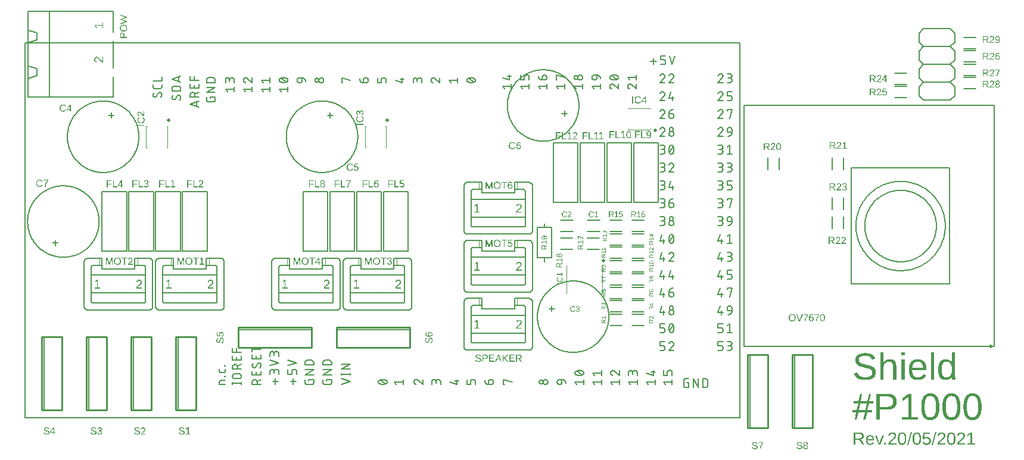
<source format=gbr>
G04 EAGLE Gerber RS-274X export*
G75*
%MOMM*%
%FSLAX34Y34*%
%LPD*%
%INSilkscreen Top*%
%IPPOS*%
%AMOC8*
5,1,8,0,0,1.08239X$1,22.5*%
G01*
G04 Define Apertures*
%ADD10C,0.152400*%
%ADD11C,0.177800*%
%ADD12C,0.127000*%
%ADD13C,0.500000*%
%ADD14C,0.120000*%
%ADD15C,0.050800*%
%ADD16C,0.254000*%
G36*
X1287597Y-3047D02*
X1288360Y-2990D01*
X1289098Y-2894D01*
X1289812Y-2760D01*
X1290501Y-2588D01*
X1291167Y-2378D01*
X1291807Y-2130D01*
X1292424Y-1843D01*
X1293016Y-1518D01*
X1293583Y-1155D01*
X1294127Y-753D01*
X1294646Y-314D01*
X1295140Y164D01*
X1295611Y680D01*
X1296057Y1234D01*
X1296478Y1827D01*
X1296875Y2456D01*
X1297246Y3119D01*
X1297591Y3816D01*
X1297911Y4548D01*
X1298205Y5314D01*
X1298474Y6114D01*
X1298717Y6949D01*
X1298934Y7818D01*
X1299126Y8721D01*
X1299293Y9659D01*
X1299433Y10631D01*
X1299549Y11637D01*
X1299638Y12678D01*
X1299702Y13753D01*
X1299740Y14862D01*
X1299753Y16006D01*
X1299741Y17168D01*
X1299705Y18294D01*
X1299644Y19385D01*
X1299558Y20438D01*
X1299449Y21456D01*
X1299315Y22438D01*
X1299157Y23383D01*
X1298974Y24292D01*
X1298767Y25165D01*
X1298536Y26002D01*
X1298280Y26803D01*
X1298000Y27567D01*
X1297695Y28296D01*
X1297367Y28988D01*
X1297013Y29644D01*
X1296636Y30264D01*
X1296233Y30847D01*
X1295803Y31392D01*
X1295346Y31900D01*
X1294863Y32370D01*
X1294352Y32802D01*
X1293815Y33197D01*
X1293251Y33555D01*
X1292660Y33874D01*
X1292043Y34156D01*
X1291398Y34401D01*
X1290727Y34608D01*
X1290029Y34777D01*
X1289304Y34909D01*
X1288552Y35003D01*
X1287774Y35059D01*
X1286968Y35078D01*
X1286141Y35059D01*
X1285341Y35003D01*
X1284570Y34910D01*
X1283827Y34780D01*
X1283113Y34613D01*
X1282426Y34408D01*
X1281768Y34166D01*
X1281138Y33887D01*
X1280537Y33571D01*
X1279963Y33218D01*
X1279418Y32827D01*
X1278901Y32400D01*
X1278413Y31935D01*
X1277953Y31432D01*
X1277521Y30893D01*
X1277117Y30316D01*
X1276739Y29703D01*
X1276386Y29051D01*
X1276057Y28363D01*
X1275753Y27636D01*
X1275473Y26873D01*
X1275217Y26072D01*
X1274986Y25234D01*
X1274779Y24358D01*
X1274596Y23445D01*
X1274438Y22494D01*
X1274304Y21506D01*
X1274194Y20481D01*
X1274109Y19418D01*
X1274048Y18318D01*
X1274012Y17181D01*
X1273999Y16006D01*
X1274012Y14856D01*
X1274050Y13741D01*
X1274112Y12661D01*
X1274200Y11616D01*
X1274313Y10606D01*
X1274451Y9631D01*
X1274614Y8690D01*
X1274802Y7785D01*
X1275015Y6915D01*
X1275253Y6079D01*
X1275516Y5279D01*
X1275805Y4513D01*
X1276118Y3783D01*
X1276457Y3087D01*
X1276820Y2426D01*
X1277209Y1801D01*
X1277622Y1211D01*
X1278061Y660D01*
X1278524Y147D01*
X1279012Y-329D01*
X1279526Y-766D01*
X1280063Y-1165D01*
X1280626Y-1526D01*
X1281214Y-1849D01*
X1281826Y-2135D01*
X1282464Y-2382D01*
X1283126Y-2591D01*
X1283813Y-2762D01*
X1284525Y-2895D01*
X1285262Y-2990D01*
X1286024Y-3047D01*
X1286811Y-3066D01*
X1287597Y-3047D01*
G37*
G36*
X1317566Y-3047D02*
X1318329Y-2990D01*
X1319067Y-2894D01*
X1319781Y-2760D01*
X1320470Y-2588D01*
X1321135Y-2378D01*
X1321776Y-2130D01*
X1322392Y-1843D01*
X1322984Y-1518D01*
X1323552Y-1155D01*
X1324095Y-753D01*
X1324614Y-314D01*
X1325109Y164D01*
X1325579Y680D01*
X1326025Y1234D01*
X1326447Y1827D01*
X1326843Y2456D01*
X1327214Y3119D01*
X1327560Y3816D01*
X1327880Y4548D01*
X1328174Y5314D01*
X1328443Y6114D01*
X1328686Y6949D01*
X1328903Y7818D01*
X1329095Y8721D01*
X1329261Y9659D01*
X1329402Y10631D01*
X1329517Y11637D01*
X1329607Y12678D01*
X1329671Y13753D01*
X1329709Y14862D01*
X1329722Y16006D01*
X1329710Y17168D01*
X1329673Y18294D01*
X1329612Y19385D01*
X1329527Y20438D01*
X1329418Y21456D01*
X1329284Y22438D01*
X1329125Y23383D01*
X1328943Y24292D01*
X1328736Y25165D01*
X1328504Y26002D01*
X1328249Y26803D01*
X1327968Y27567D01*
X1327664Y28296D01*
X1327335Y28988D01*
X1326982Y29644D01*
X1326605Y30264D01*
X1326202Y30847D01*
X1325772Y31392D01*
X1325315Y31900D01*
X1324831Y32370D01*
X1324321Y32802D01*
X1323784Y33197D01*
X1323220Y33555D01*
X1322629Y33874D01*
X1322012Y34156D01*
X1321367Y34401D01*
X1320696Y34608D01*
X1319998Y34777D01*
X1319273Y34909D01*
X1318521Y35003D01*
X1317743Y35059D01*
X1316937Y35078D01*
X1316110Y35059D01*
X1315310Y35003D01*
X1314539Y34910D01*
X1313796Y34780D01*
X1313081Y34613D01*
X1312395Y34408D01*
X1311737Y34166D01*
X1311107Y33887D01*
X1310505Y33571D01*
X1309932Y33218D01*
X1309387Y32827D01*
X1308870Y32400D01*
X1308382Y31935D01*
X1307921Y31432D01*
X1307489Y30893D01*
X1307086Y30316D01*
X1306708Y29703D01*
X1306355Y29051D01*
X1306026Y28363D01*
X1305722Y27636D01*
X1305442Y26873D01*
X1305186Y26072D01*
X1304955Y25234D01*
X1304748Y24358D01*
X1304565Y23445D01*
X1304407Y22494D01*
X1304273Y21506D01*
X1304163Y20481D01*
X1304078Y19418D01*
X1304017Y18318D01*
X1303980Y17181D01*
X1303968Y16006D01*
X1303981Y14856D01*
X1304018Y13741D01*
X1304081Y12661D01*
X1304169Y11616D01*
X1304282Y10606D01*
X1304420Y9631D01*
X1304583Y8690D01*
X1304771Y7785D01*
X1304984Y6915D01*
X1305222Y6079D01*
X1305485Y5279D01*
X1305774Y4513D01*
X1306087Y3783D01*
X1306425Y3087D01*
X1306789Y2426D01*
X1307178Y1801D01*
X1307591Y1211D01*
X1308030Y660D01*
X1308493Y147D01*
X1308981Y-329D01*
X1309494Y-766D01*
X1310032Y-1165D01*
X1310595Y-1526D01*
X1311183Y-1849D01*
X1311795Y-2135D01*
X1312433Y-2382D01*
X1313095Y-2591D01*
X1313782Y-2762D01*
X1314494Y-2895D01*
X1315231Y-2990D01*
X1315993Y-3047D01*
X1316779Y-3066D01*
X1317566Y-3047D01*
G37*
G36*
X1347535Y-3047D02*
X1348297Y-2990D01*
X1349036Y-2894D01*
X1349749Y-2760D01*
X1350439Y-2588D01*
X1351104Y-2378D01*
X1351745Y-2130D01*
X1352361Y-1843D01*
X1352953Y-1518D01*
X1353521Y-1155D01*
X1354064Y-753D01*
X1354583Y-314D01*
X1355078Y164D01*
X1355548Y680D01*
X1355994Y1234D01*
X1356416Y1827D01*
X1356812Y2456D01*
X1357183Y3119D01*
X1357529Y3816D01*
X1357848Y4548D01*
X1358143Y5314D01*
X1358411Y6114D01*
X1358654Y6949D01*
X1358872Y7818D01*
X1359064Y8721D01*
X1359230Y9659D01*
X1359371Y10631D01*
X1359486Y11637D01*
X1359576Y12678D01*
X1359640Y13753D01*
X1359678Y14862D01*
X1359691Y16006D01*
X1359679Y17168D01*
X1359642Y18294D01*
X1359581Y19385D01*
X1359496Y20438D01*
X1359386Y21456D01*
X1359252Y22438D01*
X1359094Y23383D01*
X1358911Y24292D01*
X1358704Y25165D01*
X1358473Y26002D01*
X1358217Y26803D01*
X1357937Y27567D01*
X1357633Y28296D01*
X1357304Y28988D01*
X1356951Y29644D01*
X1356573Y30264D01*
X1356170Y30847D01*
X1355740Y31392D01*
X1355284Y31900D01*
X1354800Y32370D01*
X1354290Y32802D01*
X1353753Y33197D01*
X1353189Y33555D01*
X1352598Y33874D01*
X1351980Y34156D01*
X1351336Y34401D01*
X1350665Y34608D01*
X1349966Y34777D01*
X1349242Y34909D01*
X1348490Y35003D01*
X1347711Y35059D01*
X1346906Y35078D01*
X1346078Y35059D01*
X1345279Y35003D01*
X1344508Y34910D01*
X1343765Y34780D01*
X1343050Y34613D01*
X1342364Y34408D01*
X1341706Y34166D01*
X1341076Y33887D01*
X1340474Y33571D01*
X1339901Y33218D01*
X1339356Y32827D01*
X1338839Y32400D01*
X1338350Y31935D01*
X1337890Y31432D01*
X1337458Y30893D01*
X1337054Y30316D01*
X1336677Y29703D01*
X1336324Y29051D01*
X1335995Y28363D01*
X1335690Y27636D01*
X1335410Y26873D01*
X1335155Y26072D01*
X1334923Y25234D01*
X1334716Y24358D01*
X1334534Y23445D01*
X1334375Y22494D01*
X1334241Y21506D01*
X1334132Y20481D01*
X1334047Y19418D01*
X1333986Y18318D01*
X1333949Y17181D01*
X1333937Y16006D01*
X1333950Y14856D01*
X1333987Y13741D01*
X1334050Y12661D01*
X1334138Y11616D01*
X1334250Y10606D01*
X1334388Y9631D01*
X1334551Y8690D01*
X1334739Y7785D01*
X1334952Y6915D01*
X1335191Y6079D01*
X1335454Y5279D01*
X1335742Y4513D01*
X1336056Y3783D01*
X1336394Y3087D01*
X1336758Y2426D01*
X1337146Y1801D01*
X1337560Y1211D01*
X1337998Y660D01*
X1338462Y147D01*
X1338950Y-329D01*
X1339463Y-766D01*
X1340001Y-1165D01*
X1340564Y-1526D01*
X1341151Y-1849D01*
X1341764Y-2135D01*
X1342401Y-2382D01*
X1343064Y-2591D01*
X1343751Y-2762D01*
X1344463Y-2895D01*
X1345200Y-2990D01*
X1345961Y-3047D01*
X1346748Y-3066D01*
X1347535Y-3047D01*
G37*
G36*
X1309351Y54102D02*
X1310104Y54158D01*
X1310826Y54250D01*
X1311514Y54380D01*
X1312170Y54546D01*
X1312794Y54750D01*
X1313385Y54990D01*
X1313944Y55268D01*
X1314473Y55588D01*
X1314976Y55957D01*
X1315452Y56374D01*
X1315901Y56839D01*
X1316323Y57354D01*
X1316719Y57916D01*
X1317088Y58528D01*
X1317430Y59187D01*
X1317535Y59187D01*
X1317558Y57977D01*
X1317627Y56557D01*
X1317716Y55307D01*
X1317758Y54890D01*
X1317798Y54610D01*
X1322323Y54610D01*
X1322254Y55509D01*
X1322204Y56787D01*
X1322175Y58442D01*
X1322165Y60476D01*
X1322165Y93648D01*
X1317430Y93648D01*
X1317430Y81837D01*
X1317482Y78654D01*
X1317430Y78654D01*
X1317088Y79277D01*
X1316720Y79856D01*
X1316325Y80391D01*
X1315904Y80883D01*
X1315457Y81332D01*
X1314983Y81737D01*
X1314484Y82098D01*
X1313957Y82416D01*
X1313401Y82693D01*
X1312811Y82934D01*
X1312188Y83137D01*
X1311531Y83303D01*
X1310840Y83433D01*
X1310115Y83525D01*
X1309357Y83581D01*
X1308565Y83599D01*
X1307921Y83585D01*
X1307297Y83541D01*
X1306694Y83469D01*
X1306111Y83367D01*
X1305548Y83236D01*
X1305007Y83076D01*
X1304485Y82887D01*
X1303984Y82669D01*
X1303504Y82422D01*
X1303043Y82145D01*
X1302604Y81840D01*
X1302185Y81506D01*
X1301786Y81142D01*
X1301408Y80749D01*
X1301050Y80328D01*
X1300712Y79877D01*
X1300395Y79397D01*
X1300099Y78888D01*
X1299823Y78350D01*
X1299567Y77783D01*
X1299332Y77187D01*
X1299117Y76562D01*
X1298923Y75908D01*
X1298749Y75224D01*
X1298596Y74512D01*
X1298463Y73770D01*
X1298350Y72999D01*
X1298258Y72200D01*
X1298187Y71371D01*
X1298136Y70513D01*
X1298105Y69626D01*
X1298095Y68710D01*
X1298105Y67804D01*
X1298134Y66927D01*
X1298184Y66079D01*
X1298253Y65261D01*
X1298343Y64471D01*
X1298452Y63711D01*
X1298581Y62980D01*
X1298729Y62278D01*
X1298898Y61606D01*
X1299086Y60962D01*
X1299295Y60348D01*
X1299523Y59763D01*
X1299771Y59207D01*
X1300038Y58680D01*
X1300326Y58182D01*
X1300633Y57714D01*
X1300962Y57275D01*
X1301313Y56863D01*
X1301686Y56480D01*
X1302081Y56126D01*
X1302499Y55800D01*
X1302939Y55502D01*
X1303401Y55233D01*
X1303885Y54991D01*
X1304392Y54779D01*
X1304921Y54594D01*
X1305473Y54438D01*
X1306047Y54311D01*
X1306643Y54212D01*
X1307261Y54141D01*
X1307902Y54098D01*
X1308565Y54084D01*
X1309351Y54102D01*
G37*
G36*
X1215433Y11902D02*
X1226323Y11902D01*
X1227050Y11914D01*
X1227758Y11951D01*
X1228447Y12011D01*
X1229116Y12096D01*
X1229766Y12205D01*
X1230397Y12339D01*
X1231009Y12496D01*
X1231601Y12678D01*
X1232174Y12884D01*
X1232728Y13115D01*
X1233263Y13369D01*
X1233779Y13648D01*
X1234275Y13951D01*
X1234752Y14279D01*
X1235210Y14630D01*
X1235649Y15006D01*
X1236065Y15403D01*
X1236454Y15816D01*
X1236816Y16246D01*
X1237151Y16693D01*
X1237459Y17157D01*
X1237741Y17638D01*
X1237996Y18135D01*
X1238224Y18650D01*
X1238425Y19181D01*
X1238599Y19729D01*
X1238747Y20294D01*
X1238867Y20876D01*
X1238961Y21474D01*
X1239028Y22090D01*
X1239068Y22722D01*
X1239082Y23372D01*
X1239069Y24026D01*
X1239028Y24663D01*
X1238962Y25280D01*
X1238868Y25879D01*
X1238748Y26459D01*
X1238601Y27020D01*
X1238427Y27563D01*
X1238227Y28087D01*
X1238000Y28592D01*
X1237746Y29079D01*
X1237465Y29547D01*
X1237158Y29996D01*
X1236824Y30426D01*
X1236464Y30838D01*
X1236076Y31231D01*
X1235662Y31605D01*
X1235224Y31959D01*
X1234763Y32290D01*
X1234281Y32598D01*
X1233776Y32883D01*
X1233250Y33145D01*
X1232701Y33385D01*
X1232131Y33601D01*
X1231539Y33795D01*
X1230924Y33966D01*
X1230288Y34115D01*
X1229629Y34240D01*
X1228949Y34343D01*
X1228247Y34423D01*
X1227522Y34480D01*
X1226776Y34514D01*
X1226008Y34525D01*
X1210408Y34525D01*
X1210408Y-2540D01*
X1215433Y-2540D01*
X1215433Y11902D01*
G37*
G36*
X1269659Y54090D02*
X1270206Y54110D01*
X1270740Y54143D01*
X1271261Y54189D01*
X1271769Y54248D01*
X1272265Y54321D01*
X1272748Y54406D01*
X1273219Y54505D01*
X1273676Y54617D01*
X1274121Y54742D01*
X1274554Y54880D01*
X1274973Y55031D01*
X1275380Y55195D01*
X1275774Y55373D01*
X1276156Y55564D01*
X1276525Y55767D01*
X1276881Y55984D01*
X1277225Y56215D01*
X1277555Y56458D01*
X1277873Y56714D01*
X1278179Y56984D01*
X1278472Y57267D01*
X1278752Y57563D01*
X1279019Y57872D01*
X1279274Y58194D01*
X1279516Y58530D01*
X1279745Y58878D01*
X1279962Y59240D01*
X1280165Y59615D01*
X1280357Y60003D01*
X1280535Y60404D01*
X1280701Y60818D01*
X1276545Y62002D01*
X1276361Y61539D01*
X1276141Y61096D01*
X1275883Y60674D01*
X1275588Y60272D01*
X1275255Y59891D01*
X1274885Y59531D01*
X1274477Y59191D01*
X1274032Y58872D01*
X1273550Y58582D01*
X1273029Y58331D01*
X1272469Y58118D01*
X1271872Y57944D01*
X1271236Y57809D01*
X1270562Y57712D01*
X1269850Y57655D01*
X1269100Y57635D01*
X1268621Y57646D01*
X1268156Y57677D01*
X1267706Y57729D01*
X1267270Y57801D01*
X1266849Y57895D01*
X1266443Y58009D01*
X1266051Y58144D01*
X1265674Y58299D01*
X1265311Y58476D01*
X1264963Y58673D01*
X1264629Y58891D01*
X1264311Y59130D01*
X1264006Y59389D01*
X1263717Y59669D01*
X1263442Y59970D01*
X1263181Y60292D01*
X1262936Y60633D01*
X1262706Y60991D01*
X1262493Y61367D01*
X1262295Y61760D01*
X1262113Y62171D01*
X1261947Y62599D01*
X1261796Y63045D01*
X1261662Y63508D01*
X1261543Y63989D01*
X1261440Y64487D01*
X1261353Y65002D01*
X1261282Y65535D01*
X1261227Y66086D01*
X1261187Y66654D01*
X1261163Y67239D01*
X1261155Y67842D01*
X1281464Y67842D01*
X1281464Y68473D01*
X1281452Y69404D01*
X1281415Y70305D01*
X1281354Y71177D01*
X1281268Y72019D01*
X1281157Y72831D01*
X1281023Y73614D01*
X1280863Y74367D01*
X1280680Y75091D01*
X1280471Y75785D01*
X1280238Y76450D01*
X1279981Y77085D01*
X1279699Y77691D01*
X1279393Y78267D01*
X1279062Y78813D01*
X1278707Y79330D01*
X1278327Y79818D01*
X1277922Y80276D01*
X1277494Y80704D01*
X1277040Y81103D01*
X1276562Y81472D01*
X1276060Y81812D01*
X1275533Y82122D01*
X1274982Y82403D01*
X1274406Y82654D01*
X1273805Y82876D01*
X1273180Y83068D01*
X1272531Y83230D01*
X1271857Y83363D01*
X1271158Y83466D01*
X1270435Y83540D01*
X1269688Y83585D01*
X1268916Y83599D01*
X1268161Y83585D01*
X1267428Y83541D01*
X1266717Y83467D01*
X1266028Y83364D01*
X1265361Y83232D01*
X1264716Y83070D01*
X1264094Y82879D01*
X1263493Y82659D01*
X1262915Y82409D01*
X1262359Y82130D01*
X1261825Y81821D01*
X1261313Y81483D01*
X1260823Y81116D01*
X1260355Y80719D01*
X1259909Y80293D01*
X1259485Y79838D01*
X1259085Y79355D01*
X1258711Y78846D01*
X1258363Y78311D01*
X1258041Y77751D01*
X1257744Y77165D01*
X1257473Y76554D01*
X1257228Y75917D01*
X1257009Y75254D01*
X1256816Y74565D01*
X1256648Y73851D01*
X1256506Y73111D01*
X1256390Y72345D01*
X1256300Y71554D01*
X1256235Y70737D01*
X1256197Y69894D01*
X1256184Y69026D01*
X1256197Y68113D01*
X1256235Y67228D01*
X1256300Y66372D01*
X1256390Y65545D01*
X1256506Y64746D01*
X1256648Y63976D01*
X1256816Y63235D01*
X1257009Y62522D01*
X1257228Y61837D01*
X1257473Y61181D01*
X1257744Y60554D01*
X1258041Y59955D01*
X1258363Y59385D01*
X1258711Y58843D01*
X1259085Y58330D01*
X1259485Y57846D01*
X1259910Y57390D01*
X1260357Y56964D01*
X1260829Y56567D01*
X1261324Y56200D01*
X1261843Y55862D01*
X1262385Y55553D01*
X1262950Y55274D01*
X1263539Y55024D01*
X1264152Y54804D01*
X1264788Y54613D01*
X1265448Y54451D01*
X1266131Y54319D01*
X1266838Y54216D01*
X1267569Y54143D01*
X1268323Y54099D01*
X1269100Y54084D01*
X1269659Y54090D01*
G37*
G36*
X1195069Y54095D02*
X1195942Y54128D01*
X1196789Y54183D01*
X1197610Y54260D01*
X1198406Y54359D01*
X1199176Y54480D01*
X1199920Y54623D01*
X1200639Y54788D01*
X1201333Y54974D01*
X1202000Y55183D01*
X1202643Y55414D01*
X1203259Y55667D01*
X1203850Y55942D01*
X1204416Y56239D01*
X1204955Y56558D01*
X1205470Y56899D01*
X1205956Y57260D01*
X1206410Y57638D01*
X1206833Y58036D01*
X1207225Y58451D01*
X1207585Y58884D01*
X1207914Y59335D01*
X1208212Y59805D01*
X1208479Y60292D01*
X1208714Y60798D01*
X1208917Y61321D01*
X1209090Y61863D01*
X1209231Y62423D01*
X1209340Y63001D01*
X1209419Y63597D01*
X1209466Y64211D01*
X1209481Y64843D01*
X1209473Y65341D01*
X1209446Y65823D01*
X1209402Y66288D01*
X1209340Y66737D01*
X1209260Y67170D01*
X1209163Y67586D01*
X1209048Y67985D01*
X1208916Y68368D01*
X1208768Y68737D01*
X1208606Y69093D01*
X1208431Y69437D01*
X1208242Y69769D01*
X1208039Y70088D01*
X1207823Y70395D01*
X1207594Y70690D01*
X1207351Y70972D01*
X1206829Y71503D01*
X1206262Y71992D01*
X1205651Y72437D01*
X1204996Y72840D01*
X1204307Y73209D01*
X1203592Y73554D01*
X1202853Y73874D01*
X1202089Y74169D01*
X1201304Y74442D01*
X1200501Y74695D01*
X1199680Y74928D01*
X1198841Y75142D01*
X1195434Y75944D01*
X1193094Y76488D01*
X1192084Y76743D01*
X1191179Y76987D01*
X1190380Y77220D01*
X1189688Y77441D01*
X1189101Y77652D01*
X1188621Y77851D01*
X1188206Y78051D01*
X1187816Y78261D01*
X1187451Y78482D01*
X1187111Y78713D01*
X1186797Y78955D01*
X1186507Y79208D01*
X1186243Y79471D01*
X1186003Y79746D01*
X1185790Y80034D01*
X1185606Y80342D01*
X1185450Y80667D01*
X1185323Y81012D01*
X1185223Y81374D01*
X1185152Y81755D01*
X1185110Y82155D01*
X1185096Y82573D01*
X1185105Y82933D01*
X1185132Y83281D01*
X1185178Y83618D01*
X1185242Y83943D01*
X1185324Y84257D01*
X1185425Y84560D01*
X1185544Y84851D01*
X1185681Y85132D01*
X1185836Y85401D01*
X1186010Y85658D01*
X1186202Y85905D01*
X1186413Y86140D01*
X1186641Y86363D01*
X1186888Y86576D01*
X1187153Y86777D01*
X1187437Y86967D01*
X1187738Y87145D01*
X1188055Y87312D01*
X1188389Y87467D01*
X1188739Y87611D01*
X1189106Y87743D01*
X1189489Y87864D01*
X1189888Y87974D01*
X1190304Y88071D01*
X1190737Y88158D01*
X1191185Y88233D01*
X1191651Y88296D01*
X1192133Y88348D01*
X1192631Y88388D01*
X1193145Y88417D01*
X1194224Y88440D01*
X1195209Y88419D01*
X1196139Y88357D01*
X1197014Y88253D01*
X1197834Y88108D01*
X1198599Y87921D01*
X1199309Y87692D01*
X1199964Y87423D01*
X1200564Y87111D01*
X1200844Y86939D01*
X1201113Y86754D01*
X1201370Y86556D01*
X1201616Y86346D01*
X1201850Y86123D01*
X1202073Y85887D01*
X1202284Y85639D01*
X1202484Y85378D01*
X1202672Y85105D01*
X1202849Y84819D01*
X1203014Y84520D01*
X1203168Y84209D01*
X1203310Y83884D01*
X1203441Y83548D01*
X1203560Y83198D01*
X1203668Y82837D01*
X1208613Y83705D01*
X1208438Y84276D01*
X1208247Y84826D01*
X1208040Y85355D01*
X1207818Y85863D01*
X1207580Y86349D01*
X1207326Y86814D01*
X1207057Y87258D01*
X1206772Y87680D01*
X1206471Y88081D01*
X1206155Y88461D01*
X1205824Y88820D01*
X1205476Y89157D01*
X1205113Y89474D01*
X1204735Y89768D01*
X1204341Y90042D01*
X1203931Y90294D01*
X1203502Y90528D01*
X1203049Y90747D01*
X1202573Y90951D01*
X1202075Y91140D01*
X1201552Y91314D01*
X1201007Y91473D01*
X1200439Y91616D01*
X1199847Y91744D01*
X1199232Y91858D01*
X1198594Y91956D01*
X1197932Y92039D01*
X1197247Y92107D01*
X1196540Y92160D01*
X1195808Y92198D01*
X1195054Y92220D01*
X1194276Y92228D01*
X1193440Y92218D01*
X1192629Y92188D01*
X1191842Y92137D01*
X1191079Y92067D01*
X1190342Y91976D01*
X1189628Y91865D01*
X1188940Y91734D01*
X1188275Y91583D01*
X1187636Y91412D01*
X1187021Y91221D01*
X1186430Y91009D01*
X1185864Y90778D01*
X1185323Y90526D01*
X1184806Y90254D01*
X1184314Y89962D01*
X1183846Y89650D01*
X1183405Y89319D01*
X1182992Y88971D01*
X1182608Y88606D01*
X1182252Y88224D01*
X1181925Y87825D01*
X1181626Y87409D01*
X1181355Y86976D01*
X1181114Y86526D01*
X1180900Y86059D01*
X1180715Y85574D01*
X1180558Y85073D01*
X1180430Y84555D01*
X1180331Y84019D01*
X1180260Y83467D01*
X1180217Y82897D01*
X1180203Y82310D01*
X1180214Y81798D01*
X1180246Y81301D01*
X1180301Y80818D01*
X1180377Y80351D01*
X1180475Y79898D01*
X1180595Y79459D01*
X1180736Y79036D01*
X1180900Y78628D01*
X1181084Y78233D01*
X1181287Y77851D01*
X1181510Y77481D01*
X1181751Y77125D01*
X1182013Y76781D01*
X1182293Y76450D01*
X1182593Y76132D01*
X1182912Y75826D01*
X1183256Y75530D01*
X1183630Y75241D01*
X1184034Y74960D01*
X1184468Y74685D01*
X1184931Y74417D01*
X1185425Y74156D01*
X1185949Y73902D01*
X1186503Y73656D01*
X1187105Y73412D01*
X1187773Y73169D01*
X1188507Y72926D01*
X1189308Y72682D01*
X1190175Y72439D01*
X1191107Y72196D01*
X1192106Y71952D01*
X1193172Y71709D01*
X1197775Y70630D01*
X1198778Y70366D01*
X1199709Y70071D01*
X1200567Y69748D01*
X1201353Y69394D01*
X1201717Y69204D01*
X1202061Y69001D01*
X1202383Y68786D01*
X1202685Y68559D01*
X1202965Y68319D01*
X1203225Y68067D01*
X1203463Y67803D01*
X1203681Y67526D01*
X1203875Y67233D01*
X1204043Y66918D01*
X1204186Y66582D01*
X1204302Y66224D01*
X1204393Y65845D01*
X1204458Y65445D01*
X1204497Y65023D01*
X1204510Y64580D01*
X1204499Y64182D01*
X1204468Y63796D01*
X1204417Y63422D01*
X1204344Y63060D01*
X1204251Y62711D01*
X1204138Y62373D01*
X1204004Y62048D01*
X1203849Y61736D01*
X1203673Y61435D01*
X1203477Y61147D01*
X1203260Y60871D01*
X1203022Y60607D01*
X1202764Y60355D01*
X1202485Y60116D01*
X1202186Y59889D01*
X1201866Y59674D01*
X1201527Y59472D01*
X1201170Y59282D01*
X1200796Y59106D01*
X1200405Y58943D01*
X1199996Y58793D01*
X1199570Y58656D01*
X1199127Y58532D01*
X1198666Y58421D01*
X1198188Y58323D01*
X1197693Y58238D01*
X1197180Y58167D01*
X1196650Y58108D01*
X1196102Y58062D01*
X1195537Y58030D01*
X1194955Y58010D01*
X1194355Y58003D01*
X1193774Y58010D01*
X1193209Y58028D01*
X1192659Y58059D01*
X1192124Y58101D01*
X1191605Y58156D01*
X1191101Y58224D01*
X1190613Y58303D01*
X1190140Y58395D01*
X1189682Y58499D01*
X1189240Y58615D01*
X1188813Y58743D01*
X1188402Y58884D01*
X1188006Y59037D01*
X1187626Y59202D01*
X1187260Y59379D01*
X1186911Y59569D01*
X1186576Y59771D01*
X1186256Y59988D01*
X1185951Y60218D01*
X1185661Y60462D01*
X1185386Y60720D01*
X1185125Y60992D01*
X1184879Y61278D01*
X1184648Y61578D01*
X1184432Y61891D01*
X1184231Y62219D01*
X1184044Y62560D01*
X1183872Y62915D01*
X1183715Y63284D01*
X1183573Y63667D01*
X1183446Y64064D01*
X1183333Y64475D01*
X1178466Y63501D01*
X1178612Y62922D01*
X1178781Y62361D01*
X1178971Y61818D01*
X1179184Y61294D01*
X1179419Y60788D01*
X1179676Y60301D01*
X1179955Y59832D01*
X1180257Y59381D01*
X1180581Y58949D01*
X1180927Y58535D01*
X1181295Y58140D01*
X1181686Y57763D01*
X1182099Y57404D01*
X1182534Y57064D01*
X1182992Y56742D01*
X1183471Y56438D01*
X1183973Y56153D01*
X1184497Y55886D01*
X1185044Y55638D01*
X1185612Y55408D01*
X1186203Y55197D01*
X1186816Y55004D01*
X1187452Y54829D01*
X1188109Y54672D01*
X1188789Y54535D01*
X1189491Y54415D01*
X1190216Y54314D01*
X1190962Y54231D01*
X1191731Y54167D01*
X1192522Y54121D01*
X1193336Y54093D01*
X1194171Y54084D01*
X1195069Y54095D01*
G37*
G36*
X1184438Y8193D02*
X1193987Y8193D01*
X1191725Y-2540D01*
X1194618Y-2540D01*
X1196933Y8193D01*
X1204378Y8193D01*
X1204378Y11034D01*
X1197538Y11034D01*
X1199590Y20741D01*
X1205720Y20741D01*
X1205720Y23582D01*
X1200169Y23582D01*
X1202484Y34315D01*
X1199590Y34315D01*
X1197275Y23582D01*
X1187726Y23582D01*
X1190041Y34315D01*
X1187148Y34315D01*
X1184806Y23582D01*
X1177598Y23582D01*
X1177598Y20741D01*
X1184228Y20741D01*
X1182176Y11034D01*
X1176257Y11034D01*
X1176257Y8193D01*
X1181544Y8193D01*
X1179335Y-2540D01*
X1182228Y-2540D01*
X1184438Y8193D01*
G37*
%LPC*%
G36*
X1286346Y815D02*
X1285847Y858D01*
X1285365Y929D01*
X1284901Y1029D01*
X1284455Y1158D01*
X1284026Y1315D01*
X1283616Y1501D01*
X1283223Y1715D01*
X1282848Y1958D01*
X1282491Y2229D01*
X1282151Y2529D01*
X1281830Y2858D01*
X1281526Y3215D01*
X1281240Y3600D01*
X1280971Y4015D01*
X1280721Y4457D01*
X1280487Y4931D01*
X1280268Y5438D01*
X1280064Y5978D01*
X1279875Y6550D01*
X1279701Y7156D01*
X1279542Y7795D01*
X1279399Y8468D01*
X1279271Y9173D01*
X1279157Y9911D01*
X1279059Y10683D01*
X1278976Y11487D01*
X1278908Y12325D01*
X1278855Y13195D01*
X1278817Y14099D01*
X1278795Y15036D01*
X1278787Y16006D01*
X1278795Y17004D01*
X1278817Y17966D01*
X1278854Y18893D01*
X1278906Y19784D01*
X1278973Y20639D01*
X1279055Y21459D01*
X1279152Y22242D01*
X1279264Y22990D01*
X1279391Y23702D01*
X1279532Y24379D01*
X1279689Y25019D01*
X1279860Y25624D01*
X1280046Y26193D01*
X1280247Y26726D01*
X1280463Y27224D01*
X1280694Y27686D01*
X1280942Y28116D01*
X1281210Y28518D01*
X1281496Y28893D01*
X1281802Y29239D01*
X1282127Y29559D01*
X1282471Y29850D01*
X1282834Y30113D01*
X1283217Y30349D01*
X1283618Y30557D01*
X1284039Y30738D01*
X1284479Y30890D01*
X1284939Y31015D01*
X1285417Y31112D01*
X1285915Y31182D01*
X1286432Y31223D01*
X1286968Y31237D01*
X1287492Y31223D01*
X1287996Y31181D01*
X1288482Y31110D01*
X1288949Y31012D01*
X1289397Y30885D01*
X1289826Y30730D01*
X1290237Y30547D01*
X1290628Y30336D01*
X1291001Y30097D01*
X1291355Y29829D01*
X1291690Y29534D01*
X1292007Y29210D01*
X1292305Y28858D01*
X1292583Y28478D01*
X1292843Y28070D01*
X1293085Y27633D01*
X1293309Y27165D01*
X1293519Y26663D01*
X1293715Y26126D01*
X1293896Y25555D01*
X1294063Y24949D01*
X1294215Y24309D01*
X1294352Y23634D01*
X1294476Y22924D01*
X1294584Y22180D01*
X1294678Y21402D01*
X1294758Y20589D01*
X1294823Y19741D01*
X1294874Y18859D01*
X1294910Y17943D01*
X1294932Y16991D01*
X1294939Y16006D01*
X1294932Y15055D01*
X1294909Y14135D01*
X1294871Y13246D01*
X1294818Y12389D01*
X1294749Y11563D01*
X1294665Y10768D01*
X1294567Y10004D01*
X1294453Y9271D01*
X1294323Y8570D01*
X1294179Y7900D01*
X1294019Y7262D01*
X1293844Y6654D01*
X1293654Y6078D01*
X1293449Y5533D01*
X1293228Y5019D01*
X1292993Y4536D01*
X1292740Y4084D01*
X1292471Y3661D01*
X1292184Y3267D01*
X1291879Y2902D01*
X1291558Y2566D01*
X1291218Y2260D01*
X1290861Y1983D01*
X1290487Y1735D01*
X1290095Y1516D01*
X1289686Y1326D01*
X1289259Y1166D01*
X1288815Y1034D01*
X1288353Y932D01*
X1287874Y859D01*
X1287377Y815D01*
X1286863Y801D01*
X1286346Y815D01*
G37*
G36*
X1316315Y815D02*
X1315815Y858D01*
X1315334Y929D01*
X1314870Y1029D01*
X1314424Y1158D01*
X1313995Y1315D01*
X1313585Y1501D01*
X1313192Y1715D01*
X1312817Y1958D01*
X1312460Y2229D01*
X1312120Y2529D01*
X1311798Y2858D01*
X1311495Y3215D01*
X1311208Y3600D01*
X1310940Y4015D01*
X1310689Y4457D01*
X1310455Y4931D01*
X1310236Y5438D01*
X1310032Y5978D01*
X1309844Y6550D01*
X1309670Y7156D01*
X1309511Y7795D01*
X1309368Y8468D01*
X1309239Y9173D01*
X1309126Y9911D01*
X1309028Y10683D01*
X1308945Y11487D01*
X1308877Y12325D01*
X1308824Y13195D01*
X1308786Y14099D01*
X1308764Y15036D01*
X1308756Y16006D01*
X1308763Y17004D01*
X1308786Y17966D01*
X1308823Y18893D01*
X1308875Y19784D01*
X1308942Y20639D01*
X1309024Y21459D01*
X1309121Y22242D01*
X1309233Y22990D01*
X1309359Y23702D01*
X1309501Y24379D01*
X1309657Y25019D01*
X1309829Y25624D01*
X1310015Y26193D01*
X1310216Y26726D01*
X1310432Y27224D01*
X1310663Y27686D01*
X1310911Y28116D01*
X1311178Y28518D01*
X1311465Y28893D01*
X1311770Y29239D01*
X1312095Y29559D01*
X1312439Y29850D01*
X1312803Y30113D01*
X1313185Y30349D01*
X1313587Y30557D01*
X1314008Y30738D01*
X1314448Y30890D01*
X1314907Y31015D01*
X1315386Y31112D01*
X1315884Y31182D01*
X1316401Y31223D01*
X1316937Y31237D01*
X1317460Y31223D01*
X1317965Y31181D01*
X1318451Y31110D01*
X1318918Y31012D01*
X1319366Y30885D01*
X1319795Y30730D01*
X1320205Y30547D01*
X1320597Y30336D01*
X1320970Y30097D01*
X1321324Y29829D01*
X1321659Y29534D01*
X1321976Y29210D01*
X1322273Y28858D01*
X1322552Y28478D01*
X1322812Y28070D01*
X1323053Y27633D01*
X1323278Y27165D01*
X1323488Y26663D01*
X1323684Y26126D01*
X1323865Y25555D01*
X1324031Y24949D01*
X1324183Y24309D01*
X1324321Y23634D01*
X1324444Y22924D01*
X1324553Y22180D01*
X1324647Y21402D01*
X1324727Y20589D01*
X1324792Y19741D01*
X1324843Y18859D01*
X1324879Y17943D01*
X1324901Y16991D01*
X1324908Y16006D01*
X1324900Y15055D01*
X1324878Y14135D01*
X1324840Y13246D01*
X1324786Y12389D01*
X1324718Y11563D01*
X1324634Y10768D01*
X1324535Y10004D01*
X1324421Y9271D01*
X1324292Y8570D01*
X1324148Y7900D01*
X1323988Y7262D01*
X1323813Y6654D01*
X1323623Y6078D01*
X1323418Y5533D01*
X1323197Y5019D01*
X1322961Y4536D01*
X1322709Y4084D01*
X1322440Y3661D01*
X1322153Y3267D01*
X1321848Y2902D01*
X1321526Y2566D01*
X1321187Y2260D01*
X1320830Y1983D01*
X1320456Y1735D01*
X1320064Y1516D01*
X1319655Y1326D01*
X1319228Y1166D01*
X1318784Y1034D01*
X1318322Y932D01*
X1317843Y859D01*
X1317346Y815D01*
X1316832Y801D01*
X1316315Y815D01*
G37*
G36*
X1346283Y815D02*
X1345784Y858D01*
X1345302Y929D01*
X1344838Y1029D01*
X1344392Y1158D01*
X1343964Y1315D01*
X1343553Y1501D01*
X1343161Y1715D01*
X1342786Y1958D01*
X1342428Y2229D01*
X1342089Y2529D01*
X1341767Y2858D01*
X1341463Y3215D01*
X1341177Y3600D01*
X1340909Y4015D01*
X1340658Y4457D01*
X1340424Y4931D01*
X1340205Y5438D01*
X1340001Y5978D01*
X1339812Y6550D01*
X1339639Y7156D01*
X1339480Y7795D01*
X1339336Y8468D01*
X1339208Y9173D01*
X1339095Y9911D01*
X1338997Y10683D01*
X1338914Y11487D01*
X1338846Y12325D01*
X1338793Y13195D01*
X1338755Y14099D01*
X1338732Y15036D01*
X1338725Y16006D01*
X1338732Y17004D01*
X1338755Y17966D01*
X1338792Y18893D01*
X1338844Y19784D01*
X1338911Y20639D01*
X1338993Y21459D01*
X1339090Y22242D01*
X1339202Y22990D01*
X1339328Y23702D01*
X1339470Y24379D01*
X1339626Y25019D01*
X1339798Y25624D01*
X1339984Y26193D01*
X1340185Y26726D01*
X1340401Y27224D01*
X1340632Y27686D01*
X1340880Y28116D01*
X1341147Y28518D01*
X1341434Y28893D01*
X1341739Y29239D01*
X1342064Y29559D01*
X1342408Y29850D01*
X1342771Y30113D01*
X1343154Y30349D01*
X1343556Y30557D01*
X1343977Y30738D01*
X1344417Y30890D01*
X1344876Y31015D01*
X1345355Y31112D01*
X1345853Y31182D01*
X1346370Y31223D01*
X1346906Y31237D01*
X1347429Y31223D01*
X1347934Y31181D01*
X1348419Y31110D01*
X1348886Y31012D01*
X1349334Y30885D01*
X1349764Y30730D01*
X1350174Y30547D01*
X1350566Y30336D01*
X1350939Y30097D01*
X1351293Y29829D01*
X1351628Y29534D01*
X1351944Y29210D01*
X1352242Y28858D01*
X1352521Y28478D01*
X1352781Y28070D01*
X1353022Y27633D01*
X1353247Y27165D01*
X1353457Y26663D01*
X1353652Y26126D01*
X1353833Y25555D01*
X1354000Y24949D01*
X1354152Y24309D01*
X1354290Y23634D01*
X1354413Y22924D01*
X1354522Y22180D01*
X1354616Y21402D01*
X1354696Y20589D01*
X1354761Y19741D01*
X1354811Y18859D01*
X1354848Y17943D01*
X1354869Y16991D01*
X1354877Y16006D01*
X1354869Y15055D01*
X1354846Y14135D01*
X1354808Y13246D01*
X1354755Y12389D01*
X1354687Y11563D01*
X1354603Y10768D01*
X1354504Y10004D01*
X1354390Y9271D01*
X1354261Y8570D01*
X1354116Y7900D01*
X1353957Y7262D01*
X1353782Y6654D01*
X1353592Y6078D01*
X1353386Y5533D01*
X1353166Y5019D01*
X1352930Y4536D01*
X1352678Y4084D01*
X1352408Y3661D01*
X1352121Y3267D01*
X1351817Y2902D01*
X1351495Y2566D01*
X1351156Y2260D01*
X1350799Y1983D01*
X1350424Y1735D01*
X1350033Y1516D01*
X1349623Y1326D01*
X1349197Y1166D01*
X1348752Y1034D01*
X1348291Y932D01*
X1347811Y859D01*
X1347315Y815D01*
X1346801Y801D01*
X1346283Y815D01*
G37*
%LPD*%
G36*
X1220428Y71393D02*
X1220436Y71877D01*
X1220460Y72348D01*
X1220499Y72807D01*
X1220554Y73253D01*
X1220625Y73686D01*
X1220711Y74107D01*
X1220813Y74516D01*
X1220931Y74912D01*
X1221065Y75295D01*
X1221214Y75666D01*
X1221379Y76024D01*
X1221560Y76370D01*
X1221757Y76703D01*
X1221969Y77024D01*
X1222197Y77332D01*
X1222441Y77628D01*
X1222697Y77908D01*
X1222964Y78170D01*
X1223242Y78415D01*
X1223530Y78641D01*
X1223828Y78849D01*
X1224137Y79039D01*
X1224456Y79210D01*
X1224785Y79364D01*
X1225125Y79500D01*
X1225475Y79617D01*
X1225835Y79717D01*
X1226206Y79798D01*
X1226588Y79861D01*
X1226979Y79907D01*
X1227381Y79934D01*
X1227794Y79943D01*
X1228338Y79932D01*
X1228851Y79900D01*
X1229334Y79847D01*
X1229786Y79772D01*
X1230209Y79676D01*
X1230600Y79558D01*
X1230962Y79419D01*
X1231293Y79259D01*
X1231597Y79076D01*
X1231879Y78868D01*
X1232140Y78637D01*
X1232378Y78381D01*
X1232593Y78101D01*
X1232787Y77796D01*
X1232958Y77468D01*
X1233108Y77115D01*
X1233237Y76726D01*
X1233349Y76289D01*
X1233444Y75804D01*
X1233522Y75270D01*
X1233582Y74689D01*
X1233626Y74059D01*
X1233651Y73382D01*
X1233660Y72656D01*
X1233660Y54610D01*
X1238421Y54610D01*
X1238421Y73577D01*
X1238413Y74242D01*
X1238387Y74883D01*
X1238344Y75499D01*
X1238284Y76091D01*
X1238207Y76659D01*
X1238113Y77203D01*
X1238001Y77722D01*
X1237872Y78216D01*
X1237726Y78687D01*
X1237563Y79133D01*
X1237383Y79555D01*
X1237186Y79952D01*
X1236971Y80325D01*
X1236740Y80673D01*
X1236491Y80998D01*
X1236225Y81298D01*
X1235941Y81576D01*
X1235638Y81837D01*
X1235316Y82080D01*
X1234975Y82305D01*
X1234614Y82511D01*
X1234235Y82700D01*
X1233837Y82871D01*
X1233420Y83024D01*
X1232984Y83159D01*
X1232529Y83276D01*
X1232055Y83375D01*
X1231561Y83456D01*
X1231049Y83518D01*
X1230518Y83563D01*
X1229968Y83590D01*
X1229398Y83599D01*
X1228594Y83579D01*
X1227826Y83518D01*
X1227093Y83416D01*
X1226396Y83274D01*
X1225735Y83091D01*
X1225110Y82867D01*
X1224520Y82602D01*
X1223966Y82297D01*
X1223440Y81948D01*
X1222933Y81553D01*
X1222445Y81112D01*
X1221977Y80623D01*
X1221528Y80089D01*
X1221098Y79508D01*
X1220688Y78881D01*
X1220297Y78207D01*
X1220218Y78207D01*
X1220336Y80180D01*
X1220405Y81863D01*
X1220428Y83494D01*
X1220428Y93648D01*
X1215693Y93648D01*
X1215693Y54610D01*
X1220428Y54610D01*
X1220428Y71393D01*
G37*
G36*
X1269258Y1485D02*
X1260235Y1485D01*
X1260235Y34525D01*
X1255869Y34525D01*
X1247109Y28501D01*
X1247109Y24029D01*
X1255474Y30001D01*
X1255474Y1485D01*
X1246030Y1485D01*
X1246030Y-2540D01*
X1269258Y-2540D01*
X1269258Y1485D01*
G37*
%LPC*%
G36*
X1309339Y57751D02*
X1308918Y57781D01*
X1308512Y57831D01*
X1308122Y57902D01*
X1307748Y57992D01*
X1307389Y58103D01*
X1307045Y58234D01*
X1306717Y58385D01*
X1306404Y58556D01*
X1306106Y58747D01*
X1305824Y58959D01*
X1305558Y59191D01*
X1305306Y59442D01*
X1305070Y59714D01*
X1304850Y60006D01*
X1304645Y60318D01*
X1304454Y60654D01*
X1304275Y61016D01*
X1304109Y61404D01*
X1303955Y61820D01*
X1303813Y62261D01*
X1303683Y62729D01*
X1303566Y63224D01*
X1303461Y63745D01*
X1303369Y64292D01*
X1303289Y64867D01*
X1303221Y65467D01*
X1303165Y66094D01*
X1303122Y66748D01*
X1303091Y67428D01*
X1303073Y68135D01*
X1303067Y68868D01*
X1303073Y69598D01*
X1303092Y70303D01*
X1303123Y70981D01*
X1303166Y71634D01*
X1303222Y72261D01*
X1303290Y72863D01*
X1303371Y73438D01*
X1303465Y73988D01*
X1303570Y74512D01*
X1303688Y75010D01*
X1303819Y75482D01*
X1303962Y75929D01*
X1304117Y76349D01*
X1304285Y76744D01*
X1304465Y77114D01*
X1304658Y77457D01*
X1304865Y77777D01*
X1305087Y78077D01*
X1305325Y78355D01*
X1305578Y78614D01*
X1305847Y78851D01*
X1306131Y79068D01*
X1306431Y79264D01*
X1306746Y79440D01*
X1307077Y79595D01*
X1307423Y79729D01*
X1307785Y79842D01*
X1308163Y79935D01*
X1308556Y80008D01*
X1308964Y80059D01*
X1309388Y80090D01*
X1309827Y80101D01*
X1310315Y80090D01*
X1310787Y80060D01*
X1311241Y80008D01*
X1311679Y79936D01*
X1312099Y79844D01*
X1312503Y79731D01*
X1312890Y79597D01*
X1313260Y79443D01*
X1313614Y79268D01*
X1313950Y79073D01*
X1314270Y78857D01*
X1314572Y78621D01*
X1314858Y78364D01*
X1315127Y78087D01*
X1315379Y77789D01*
X1315615Y77470D01*
X1315835Y77129D01*
X1316040Y76765D01*
X1316232Y76377D01*
X1316409Y75966D01*
X1316572Y75530D01*
X1316721Y75072D01*
X1316856Y74589D01*
X1316976Y74083D01*
X1317082Y73553D01*
X1317175Y73000D01*
X1317253Y72423D01*
X1317316Y71822D01*
X1317366Y71198D01*
X1317401Y70550D01*
X1317423Y69879D01*
X1317430Y69184D01*
X1317423Y68462D01*
X1317401Y67765D01*
X1317366Y67092D01*
X1317316Y66443D01*
X1317253Y65818D01*
X1317175Y65217D01*
X1317082Y64640D01*
X1316976Y64087D01*
X1316856Y63558D01*
X1316721Y63053D01*
X1316572Y62572D01*
X1316409Y62115D01*
X1316232Y61683D01*
X1316040Y61274D01*
X1315835Y60889D01*
X1315615Y60529D01*
X1315559Y60448D01*
X1315379Y60191D01*
X1315126Y59875D01*
X1314856Y59581D01*
X1314569Y59309D01*
X1314264Y59058D01*
X1313943Y58830D01*
X1313604Y58623D01*
X1313247Y58438D01*
X1312874Y58274D01*
X1312483Y58133D01*
X1312074Y58013D01*
X1311649Y57915D01*
X1311206Y57838D01*
X1310746Y57784D01*
X1310269Y57751D01*
X1309775Y57740D01*
X1309339Y57751D01*
G37*
G36*
X1215433Y15874D02*
X1215433Y30501D01*
X1225403Y30501D01*
X1225934Y30494D01*
X1226448Y30472D01*
X1226945Y30437D01*
X1227425Y30388D01*
X1227888Y30325D01*
X1228335Y30248D01*
X1228765Y30157D01*
X1229178Y30052D01*
X1229574Y29932D01*
X1229953Y29799D01*
X1230315Y29652D01*
X1230661Y29491D01*
X1230989Y29315D01*
X1231301Y29126D01*
X1231596Y28923D01*
X1231874Y28705D01*
X1232135Y28474D01*
X1232380Y28228D01*
X1232607Y27969D01*
X1232818Y27695D01*
X1233012Y27408D01*
X1233188Y27106D01*
X1233349Y26791D01*
X1233492Y26461D01*
X1233618Y26117D01*
X1233728Y25760D01*
X1233820Y25388D01*
X1233896Y25002D01*
X1233955Y24602D01*
X1233997Y24189D01*
X1234023Y23761D01*
X1234031Y23319D01*
X1234023Y22861D01*
X1233998Y22417D01*
X1233957Y21989D01*
X1233900Y21574D01*
X1233826Y21174D01*
X1233735Y20789D01*
X1233628Y20418D01*
X1233505Y20062D01*
X1233365Y19720D01*
X1233209Y19393D01*
X1233036Y19080D01*
X1232847Y18782D01*
X1232642Y18499D01*
X1232420Y18230D01*
X1232181Y17975D01*
X1231927Y17735D01*
X1231655Y17510D01*
X1231368Y17299D01*
X1231063Y17103D01*
X1230743Y16921D01*
X1230406Y16754D01*
X1230052Y16601D01*
X1229682Y16463D01*
X1229296Y16340D01*
X1228893Y16231D01*
X1228474Y16136D01*
X1228038Y16056D01*
X1227586Y15991D01*
X1227118Y15940D01*
X1226633Y15903D01*
X1226131Y15882D01*
X1225613Y15874D01*
X1215433Y15874D01*
G37*
%LPD*%
G36*
X1292229Y93648D02*
X1287494Y93648D01*
X1287494Y54610D01*
X1292229Y54610D01*
X1292229Y93648D01*
G37*
G36*
X1250265Y83073D02*
X1245530Y83073D01*
X1245530Y54610D01*
X1250265Y54610D01*
X1250265Y83073D01*
G37*
%LPC*%
G36*
X1261208Y71472D02*
X1261235Y71969D01*
X1261277Y72452D01*
X1261332Y72921D01*
X1261403Y73377D01*
X1261488Y73820D01*
X1261587Y74249D01*
X1261701Y74664D01*
X1261830Y75066D01*
X1261972Y75455D01*
X1262130Y75830D01*
X1262302Y76192D01*
X1262488Y76540D01*
X1262689Y76875D01*
X1262904Y77197D01*
X1263134Y77504D01*
X1263378Y77799D01*
X1263636Y78078D01*
X1263904Y78338D01*
X1264183Y78581D01*
X1264474Y78806D01*
X1264776Y79013D01*
X1265089Y79202D01*
X1265414Y79372D01*
X1265749Y79525D01*
X1266096Y79660D01*
X1266454Y79777D01*
X1266823Y79876D01*
X1267203Y79957D01*
X1267595Y80020D01*
X1267998Y80065D01*
X1268412Y80092D01*
X1268837Y80101D01*
X1269274Y80093D01*
X1269699Y80068D01*
X1270110Y80028D01*
X1270509Y79972D01*
X1270895Y79899D01*
X1271267Y79810D01*
X1271627Y79705D01*
X1271974Y79584D01*
X1272308Y79447D01*
X1272629Y79294D01*
X1272937Y79125D01*
X1273232Y78939D01*
X1273514Y78737D01*
X1273783Y78520D01*
X1274039Y78286D01*
X1274282Y78036D01*
X1274513Y77768D01*
X1274732Y77481D01*
X1274940Y77176D01*
X1275136Y76851D01*
X1275320Y76507D01*
X1275492Y76145D01*
X1275653Y75763D01*
X1275801Y75362D01*
X1275939Y74943D01*
X1276064Y74504D01*
X1276178Y74046D01*
X1276280Y73569D01*
X1276370Y73074D01*
X1276449Y72559D01*
X1276516Y72025D01*
X1276571Y71472D01*
X1261208Y71472D01*
G37*
G36*
X1185096Y11034D02*
X1187200Y20741D01*
X1196670Y20741D01*
X1194618Y11034D01*
X1185096Y11034D01*
G37*
%LPD*%
G36*
X1250265Y93648D02*
X1245530Y93648D01*
X1245530Y89124D01*
X1250265Y89124D01*
X1250265Y93648D01*
G37*
G36*
X1247093Y-38336D02*
X1247449Y-38310D01*
X1247793Y-38265D01*
X1248126Y-38203D01*
X1248447Y-38123D01*
X1248757Y-38025D01*
X1249056Y-37909D01*
X1249344Y-37775D01*
X1249620Y-37623D01*
X1249885Y-37454D01*
X1250138Y-37267D01*
X1250380Y-37062D01*
X1250611Y-36839D01*
X1250830Y-36598D01*
X1251038Y-36340D01*
X1251235Y-36064D01*
X1251419Y-35770D01*
X1251592Y-35461D01*
X1251754Y-35136D01*
X1251903Y-34795D01*
X1252040Y-34437D01*
X1252165Y-34064D01*
X1252279Y-33675D01*
X1252380Y-33269D01*
X1252470Y-32848D01*
X1252547Y-32411D01*
X1252613Y-31958D01*
X1252666Y-31488D01*
X1252708Y-31003D01*
X1252738Y-30502D01*
X1252756Y-29984D01*
X1252762Y-29451D01*
X1252739Y-28384D01*
X1252671Y-27384D01*
X1252620Y-26909D01*
X1252557Y-26452D01*
X1252484Y-26011D01*
X1252398Y-25587D01*
X1252302Y-25179D01*
X1252194Y-24789D01*
X1252075Y-24416D01*
X1251944Y-24059D01*
X1251802Y-23720D01*
X1251649Y-23397D01*
X1251484Y-23091D01*
X1251308Y-22802D01*
X1251120Y-22530D01*
X1250920Y-22276D01*
X1250707Y-22039D01*
X1250481Y-21820D01*
X1250243Y-21618D01*
X1249993Y-21434D01*
X1249730Y-21267D01*
X1249454Y-21118D01*
X1249166Y-20986D01*
X1248866Y-20872D01*
X1248552Y-20776D01*
X1248227Y-20697D01*
X1247889Y-20636D01*
X1247538Y-20592D01*
X1247175Y-20565D01*
X1246800Y-20557D01*
X1246414Y-20565D01*
X1246041Y-20591D01*
X1245681Y-20635D01*
X1245335Y-20695D01*
X1245001Y-20774D01*
X1244681Y-20869D01*
X1244374Y-20982D01*
X1244081Y-21112D01*
X1243800Y-21259D01*
X1243533Y-21424D01*
X1243279Y-21606D01*
X1243038Y-21806D01*
X1242810Y-22023D01*
X1242595Y-22257D01*
X1242394Y-22508D01*
X1242205Y-22777D01*
X1242029Y-23064D01*
X1241864Y-23367D01*
X1241711Y-23688D01*
X1241569Y-24027D01*
X1241439Y-24383D01*
X1241319Y-24757D01*
X1241211Y-25148D01*
X1241115Y-25556D01*
X1241030Y-25982D01*
X1240956Y-26425D01*
X1240893Y-26886D01*
X1240842Y-27364D01*
X1240803Y-27860D01*
X1240774Y-28373D01*
X1240751Y-29451D01*
X1240757Y-29987D01*
X1240775Y-30507D01*
X1240804Y-31011D01*
X1240845Y-31498D01*
X1240898Y-31969D01*
X1240962Y-32424D01*
X1241038Y-32863D01*
X1241126Y-33285D01*
X1241225Y-33691D01*
X1241336Y-34080D01*
X1241459Y-34454D01*
X1241593Y-34811D01*
X1241740Y-35151D01*
X1241897Y-35476D01*
X1242067Y-35784D01*
X1242248Y-36076D01*
X1242441Y-36351D01*
X1242646Y-36608D01*
X1242862Y-36847D01*
X1243089Y-37069D01*
X1243329Y-37273D01*
X1243579Y-37459D01*
X1243842Y-37627D01*
X1244116Y-37778D01*
X1244402Y-37911D01*
X1244699Y-38026D01*
X1245008Y-38124D01*
X1245328Y-38204D01*
X1245660Y-38266D01*
X1246004Y-38310D01*
X1246359Y-38336D01*
X1246726Y-38345D01*
X1247093Y-38336D01*
G37*
G36*
X1268030Y-38336D02*
X1268386Y-38310D01*
X1268730Y-38265D01*
X1269063Y-38203D01*
X1269385Y-38123D01*
X1269695Y-38025D01*
X1269994Y-37909D01*
X1270281Y-37775D01*
X1270557Y-37623D01*
X1270822Y-37454D01*
X1271075Y-37267D01*
X1271317Y-37062D01*
X1271548Y-36839D01*
X1271767Y-36598D01*
X1271975Y-36340D01*
X1272172Y-36064D01*
X1272357Y-35770D01*
X1272530Y-35461D01*
X1272691Y-35136D01*
X1272840Y-34795D01*
X1272977Y-34437D01*
X1273103Y-34064D01*
X1273216Y-33675D01*
X1273318Y-33269D01*
X1273407Y-32848D01*
X1273485Y-32411D01*
X1273550Y-31958D01*
X1273604Y-31488D01*
X1273646Y-31003D01*
X1273676Y-30502D01*
X1273693Y-29984D01*
X1273699Y-29451D01*
X1273677Y-28384D01*
X1273609Y-27384D01*
X1273557Y-26909D01*
X1273495Y-26452D01*
X1273421Y-26011D01*
X1273336Y-25587D01*
X1273239Y-25179D01*
X1273132Y-24789D01*
X1273012Y-24416D01*
X1272882Y-24059D01*
X1272740Y-23720D01*
X1272586Y-23397D01*
X1272422Y-23091D01*
X1272246Y-22802D01*
X1272058Y-22530D01*
X1271857Y-22276D01*
X1271644Y-22039D01*
X1271419Y-21820D01*
X1271181Y-21618D01*
X1270930Y-21434D01*
X1270667Y-21267D01*
X1270392Y-21118D01*
X1270104Y-20986D01*
X1269803Y-20872D01*
X1269490Y-20776D01*
X1269164Y-20697D01*
X1268826Y-20636D01*
X1268476Y-20592D01*
X1268113Y-20565D01*
X1267737Y-20557D01*
X1267351Y-20565D01*
X1266978Y-20591D01*
X1266619Y-20635D01*
X1266272Y-20695D01*
X1265939Y-20774D01*
X1265619Y-20869D01*
X1265312Y-20982D01*
X1265018Y-21112D01*
X1264738Y-21259D01*
X1264470Y-21424D01*
X1264216Y-21606D01*
X1263975Y-21806D01*
X1263747Y-22023D01*
X1263533Y-22257D01*
X1263331Y-22508D01*
X1263143Y-22777D01*
X1262967Y-23064D01*
X1262802Y-23367D01*
X1262649Y-23688D01*
X1262507Y-24027D01*
X1262376Y-24383D01*
X1262257Y-24757D01*
X1262149Y-25148D01*
X1262052Y-25556D01*
X1261967Y-25982D01*
X1261893Y-26425D01*
X1261831Y-26886D01*
X1261780Y-27364D01*
X1261740Y-27860D01*
X1261712Y-28373D01*
X1261689Y-29451D01*
X1261695Y-29987D01*
X1261712Y-30507D01*
X1261742Y-31011D01*
X1261782Y-31498D01*
X1261835Y-31969D01*
X1261899Y-32424D01*
X1261975Y-32863D01*
X1262063Y-33285D01*
X1262163Y-33691D01*
X1262274Y-34080D01*
X1262396Y-34454D01*
X1262531Y-34811D01*
X1262677Y-35151D01*
X1262835Y-35476D01*
X1263004Y-35784D01*
X1263186Y-36076D01*
X1263379Y-36351D01*
X1263583Y-36608D01*
X1263799Y-36847D01*
X1264027Y-37069D01*
X1264266Y-37273D01*
X1264517Y-37459D01*
X1264779Y-37627D01*
X1265053Y-37778D01*
X1265339Y-37911D01*
X1265636Y-38026D01*
X1265945Y-38124D01*
X1266266Y-38204D01*
X1266598Y-38266D01*
X1266941Y-38310D01*
X1267297Y-38336D01*
X1267663Y-38345D01*
X1268030Y-38336D01*
G37*
G36*
X1316905Y-38336D02*
X1317261Y-38310D01*
X1317605Y-38265D01*
X1317938Y-38203D01*
X1318260Y-38123D01*
X1318570Y-38025D01*
X1318869Y-37909D01*
X1319156Y-37775D01*
X1319432Y-37623D01*
X1319697Y-37454D01*
X1319950Y-37267D01*
X1320192Y-37062D01*
X1320423Y-36839D01*
X1320642Y-36598D01*
X1320850Y-36340D01*
X1321047Y-36064D01*
X1321232Y-35770D01*
X1321405Y-35461D01*
X1321566Y-35136D01*
X1321715Y-34795D01*
X1321852Y-34437D01*
X1321978Y-34064D01*
X1322091Y-33675D01*
X1322193Y-33269D01*
X1322282Y-32848D01*
X1322360Y-32411D01*
X1322425Y-31958D01*
X1322479Y-31488D01*
X1322521Y-31003D01*
X1322551Y-30502D01*
X1322568Y-29984D01*
X1322574Y-29451D01*
X1322552Y-28384D01*
X1322484Y-27384D01*
X1322432Y-26909D01*
X1322370Y-26452D01*
X1322296Y-26011D01*
X1322211Y-25587D01*
X1322114Y-25179D01*
X1322007Y-24789D01*
X1321887Y-24416D01*
X1321757Y-24059D01*
X1321615Y-23720D01*
X1321461Y-23397D01*
X1321297Y-23091D01*
X1321121Y-22802D01*
X1320933Y-22530D01*
X1320732Y-22276D01*
X1320519Y-22039D01*
X1320294Y-21820D01*
X1320056Y-21618D01*
X1319805Y-21434D01*
X1319542Y-21267D01*
X1319267Y-21118D01*
X1318979Y-20986D01*
X1318678Y-20872D01*
X1318365Y-20776D01*
X1318039Y-20697D01*
X1317701Y-20636D01*
X1317351Y-20592D01*
X1316988Y-20565D01*
X1316612Y-20557D01*
X1316226Y-20565D01*
X1315853Y-20591D01*
X1315494Y-20635D01*
X1315147Y-20695D01*
X1314814Y-20774D01*
X1314494Y-20869D01*
X1314187Y-20982D01*
X1313893Y-21112D01*
X1313613Y-21259D01*
X1313345Y-21424D01*
X1313091Y-21606D01*
X1312850Y-21806D01*
X1312622Y-22023D01*
X1312408Y-22257D01*
X1312206Y-22508D01*
X1312018Y-22777D01*
X1311842Y-23064D01*
X1311677Y-23367D01*
X1311524Y-23688D01*
X1311382Y-24027D01*
X1311251Y-24383D01*
X1311132Y-24757D01*
X1311024Y-25148D01*
X1310927Y-25556D01*
X1310842Y-25982D01*
X1310768Y-26425D01*
X1310706Y-26886D01*
X1310655Y-27364D01*
X1310615Y-27860D01*
X1310587Y-28373D01*
X1310564Y-29451D01*
X1310570Y-29987D01*
X1310587Y-30507D01*
X1310617Y-31011D01*
X1310657Y-31498D01*
X1310710Y-31969D01*
X1310774Y-32424D01*
X1310850Y-32863D01*
X1310938Y-33285D01*
X1311038Y-33691D01*
X1311149Y-34080D01*
X1311271Y-34454D01*
X1311406Y-34811D01*
X1311552Y-35151D01*
X1311710Y-35476D01*
X1311879Y-35784D01*
X1312061Y-36076D01*
X1312254Y-36351D01*
X1312458Y-36608D01*
X1312674Y-36847D01*
X1312902Y-37069D01*
X1313141Y-37273D01*
X1313392Y-37459D01*
X1313654Y-37627D01*
X1313928Y-37778D01*
X1314214Y-37911D01*
X1314511Y-38026D01*
X1314820Y-38124D01*
X1315141Y-38204D01*
X1315473Y-38266D01*
X1315816Y-38310D01*
X1316172Y-38336D01*
X1316538Y-38345D01*
X1316905Y-38336D01*
G37*
G36*
X1180424Y-30923D02*
X1185810Y-30923D01*
X1190300Y-38100D01*
X1192999Y-38100D01*
X1190181Y-33823D01*
X1188092Y-30653D01*
X1188572Y-30552D01*
X1189026Y-30421D01*
X1189453Y-30259D01*
X1189854Y-30068D01*
X1190072Y-29938D01*
X1190228Y-29845D01*
X1190575Y-29593D01*
X1190896Y-29310D01*
X1191189Y-28997D01*
X1191453Y-28659D01*
X1191681Y-28302D01*
X1191874Y-27926D01*
X1192031Y-27531D01*
X1192154Y-27117D01*
X1192242Y-26683D01*
X1192294Y-26230D01*
X1192312Y-25758D01*
X1192306Y-25471D01*
X1192287Y-25192D01*
X1192256Y-24920D01*
X1192213Y-24657D01*
X1192089Y-24154D01*
X1191915Y-23684D01*
X1191691Y-23245D01*
X1191418Y-22838D01*
X1191096Y-22464D01*
X1190723Y-22121D01*
X1190305Y-21815D01*
X1189846Y-21549D01*
X1189345Y-21325D01*
X1188802Y-21141D01*
X1188217Y-20998D01*
X1187591Y-20896D01*
X1186924Y-20835D01*
X1186215Y-20814D01*
X1178081Y-20814D01*
X1178081Y-38100D01*
X1180424Y-38100D01*
X1180424Y-30923D01*
G37*
G36*
X1201783Y-38333D02*
X1202275Y-38296D01*
X1202743Y-38235D01*
X1203188Y-38149D01*
X1203609Y-38039D01*
X1204006Y-37904D01*
X1204380Y-37744D01*
X1204730Y-37560D01*
X1205056Y-37352D01*
X1205359Y-37119D01*
X1205638Y-36861D01*
X1205893Y-36579D01*
X1206125Y-36272D01*
X1206333Y-35941D01*
X1206517Y-35585D01*
X1206677Y-35205D01*
X1204739Y-34653D01*
X1204654Y-34869D01*
X1204551Y-35075D01*
X1204431Y-35272D01*
X1204293Y-35459D01*
X1204138Y-35637D01*
X1203965Y-35805D01*
X1203775Y-35964D01*
X1203567Y-36113D01*
X1203342Y-36248D01*
X1203099Y-36365D01*
X1202839Y-36464D01*
X1202560Y-36545D01*
X1202263Y-36608D01*
X1201949Y-36653D01*
X1201617Y-36680D01*
X1201267Y-36689D01*
X1200827Y-36670D01*
X1200414Y-36612D01*
X1200028Y-36515D01*
X1199669Y-36379D01*
X1199338Y-36205D01*
X1199034Y-35992D01*
X1198757Y-35741D01*
X1198507Y-35450D01*
X1198285Y-35124D01*
X1198094Y-34765D01*
X1197931Y-34374D01*
X1197798Y-33950D01*
X1197695Y-33494D01*
X1197621Y-33005D01*
X1197577Y-32483D01*
X1197562Y-31929D01*
X1207033Y-31929D01*
X1207033Y-31635D01*
X1207010Y-30781D01*
X1206942Y-29981D01*
X1206890Y-29603D01*
X1206827Y-29237D01*
X1206753Y-28886D01*
X1206667Y-28549D01*
X1206570Y-28225D01*
X1206462Y-27915D01*
X1206342Y-27619D01*
X1206210Y-27336D01*
X1206067Y-27067D01*
X1205913Y-26813D01*
X1205747Y-26571D01*
X1205570Y-26344D01*
X1205382Y-26131D01*
X1205182Y-25931D01*
X1204970Y-25745D01*
X1204747Y-25573D01*
X1204513Y-25414D01*
X1204267Y-25270D01*
X1204010Y-25139D01*
X1203742Y-25022D01*
X1203461Y-24918D01*
X1203170Y-24829D01*
X1202867Y-24753D01*
X1202553Y-24691D01*
X1202227Y-24643D01*
X1201890Y-24608D01*
X1201541Y-24588D01*
X1201181Y-24581D01*
X1200829Y-24587D01*
X1200487Y-24608D01*
X1200156Y-24642D01*
X1199835Y-24690D01*
X1199524Y-24752D01*
X1199223Y-24827D01*
X1198933Y-24916D01*
X1198653Y-25019D01*
X1198383Y-25136D01*
X1198123Y-25266D01*
X1197874Y-25410D01*
X1197635Y-25567D01*
X1197407Y-25739D01*
X1197189Y-25924D01*
X1196981Y-26123D01*
X1196783Y-26335D01*
X1196597Y-26560D01*
X1196422Y-26798D01*
X1196260Y-27047D01*
X1196110Y-27308D01*
X1195971Y-27581D01*
X1195845Y-27866D01*
X1195731Y-28164D01*
X1195628Y-28473D01*
X1195538Y-28794D01*
X1195460Y-29127D01*
X1195394Y-29472D01*
X1195340Y-29829D01*
X1195298Y-30198D01*
X1195268Y-30579D01*
X1195250Y-30972D01*
X1195244Y-31377D01*
X1195250Y-31803D01*
X1195268Y-32215D01*
X1195298Y-32615D01*
X1195340Y-33000D01*
X1195394Y-33373D01*
X1195460Y-33732D01*
X1195538Y-34078D01*
X1195628Y-34410D01*
X1195731Y-34730D01*
X1195845Y-35036D01*
X1195971Y-35328D01*
X1196110Y-35607D01*
X1196260Y-35873D01*
X1196422Y-36126D01*
X1196597Y-36365D01*
X1196783Y-36591D01*
X1196981Y-36803D01*
X1197190Y-37002D01*
X1197410Y-37187D01*
X1197641Y-37359D01*
X1197883Y-37516D01*
X1198135Y-37660D01*
X1198399Y-37790D01*
X1198674Y-37907D01*
X1198960Y-38010D01*
X1199256Y-38099D01*
X1199564Y-38174D01*
X1199883Y-38236D01*
X1200212Y-38284D01*
X1200553Y-38318D01*
X1200905Y-38339D01*
X1201267Y-38345D01*
X1201783Y-38333D01*
G37*
%LPC*%
G36*
X1246509Y-36535D02*
X1246276Y-36515D01*
X1246052Y-36482D01*
X1245835Y-36435D01*
X1245627Y-36375D01*
X1245428Y-36302D01*
X1245053Y-36116D01*
X1244711Y-35876D01*
X1244403Y-35583D01*
X1244128Y-35236D01*
X1243886Y-34837D01*
X1243675Y-34380D01*
X1243491Y-33861D01*
X1243336Y-33280D01*
X1243210Y-32638D01*
X1243111Y-31934D01*
X1243041Y-31168D01*
X1242998Y-30340D01*
X1242984Y-29451D01*
X1242998Y-28537D01*
X1243040Y-27689D01*
X1243109Y-26908D01*
X1243207Y-26194D01*
X1243332Y-25546D01*
X1243485Y-24966D01*
X1243665Y-24451D01*
X1243874Y-24004D01*
X1244114Y-23616D01*
X1244390Y-23279D01*
X1244702Y-22995D01*
X1245050Y-22762D01*
X1245434Y-22581D01*
X1245639Y-22510D01*
X1245853Y-22451D01*
X1246076Y-22406D01*
X1246308Y-22374D01*
X1246550Y-22354D01*
X1246800Y-22348D01*
X1247044Y-22354D01*
X1247279Y-22374D01*
X1247505Y-22407D01*
X1247723Y-22453D01*
X1247932Y-22512D01*
X1248132Y-22584D01*
X1248506Y-22768D01*
X1248845Y-23004D01*
X1249149Y-23293D01*
X1249418Y-23635D01*
X1249652Y-24029D01*
X1249855Y-24481D01*
X1250030Y-24998D01*
X1250179Y-25579D01*
X1250301Y-26225D01*
X1250395Y-26935D01*
X1250463Y-27709D01*
X1250503Y-28548D01*
X1250517Y-29451D01*
X1250503Y-30324D01*
X1250460Y-31138D01*
X1250389Y-31894D01*
X1250290Y-32592D01*
X1250162Y-33231D01*
X1250006Y-33812D01*
X1249822Y-34335D01*
X1249609Y-34800D01*
X1249366Y-35208D01*
X1249090Y-35562D01*
X1248781Y-35861D01*
X1248440Y-36106D01*
X1248258Y-36209D01*
X1248067Y-36297D01*
X1247868Y-36372D01*
X1247661Y-36433D01*
X1247445Y-36481D01*
X1247222Y-36515D01*
X1246990Y-36535D01*
X1246751Y-36542D01*
X1246509Y-36535D01*
G37*
G36*
X1267447Y-36535D02*
X1267214Y-36515D01*
X1266989Y-36482D01*
X1266773Y-36435D01*
X1266565Y-36375D01*
X1266365Y-36302D01*
X1265990Y-36116D01*
X1265649Y-35876D01*
X1265341Y-35583D01*
X1265065Y-35236D01*
X1264823Y-34837D01*
X1264612Y-34380D01*
X1264429Y-33861D01*
X1264274Y-33280D01*
X1264147Y-32638D01*
X1264049Y-31934D01*
X1263978Y-31168D01*
X1263936Y-30340D01*
X1263922Y-29451D01*
X1263936Y-28537D01*
X1263977Y-27689D01*
X1264047Y-26908D01*
X1264144Y-26194D01*
X1264269Y-25546D01*
X1264422Y-24966D01*
X1264603Y-24451D01*
X1264811Y-24004D01*
X1265051Y-23616D01*
X1265328Y-23279D01*
X1265640Y-22995D01*
X1265987Y-22762D01*
X1266371Y-22581D01*
X1266576Y-22510D01*
X1266791Y-22451D01*
X1267014Y-22406D01*
X1267246Y-22374D01*
X1267487Y-22354D01*
X1267737Y-22348D01*
X1267981Y-22354D01*
X1268216Y-22374D01*
X1268443Y-22407D01*
X1268661Y-22453D01*
X1268870Y-22512D01*
X1269070Y-22584D01*
X1269444Y-22768D01*
X1269783Y-23004D01*
X1270087Y-23293D01*
X1270356Y-23635D01*
X1270589Y-24029D01*
X1270792Y-24481D01*
X1270968Y-24998D01*
X1271116Y-25579D01*
X1271238Y-26225D01*
X1271333Y-26935D01*
X1271400Y-27709D01*
X1271441Y-28548D01*
X1271454Y-29451D01*
X1271440Y-30324D01*
X1271398Y-31138D01*
X1271327Y-31894D01*
X1271227Y-32592D01*
X1271100Y-33231D01*
X1270944Y-33812D01*
X1270759Y-34335D01*
X1270546Y-34800D01*
X1270303Y-35208D01*
X1270027Y-35562D01*
X1269719Y-35861D01*
X1269378Y-36106D01*
X1269195Y-36209D01*
X1269004Y-36297D01*
X1268805Y-36372D01*
X1268598Y-36433D01*
X1268383Y-36481D01*
X1268159Y-36515D01*
X1267928Y-36535D01*
X1267688Y-36542D01*
X1267447Y-36535D01*
G37*
G36*
X1316322Y-36535D02*
X1316089Y-36515D01*
X1315864Y-36482D01*
X1315648Y-36435D01*
X1315440Y-36375D01*
X1315240Y-36302D01*
X1314865Y-36116D01*
X1314524Y-35876D01*
X1314216Y-35583D01*
X1313940Y-35236D01*
X1313698Y-34837D01*
X1313487Y-34380D01*
X1313304Y-33861D01*
X1313149Y-33280D01*
X1313022Y-32638D01*
X1312924Y-31934D01*
X1312853Y-31168D01*
X1312811Y-30340D01*
X1312797Y-29451D01*
X1312811Y-28537D01*
X1312852Y-27689D01*
X1312922Y-26908D01*
X1313019Y-26194D01*
X1313144Y-25546D01*
X1313297Y-24966D01*
X1313478Y-24451D01*
X1313686Y-24004D01*
X1313926Y-23616D01*
X1314203Y-23279D01*
X1314515Y-22995D01*
X1314862Y-22762D01*
X1315246Y-22581D01*
X1315451Y-22510D01*
X1315666Y-22451D01*
X1315889Y-22406D01*
X1316121Y-22374D01*
X1316362Y-22354D01*
X1316612Y-22348D01*
X1316856Y-22354D01*
X1317091Y-22374D01*
X1317318Y-22407D01*
X1317536Y-22453D01*
X1317745Y-22512D01*
X1317945Y-22584D01*
X1318319Y-22768D01*
X1318658Y-23004D01*
X1318962Y-23293D01*
X1319231Y-23635D01*
X1319464Y-24029D01*
X1319667Y-24481D01*
X1319843Y-24998D01*
X1319991Y-25579D01*
X1320113Y-26225D01*
X1320208Y-26935D01*
X1320275Y-27709D01*
X1320316Y-28548D01*
X1320329Y-29451D01*
X1320315Y-30324D01*
X1320273Y-31138D01*
X1320202Y-31894D01*
X1320102Y-32592D01*
X1319975Y-33231D01*
X1319819Y-33812D01*
X1319634Y-34335D01*
X1319421Y-34800D01*
X1319178Y-35208D01*
X1318902Y-35562D01*
X1318594Y-35861D01*
X1318253Y-36106D01*
X1318070Y-36209D01*
X1317879Y-36297D01*
X1317680Y-36372D01*
X1317473Y-36433D01*
X1317258Y-36481D01*
X1317034Y-36515D01*
X1316803Y-36535D01*
X1316563Y-36542D01*
X1316322Y-36535D01*
G37*
%LPD*%
G36*
X1281816Y-38339D02*
X1282162Y-38321D01*
X1282497Y-38290D01*
X1282823Y-38247D01*
X1283140Y-38192D01*
X1283446Y-38125D01*
X1284029Y-37953D01*
X1284573Y-37732D01*
X1285078Y-37462D01*
X1285543Y-37143D01*
X1285969Y-36775D01*
X1286350Y-36364D01*
X1286680Y-35917D01*
X1286960Y-35433D01*
X1287188Y-34913D01*
X1287283Y-34640D01*
X1287366Y-34357D01*
X1287436Y-34065D01*
X1287493Y-33764D01*
X1287537Y-33454D01*
X1287569Y-33135D01*
X1287588Y-32806D01*
X1287595Y-32469D01*
X1287571Y-31882D01*
X1287500Y-31323D01*
X1287381Y-30793D01*
X1287216Y-30291D01*
X1287003Y-29818D01*
X1286742Y-29373D01*
X1286435Y-28956D01*
X1286079Y-28568D01*
X1285684Y-28217D01*
X1285257Y-27913D01*
X1284797Y-27656D01*
X1284305Y-27445D01*
X1283781Y-27282D01*
X1283224Y-27165D01*
X1282634Y-27094D01*
X1282013Y-27071D01*
X1281490Y-27088D01*
X1280989Y-27140D01*
X1280510Y-27226D01*
X1280053Y-27347D01*
X1279617Y-27502D01*
X1279204Y-27692D01*
X1278812Y-27916D01*
X1278443Y-28175D01*
X1278774Y-22691D01*
X1286589Y-22691D01*
X1286589Y-20814D01*
X1276762Y-20814D01*
X1276185Y-30114D01*
X1278344Y-30114D01*
X1278731Y-29801D01*
X1279117Y-29537D01*
X1279504Y-29322D01*
X1279890Y-29157D01*
X1280284Y-29033D01*
X1280694Y-28945D01*
X1281119Y-28892D01*
X1281559Y-28874D01*
X1281977Y-28890D01*
X1282373Y-28937D01*
X1282748Y-29016D01*
X1283100Y-29126D01*
X1283430Y-29267D01*
X1283738Y-29440D01*
X1284024Y-29645D01*
X1284288Y-29880D01*
X1284525Y-30142D01*
X1284731Y-30423D01*
X1284905Y-30723D01*
X1285047Y-31043D01*
X1285158Y-31382D01*
X1285237Y-31741D01*
X1285285Y-32120D01*
X1285300Y-32518D01*
X1285285Y-32975D01*
X1285238Y-33406D01*
X1285159Y-33813D01*
X1285049Y-34194D01*
X1284907Y-34550D01*
X1284735Y-34882D01*
X1284530Y-35188D01*
X1284294Y-35469D01*
X1284031Y-35720D01*
X1283743Y-35938D01*
X1283431Y-36123D01*
X1283095Y-36274D01*
X1282735Y-36391D01*
X1282351Y-36475D01*
X1281942Y-36525D01*
X1281510Y-36542D01*
X1281156Y-36532D01*
X1280820Y-36502D01*
X1280501Y-36452D01*
X1280199Y-36382D01*
X1279914Y-36292D01*
X1279647Y-36181D01*
X1279397Y-36051D01*
X1279163Y-35901D01*
X1278947Y-35731D01*
X1278748Y-35540D01*
X1278567Y-35330D01*
X1278402Y-35100D01*
X1278254Y-34849D01*
X1278124Y-34579D01*
X1278011Y-34288D01*
X1277915Y-33978D01*
X1275682Y-34236D01*
X1275797Y-34721D01*
X1275947Y-35176D01*
X1276130Y-35603D01*
X1276348Y-35999D01*
X1276599Y-36366D01*
X1276885Y-36704D01*
X1277205Y-37012D01*
X1277559Y-37290D01*
X1277945Y-37538D01*
X1278360Y-37752D01*
X1278804Y-37933D01*
X1279277Y-38082D01*
X1279779Y-38197D01*
X1280310Y-38279D01*
X1280871Y-38329D01*
X1281460Y-38345D01*
X1281816Y-38339D01*
G37*
G36*
X1238511Y-36223D02*
X1229494Y-36223D01*
X1229707Y-35789D01*
X1229979Y-35347D01*
X1230308Y-34897D01*
X1230696Y-34438D01*
X1231149Y-33961D01*
X1231675Y-33455D01*
X1232272Y-32921D01*
X1232941Y-32359D01*
X1234120Y-31384D01*
X1235091Y-30546D01*
X1235856Y-29844D01*
X1236413Y-29279D01*
X1236839Y-28782D01*
X1237209Y-28286D01*
X1237523Y-27789D01*
X1237781Y-27292D01*
X1237982Y-26794D01*
X1238126Y-26295D01*
X1238176Y-26045D01*
X1238212Y-25794D01*
X1238234Y-25543D01*
X1238241Y-25292D01*
X1238219Y-24741D01*
X1238153Y-24222D01*
X1238044Y-23736D01*
X1237890Y-23282D01*
X1237692Y-22860D01*
X1237451Y-22471D01*
X1237166Y-22114D01*
X1236836Y-21790D01*
X1236466Y-21501D01*
X1236059Y-21250D01*
X1235613Y-21038D01*
X1235130Y-20865D01*
X1234608Y-20730D01*
X1234050Y-20634D01*
X1233453Y-20576D01*
X1232819Y-20557D01*
X1232237Y-20576D01*
X1231683Y-20633D01*
X1231155Y-20729D01*
X1230655Y-20863D01*
X1230181Y-21036D01*
X1229735Y-21247D01*
X1229316Y-21496D01*
X1228923Y-21784D01*
X1228565Y-22103D01*
X1228245Y-22450D01*
X1227966Y-22823D01*
X1227726Y-23222D01*
X1227526Y-23648D01*
X1227365Y-24100D01*
X1227244Y-24579D01*
X1227163Y-25084D01*
X1229420Y-25292D01*
X1229472Y-24955D01*
X1229547Y-24638D01*
X1229646Y-24340D01*
X1229768Y-24061D01*
X1229914Y-23801D01*
X1230084Y-23561D01*
X1230277Y-23340D01*
X1230494Y-23139D01*
X1230730Y-22959D01*
X1230982Y-22804D01*
X1231249Y-22672D01*
X1231532Y-22564D01*
X1231830Y-22480D01*
X1232144Y-22420D01*
X1232474Y-22384D01*
X1232819Y-22372D01*
X1233180Y-22385D01*
X1233520Y-22421D01*
X1233840Y-22483D01*
X1234140Y-22569D01*
X1234420Y-22679D01*
X1234679Y-22814D01*
X1234919Y-22974D01*
X1235137Y-23158D01*
X1235333Y-23364D01*
X1235502Y-23590D01*
X1235646Y-23836D01*
X1235763Y-24102D01*
X1235854Y-24388D01*
X1235919Y-24694D01*
X1235958Y-25020D01*
X1235971Y-25366D01*
X1235964Y-25626D01*
X1235941Y-25880D01*
X1235903Y-26126D01*
X1235850Y-26366D01*
X1235782Y-26598D01*
X1235699Y-26824D01*
X1235600Y-27043D01*
X1235487Y-27255D01*
X1235226Y-27668D01*
X1234927Y-28071D01*
X1234591Y-28465D01*
X1234217Y-28850D01*
X1233384Y-29611D01*
X1232457Y-30371D01*
X1231477Y-31164D01*
X1230488Y-32021D01*
X1229997Y-32479D01*
X1229517Y-32963D01*
X1229049Y-33473D01*
X1228592Y-34009D01*
X1228159Y-34579D01*
X1227760Y-35191D01*
X1227395Y-35845D01*
X1227065Y-36542D01*
X1227065Y-38100D01*
X1238511Y-38100D01*
X1238511Y-36223D01*
G37*
G36*
X1308323Y-36223D02*
X1299306Y-36223D01*
X1299520Y-35789D01*
X1299791Y-35347D01*
X1300121Y-34897D01*
X1300509Y-34438D01*
X1300962Y-33961D01*
X1301487Y-33455D01*
X1302084Y-32921D01*
X1302754Y-32359D01*
X1303932Y-31384D01*
X1304904Y-30546D01*
X1305668Y-29844D01*
X1306226Y-29279D01*
X1306652Y-28782D01*
X1307022Y-28286D01*
X1307336Y-27789D01*
X1307594Y-27292D01*
X1307795Y-26794D01*
X1307939Y-26295D01*
X1307989Y-26045D01*
X1308025Y-25794D01*
X1308046Y-25543D01*
X1308054Y-25292D01*
X1308032Y-24741D01*
X1307966Y-24222D01*
X1307856Y-23736D01*
X1307702Y-23282D01*
X1307505Y-22860D01*
X1307263Y-22471D01*
X1306978Y-22114D01*
X1306649Y-21790D01*
X1306279Y-21501D01*
X1305871Y-21250D01*
X1305425Y-21038D01*
X1304942Y-20865D01*
X1304421Y-20730D01*
X1303862Y-20634D01*
X1303265Y-20576D01*
X1302631Y-20557D01*
X1302050Y-20576D01*
X1301495Y-20633D01*
X1300968Y-20729D01*
X1300467Y-20863D01*
X1299994Y-21036D01*
X1299548Y-21247D01*
X1299128Y-21496D01*
X1298736Y-21784D01*
X1298377Y-22103D01*
X1298058Y-22450D01*
X1297778Y-22823D01*
X1297538Y-23222D01*
X1297338Y-23648D01*
X1297178Y-24100D01*
X1297057Y-24579D01*
X1296976Y-25084D01*
X1299233Y-25292D01*
X1299284Y-24955D01*
X1299360Y-24638D01*
X1299459Y-24340D01*
X1299581Y-24061D01*
X1299727Y-23801D01*
X1299896Y-23561D01*
X1300090Y-23340D01*
X1300306Y-23139D01*
X1300543Y-22959D01*
X1300794Y-22804D01*
X1301062Y-22672D01*
X1301344Y-22564D01*
X1301643Y-22480D01*
X1301957Y-22420D01*
X1302286Y-22384D01*
X1302631Y-22372D01*
X1302992Y-22385D01*
X1303333Y-22421D01*
X1303653Y-22483D01*
X1303953Y-22569D01*
X1304233Y-22679D01*
X1304492Y-22814D01*
X1304731Y-22974D01*
X1304950Y-23158D01*
X1305145Y-23364D01*
X1305315Y-23590D01*
X1305458Y-23836D01*
X1305575Y-24102D01*
X1305667Y-24388D01*
X1305732Y-24694D01*
X1305771Y-25020D01*
X1305784Y-25366D01*
X1305776Y-25626D01*
X1305754Y-25880D01*
X1305716Y-26126D01*
X1305663Y-26366D01*
X1305595Y-26598D01*
X1305511Y-26824D01*
X1305413Y-27043D01*
X1305299Y-27255D01*
X1305038Y-27668D01*
X1304740Y-28071D01*
X1304403Y-28465D01*
X1304030Y-28850D01*
X1303197Y-29611D01*
X1302269Y-30371D01*
X1301289Y-31164D01*
X1300300Y-32021D01*
X1299809Y-32479D01*
X1299329Y-32963D01*
X1298861Y-33473D01*
X1298405Y-34009D01*
X1297971Y-34579D01*
X1297572Y-35191D01*
X1297207Y-35845D01*
X1296877Y-36542D01*
X1296877Y-38100D01*
X1308323Y-38100D01*
X1308323Y-36223D01*
G37*
G36*
X1336261Y-36223D02*
X1327244Y-36223D01*
X1327457Y-35789D01*
X1327729Y-35347D01*
X1328058Y-34897D01*
X1328446Y-34438D01*
X1328899Y-33961D01*
X1329425Y-33455D01*
X1330022Y-32921D01*
X1330691Y-32359D01*
X1331870Y-31384D01*
X1332841Y-30546D01*
X1333606Y-29844D01*
X1334163Y-29279D01*
X1334589Y-28782D01*
X1334959Y-28286D01*
X1335273Y-27789D01*
X1335531Y-27292D01*
X1335732Y-26794D01*
X1335876Y-26295D01*
X1335926Y-26045D01*
X1335962Y-25794D01*
X1335984Y-25543D01*
X1335991Y-25292D01*
X1335969Y-24741D01*
X1335903Y-24222D01*
X1335794Y-23736D01*
X1335640Y-23282D01*
X1335442Y-22860D01*
X1335201Y-22471D01*
X1334916Y-22114D01*
X1334586Y-21790D01*
X1334216Y-21501D01*
X1333809Y-21250D01*
X1333363Y-21038D01*
X1332880Y-20865D01*
X1332358Y-20730D01*
X1331800Y-20634D01*
X1331203Y-20576D01*
X1330569Y-20557D01*
X1329987Y-20576D01*
X1329433Y-20633D01*
X1328905Y-20729D01*
X1328405Y-20863D01*
X1327931Y-21036D01*
X1327485Y-21247D01*
X1327066Y-21496D01*
X1326673Y-21784D01*
X1326315Y-22103D01*
X1325995Y-22450D01*
X1325716Y-22823D01*
X1325476Y-23222D01*
X1325276Y-23648D01*
X1325115Y-24100D01*
X1324994Y-24579D01*
X1324913Y-25084D01*
X1327170Y-25292D01*
X1327222Y-24955D01*
X1327297Y-24638D01*
X1327396Y-24340D01*
X1327518Y-24061D01*
X1327664Y-23801D01*
X1327834Y-23561D01*
X1328027Y-23340D01*
X1328244Y-23139D01*
X1328480Y-22959D01*
X1328732Y-22804D01*
X1328999Y-22672D01*
X1329282Y-22564D01*
X1329580Y-22480D01*
X1329894Y-22420D01*
X1330224Y-22384D01*
X1330569Y-22372D01*
X1330930Y-22385D01*
X1331270Y-22421D01*
X1331590Y-22483D01*
X1331890Y-22569D01*
X1332170Y-22679D01*
X1332429Y-22814D01*
X1332669Y-22974D01*
X1332887Y-23158D01*
X1333083Y-23364D01*
X1333252Y-23590D01*
X1333396Y-23836D01*
X1333513Y-24102D01*
X1333604Y-24388D01*
X1333669Y-24694D01*
X1333708Y-25020D01*
X1333721Y-25366D01*
X1333714Y-25626D01*
X1333691Y-25880D01*
X1333653Y-26126D01*
X1333600Y-26366D01*
X1333532Y-26598D01*
X1333449Y-26824D01*
X1333350Y-27043D01*
X1333237Y-27255D01*
X1332976Y-27668D01*
X1332677Y-28071D01*
X1332341Y-28465D01*
X1331967Y-28850D01*
X1331134Y-29611D01*
X1330207Y-30371D01*
X1329227Y-31164D01*
X1328238Y-32021D01*
X1327747Y-32479D01*
X1327267Y-32963D01*
X1326799Y-33473D01*
X1326342Y-34009D01*
X1325909Y-34579D01*
X1325510Y-35191D01*
X1325145Y-35845D01*
X1324815Y-36542D01*
X1324815Y-38100D01*
X1336261Y-38100D01*
X1336261Y-36223D01*
G37*
G36*
X1350267Y-36223D02*
X1346059Y-36223D01*
X1346059Y-20814D01*
X1344022Y-20814D01*
X1339937Y-23624D01*
X1339937Y-25709D01*
X1343838Y-22924D01*
X1343838Y-36223D01*
X1339434Y-36223D01*
X1339434Y-38100D01*
X1350267Y-38100D01*
X1350267Y-36223D01*
G37*
%LPC*%
G36*
X1180424Y-29071D02*
X1180424Y-22691D01*
X1185982Y-22691D01*
X1186449Y-22704D01*
X1186888Y-22741D01*
X1187299Y-22803D01*
X1187682Y-22889D01*
X1188037Y-23000D01*
X1188364Y-23136D01*
X1188662Y-23297D01*
X1188932Y-23483D01*
X1189172Y-23692D01*
X1189380Y-23923D01*
X1189556Y-24177D01*
X1189700Y-24453D01*
X1189812Y-24752D01*
X1189892Y-25073D01*
X1189941Y-25417D01*
X1189957Y-25783D01*
X1189941Y-26162D01*
X1189893Y-26519D01*
X1189814Y-26854D01*
X1189703Y-27168D01*
X1189561Y-27460D01*
X1189387Y-27730D01*
X1189182Y-27979D01*
X1188944Y-28206D01*
X1188678Y-28409D01*
X1188386Y-28584D01*
X1188067Y-28733D01*
X1187722Y-28855D01*
X1187351Y-28949D01*
X1186954Y-29017D01*
X1186530Y-29057D01*
X1186080Y-29071D01*
X1180424Y-29071D01*
G37*
%LPD*%
G36*
X1220622Y-24826D02*
X1218278Y-24826D01*
X1215260Y-33487D01*
X1214782Y-34935D01*
X1214353Y-36370D01*
X1213798Y-34435D01*
X1213506Y-33463D01*
X1210586Y-24826D01*
X1208231Y-24826D01*
X1213052Y-38100D01*
X1215665Y-38100D01*
X1220622Y-24826D01*
G37*
G36*
X1260719Y-19894D02*
X1258781Y-19894D01*
X1253739Y-38345D01*
X1255726Y-38345D01*
X1260719Y-19894D01*
G37*
G36*
X1295626Y-19894D02*
X1293687Y-19894D01*
X1288645Y-38345D01*
X1290632Y-38345D01*
X1295626Y-19894D01*
G37*
%LPC*%
G36*
X1197587Y-30236D02*
X1197619Y-29780D01*
X1197678Y-29348D01*
X1197764Y-28941D01*
X1197877Y-28560D01*
X1198017Y-28204D01*
X1198184Y-27873D01*
X1198378Y-27567D01*
X1198599Y-27286D01*
X1198844Y-27034D01*
X1199110Y-26816D01*
X1199397Y-26632D01*
X1199705Y-26481D01*
X1200033Y-26363D01*
X1200383Y-26279D01*
X1200753Y-26229D01*
X1201145Y-26212D01*
X1201546Y-26227D01*
X1201924Y-26272D01*
X1202278Y-26348D01*
X1202607Y-26453D01*
X1202913Y-26588D01*
X1203194Y-26754D01*
X1203451Y-26950D01*
X1203684Y-27175D01*
X1203894Y-27434D01*
X1204082Y-27728D01*
X1204248Y-28057D01*
X1204392Y-28422D01*
X1204515Y-28822D01*
X1204616Y-29258D01*
X1204694Y-29729D01*
X1204751Y-30236D01*
X1197587Y-30236D01*
G37*
%LPD*%
G36*
X1223519Y-35413D02*
X1221127Y-35413D01*
X1221127Y-38100D01*
X1223519Y-38100D01*
X1223519Y-35413D01*
G37*
G36*
X805426Y285700D02*
X805704Y285725D01*
X805973Y285766D01*
X806233Y285824D01*
X806484Y285899D01*
X806727Y285991D01*
X806961Y286099D01*
X807186Y286223D01*
X807400Y286364D01*
X807602Y286520D01*
X807792Y286691D01*
X807969Y286877D01*
X808134Y287079D01*
X808287Y287296D01*
X808427Y287528D01*
X808555Y287775D01*
X807681Y288211D01*
X807460Y287827D01*
X807213Y287494D01*
X806940Y287212D01*
X806641Y286981D01*
X806317Y286801D01*
X805967Y286673D01*
X805782Y286628D01*
X805591Y286596D01*
X805393Y286577D01*
X805189Y286571D01*
X804874Y286584D01*
X804576Y286626D01*
X804294Y286695D01*
X804029Y286791D01*
X803781Y286915D01*
X803550Y287067D01*
X803335Y287246D01*
X803137Y287453D01*
X802959Y287682D01*
X802805Y287929D01*
X802675Y288194D01*
X802568Y288477D01*
X802485Y288777D01*
X802426Y289095D01*
X802390Y289431D01*
X802378Y289785D01*
X802390Y290142D01*
X802424Y290480D01*
X802481Y290798D01*
X802560Y291096D01*
X802663Y291375D01*
X802788Y291635D01*
X802936Y291875D01*
X803106Y292095D01*
X803297Y292293D01*
X803507Y292464D01*
X803734Y292609D01*
X803980Y292727D01*
X804244Y292819D01*
X804526Y292885D01*
X804826Y292925D01*
X805145Y292938D01*
X805548Y292915D01*
X805922Y292847D01*
X806269Y292733D01*
X806587Y292574D01*
X806870Y292372D01*
X807111Y292129D01*
X807311Y291845D01*
X807469Y291521D01*
X808482Y291857D01*
X808376Y292092D01*
X808255Y292312D01*
X808121Y292517D01*
X807973Y292707D01*
X807810Y292882D01*
X807634Y293043D01*
X807443Y293188D01*
X807239Y293319D01*
X807021Y293434D01*
X806790Y293534D01*
X806546Y293619D01*
X806290Y293688D01*
X806020Y293742D01*
X805737Y293781D01*
X805442Y293804D01*
X805133Y293811D01*
X804695Y293795D01*
X804281Y293745D01*
X803891Y293661D01*
X803526Y293544D01*
X803186Y293394D01*
X802870Y293210D01*
X802578Y292993D01*
X802311Y292742D01*
X802072Y292462D01*
X801865Y292156D01*
X801690Y291825D01*
X801547Y291468D01*
X801435Y291086D01*
X801355Y290678D01*
X801308Y290244D01*
X801292Y289785D01*
X801299Y289475D01*
X801320Y289176D01*
X801356Y288888D01*
X801406Y288610D01*
X801470Y288342D01*
X801548Y288086D01*
X801641Y287839D01*
X801748Y287604D01*
X801869Y287380D01*
X802002Y287170D01*
X802149Y286973D01*
X802308Y286789D01*
X802481Y286619D01*
X802666Y286461D01*
X802864Y286318D01*
X803075Y286187D01*
X803298Y286071D01*
X803531Y285970D01*
X803774Y285885D01*
X804027Y285815D01*
X804290Y285761D01*
X804563Y285723D01*
X804846Y285699D01*
X805139Y285692D01*
X805426Y285700D01*
G37*
G36*
X814809Y286660D02*
X812888Y286660D01*
X812888Y293694D01*
X811959Y293694D01*
X810094Y292411D01*
X810094Y291459D01*
X811875Y292731D01*
X811875Y286660D01*
X809864Y286660D01*
X809864Y285804D01*
X814809Y285804D01*
X814809Y286660D01*
G37*
G36*
X760479Y193293D02*
X760778Y193314D01*
X761067Y193350D01*
X761345Y193400D01*
X761612Y193464D01*
X761869Y193542D01*
X762115Y193635D01*
X762351Y193742D01*
X762574Y193862D01*
X762785Y193996D01*
X762982Y194142D01*
X763165Y194302D01*
X763336Y194474D01*
X763493Y194660D01*
X763637Y194858D01*
X763767Y195069D01*
X763884Y195292D01*
X763984Y195525D01*
X764069Y195767D01*
X764139Y196020D01*
X764193Y196283D01*
X764232Y196556D01*
X764255Y196840D01*
X764263Y197133D01*
X764255Y197419D01*
X764230Y197697D01*
X764188Y197967D01*
X764130Y198227D01*
X764055Y198478D01*
X763964Y198721D01*
X763856Y198955D01*
X763731Y199179D01*
X763590Y199394D01*
X763435Y199596D01*
X763264Y199785D01*
X763077Y199963D01*
X762876Y200128D01*
X762659Y200280D01*
X762427Y200421D01*
X762180Y200549D01*
X761743Y199675D01*
X762128Y199454D01*
X762461Y199206D01*
X762743Y198934D01*
X762974Y198635D01*
X763153Y198311D01*
X763281Y197960D01*
X763326Y197776D01*
X763358Y197585D01*
X763377Y197387D01*
X763384Y197183D01*
X763370Y196868D01*
X763329Y196570D01*
X763260Y196288D01*
X763163Y196023D01*
X763039Y195775D01*
X762888Y195544D01*
X762709Y195329D01*
X762502Y195131D01*
X762272Y194953D01*
X762025Y194799D01*
X761760Y194668D01*
X761478Y194562D01*
X761177Y194479D01*
X760859Y194419D01*
X760523Y194384D01*
X760169Y194372D01*
X759812Y194383D01*
X759475Y194417D01*
X759157Y194474D01*
X758858Y194554D01*
X758579Y194656D01*
X758320Y194781D01*
X758080Y194929D01*
X757859Y195100D01*
X757662Y195291D01*
X757491Y195500D01*
X757346Y195728D01*
X757227Y195974D01*
X757135Y196237D01*
X757069Y196520D01*
X757030Y196820D01*
X757017Y197138D01*
X757039Y197541D01*
X757108Y197916D01*
X757221Y198262D01*
X757381Y198580D01*
X757583Y198863D01*
X757826Y199105D01*
X758109Y199304D01*
X758433Y199462D01*
X758097Y200476D01*
X757863Y200369D01*
X757643Y200249D01*
X757438Y200115D01*
X757248Y199966D01*
X757072Y199804D01*
X756912Y199627D01*
X756767Y199437D01*
X756636Y199233D01*
X756520Y199015D01*
X756420Y198784D01*
X756336Y198540D01*
X756266Y198284D01*
X756212Y198014D01*
X756174Y197731D01*
X756151Y197436D01*
X756143Y197127D01*
X756160Y196689D01*
X756210Y196275D01*
X756293Y195885D01*
X756410Y195520D01*
X756561Y195179D01*
X756745Y194863D01*
X756962Y194572D01*
X757213Y194305D01*
X757493Y194066D01*
X757799Y193859D01*
X758130Y193684D01*
X758487Y193540D01*
X758869Y193429D01*
X759277Y193349D01*
X759710Y193301D01*
X760169Y193286D01*
X760479Y193293D01*
G37*
G36*
X764151Y206803D02*
X763294Y206803D01*
X763294Y204882D01*
X756261Y204882D01*
X756261Y203952D01*
X757543Y202088D01*
X758495Y202088D01*
X757224Y203868D01*
X763294Y203868D01*
X763294Y201858D01*
X764151Y201858D01*
X764151Y206803D01*
G37*
G36*
X764151Y191644D02*
X756261Y191644D01*
X756261Y190574D01*
X764151Y190574D01*
X764151Y191644D01*
G37*
G36*
X825429Y135706D02*
X822974Y135706D01*
X822974Y137549D01*
X825429Y139084D01*
X825429Y140007D01*
X823966Y139044D01*
X822881Y138329D01*
X822802Y138649D01*
X822681Y138932D01*
X822632Y139006D01*
X822519Y139178D01*
X822315Y139389D01*
X822077Y139557D01*
X821814Y139677D01*
X821523Y139749D01*
X821207Y139773D01*
X821013Y139764D01*
X820830Y139739D01*
X820659Y139696D01*
X820498Y139637D01*
X820347Y139560D01*
X820208Y139467D01*
X820080Y139356D01*
X819963Y139229D01*
X819858Y139086D01*
X819768Y138929D01*
X819691Y138758D01*
X819628Y138572D01*
X819579Y138372D01*
X819544Y138158D01*
X819523Y137930D01*
X819516Y137687D01*
X819516Y134905D01*
X825429Y134905D01*
X825429Y135706D01*
G37*
G36*
X825429Y144779D02*
X824787Y144779D01*
X824787Y143339D01*
X819516Y143339D01*
X819516Y142643D01*
X820477Y141245D01*
X821190Y141245D01*
X820238Y142580D01*
X824787Y142580D01*
X824787Y141073D01*
X825429Y141073D01*
X825429Y144779D01*
G37*
%LPC*%
G36*
X820158Y135706D02*
X820158Y137607D01*
X820175Y137917D01*
X820226Y138189D01*
X820310Y138422D01*
X820429Y138616D01*
X820579Y138770D01*
X820761Y138879D01*
X820973Y138945D01*
X821216Y138967D01*
X821467Y138945D01*
X821689Y138880D01*
X821882Y138772D01*
X822044Y138621D01*
X822174Y138430D01*
X822266Y138203D01*
X822322Y137940D01*
X822340Y137641D01*
X822340Y135706D01*
X820158Y135706D01*
G37*
%LPD*%
G36*
X890983Y219353D02*
X891322Y219377D01*
X891639Y219417D01*
X891933Y219473D01*
X892205Y219545D01*
X892455Y219633D01*
X892682Y219737D01*
X892888Y219857D01*
X893070Y219993D01*
X893227Y220145D01*
X893361Y220312D01*
X893470Y220496D01*
X893555Y220695D01*
X893615Y220911D01*
X893652Y221142D01*
X893664Y221389D01*
X893652Y221636D01*
X893615Y221867D01*
X893554Y222083D01*
X893469Y222284D01*
X893359Y222469D01*
X893225Y222638D01*
X893066Y222792D01*
X892883Y222931D01*
X892677Y223053D01*
X892449Y223159D01*
X892200Y223249D01*
X891928Y223323D01*
X891634Y223380D01*
X891319Y223420D01*
X890981Y223445D01*
X890622Y223453D01*
X890257Y223445D01*
X889915Y223422D01*
X889596Y223383D01*
X889300Y223329D01*
X889027Y223259D01*
X888778Y223173D01*
X888551Y223072D01*
X888347Y222956D01*
X888167Y222823D01*
X888011Y222673D01*
X887879Y222506D01*
X887771Y222322D01*
X887687Y222120D01*
X887628Y221902D01*
X887592Y221666D01*
X887580Y221414D01*
X887591Y221154D01*
X887627Y220913D01*
X887686Y220689D01*
X887769Y220484D01*
X887876Y220296D01*
X888007Y220127D01*
X888161Y219976D01*
X888339Y219842D01*
X888541Y219726D01*
X888767Y219625D01*
X889016Y219539D01*
X889289Y219469D01*
X889587Y219415D01*
X889908Y219376D01*
X890253Y219353D01*
X890622Y219345D01*
X890983Y219353D01*
G37*
G36*
X893580Y209516D02*
X891125Y209516D01*
X891125Y211358D01*
X893580Y212894D01*
X893580Y213817D01*
X892117Y212853D01*
X891033Y212138D01*
X890953Y212458D01*
X890833Y212741D01*
X890783Y212816D01*
X890670Y212988D01*
X890466Y213198D01*
X890229Y213366D01*
X889965Y213486D01*
X889675Y213558D01*
X889359Y213582D01*
X889165Y213573D01*
X888982Y213548D01*
X888810Y213505D01*
X888649Y213446D01*
X888499Y213370D01*
X888360Y213276D01*
X888232Y213166D01*
X888115Y213038D01*
X888010Y212896D01*
X887919Y212738D01*
X887842Y212567D01*
X887779Y212381D01*
X887730Y212181D01*
X887696Y211967D01*
X887675Y211739D01*
X887668Y211496D01*
X887668Y208714D01*
X893580Y208714D01*
X893580Y209516D01*
G37*
%LPC*%
G36*
X890019Y220128D02*
X889508Y220185D01*
X889286Y220228D01*
X889088Y220280D01*
X888912Y220342D01*
X888759Y220413D01*
X888626Y220495D01*
X888511Y220590D01*
X888413Y220696D01*
X888334Y220815D01*
X888272Y220947D01*
X888228Y221090D01*
X888201Y221246D01*
X888192Y221414D01*
X888201Y221578D01*
X888228Y221730D01*
X888273Y221870D01*
X888336Y221998D01*
X888417Y222114D01*
X888516Y222217D01*
X888632Y222309D01*
X888767Y222389D01*
X888922Y222459D01*
X889099Y222519D01*
X889518Y222611D01*
X890026Y222667D01*
X890622Y222685D01*
X891199Y222666D01*
X891696Y222608D01*
X892113Y222511D01*
X892292Y222447D01*
X892451Y222375D01*
X892591Y222291D01*
X892712Y222197D01*
X892814Y222092D01*
X892898Y221975D01*
X892963Y221847D01*
X893010Y221708D01*
X893038Y221558D01*
X893047Y221397D01*
X893038Y221235D01*
X893011Y221084D01*
X892965Y220944D01*
X892901Y220816D01*
X892819Y220700D01*
X892719Y220594D01*
X892601Y220500D01*
X892464Y220417D01*
X892307Y220345D01*
X892130Y220282D01*
X891931Y220229D01*
X891712Y220186D01*
X891209Y220128D01*
X890622Y220109D01*
X890019Y220128D01*
G37*
%LPD*%
G36*
X893580Y218588D02*
X892938Y218588D01*
X892938Y217149D01*
X887668Y217149D01*
X887668Y216452D01*
X888629Y215055D01*
X889342Y215055D01*
X888389Y216389D01*
X892938Y216389D01*
X892938Y214883D01*
X893580Y214883D01*
X893580Y218588D01*
G37*
%LPC*%
G36*
X888310Y209516D02*
X888310Y211417D01*
X888327Y211727D01*
X888377Y211998D01*
X888462Y212231D01*
X888580Y212426D01*
X888731Y212579D01*
X888912Y212689D01*
X889124Y212754D01*
X889367Y212776D01*
X889619Y212755D01*
X889841Y212690D01*
X890033Y212581D01*
X890196Y212430D01*
X890325Y212239D01*
X890418Y212012D01*
X890473Y211749D01*
X890492Y211450D01*
X890492Y209516D01*
X888310Y209516D01*
G37*
%LPD*%
G36*
X825429Y228878D02*
X822974Y228878D01*
X822974Y230720D01*
X825429Y232256D01*
X825429Y233179D01*
X823966Y232215D01*
X822881Y231501D01*
X822802Y231820D01*
X822681Y232104D01*
X822632Y232178D01*
X822519Y232350D01*
X822315Y232560D01*
X822077Y232728D01*
X821814Y232848D01*
X821523Y232920D01*
X821207Y232944D01*
X821013Y232936D01*
X820830Y232910D01*
X820659Y232868D01*
X820498Y232809D01*
X820347Y232732D01*
X820208Y232639D01*
X820080Y232528D01*
X819963Y232401D01*
X819858Y232258D01*
X819768Y232101D01*
X819691Y231929D01*
X819628Y231744D01*
X819579Y231544D01*
X819544Y231330D01*
X819523Y231101D01*
X819516Y230859D01*
X819516Y228077D01*
X825429Y228077D01*
X825429Y228878D01*
G37*
G36*
X825429Y237950D02*
X824787Y237950D01*
X824787Y236511D01*
X819516Y236511D01*
X819516Y235815D01*
X820477Y234417D01*
X821190Y234417D01*
X820238Y235752D01*
X824787Y235752D01*
X824787Y234245D01*
X825429Y234245D01*
X825429Y237950D01*
G37*
G36*
X825429Y242107D02*
X824787Y242107D01*
X824787Y240667D01*
X819516Y240667D01*
X819516Y239971D01*
X820477Y238574D01*
X821190Y238574D01*
X820238Y239908D01*
X824787Y239908D01*
X824787Y238401D01*
X825429Y238401D01*
X825429Y242107D01*
G37*
%LPC*%
G36*
X820158Y228878D02*
X820158Y230779D01*
X820175Y231089D01*
X820226Y231361D01*
X820310Y231594D01*
X820429Y231788D01*
X820579Y231942D01*
X820761Y232051D01*
X820973Y232117D01*
X821216Y232139D01*
X821467Y232117D01*
X821689Y232052D01*
X821882Y231944D01*
X822044Y231793D01*
X822174Y231601D01*
X822266Y231374D01*
X822322Y231112D01*
X822340Y230813D01*
X822340Y228878D01*
X820158Y228878D01*
G37*
%LPD*%
G36*
X893580Y228566D02*
X891125Y228566D01*
X891125Y230408D01*
X893580Y231944D01*
X893580Y232867D01*
X892117Y231903D01*
X891033Y231188D01*
X890953Y231508D01*
X890833Y231791D01*
X890783Y231866D01*
X890670Y232038D01*
X890466Y232248D01*
X890229Y232416D01*
X889965Y232536D01*
X889675Y232608D01*
X889359Y232632D01*
X889165Y232623D01*
X888982Y232598D01*
X888810Y232555D01*
X888649Y232496D01*
X888499Y232420D01*
X888360Y232326D01*
X888232Y232216D01*
X888115Y232088D01*
X888010Y231946D01*
X887919Y231788D01*
X887842Y231617D01*
X887779Y231431D01*
X887730Y231231D01*
X887696Y231017D01*
X887675Y230789D01*
X887668Y230546D01*
X887668Y227764D01*
X893580Y227764D01*
X893580Y228566D01*
G37*
G36*
X893580Y242407D02*
X892938Y242407D01*
X892938Y239322D01*
X892790Y239395D01*
X892639Y239488D01*
X892327Y239734D01*
X891991Y240068D01*
X891616Y240502D01*
X890996Y241237D01*
X890563Y241689D01*
X890223Y241961D01*
X890053Y242069D01*
X889883Y242157D01*
X889713Y242226D01*
X889542Y242275D01*
X889371Y242304D01*
X889199Y242314D01*
X889011Y242307D01*
X888833Y242284D01*
X888667Y242247D01*
X888512Y242194D01*
X888367Y242127D01*
X888234Y242044D01*
X888112Y241946D01*
X888001Y241834D01*
X887902Y241707D01*
X887817Y241568D01*
X887744Y241415D01*
X887685Y241250D01*
X887639Y241072D01*
X887606Y240881D01*
X887586Y240677D01*
X887580Y240460D01*
X887586Y240261D01*
X887606Y240071D01*
X887639Y239891D01*
X887684Y239719D01*
X887743Y239558D01*
X887816Y239405D01*
X887999Y239127D01*
X888227Y238895D01*
X888355Y238800D01*
X888491Y238718D01*
X888637Y238649D01*
X888791Y238594D01*
X888955Y238553D01*
X889128Y238525D01*
X889199Y239297D01*
X888975Y239341D01*
X888778Y239416D01*
X888607Y239524D01*
X888463Y239664D01*
X888348Y239831D01*
X888266Y240020D01*
X888217Y240229D01*
X888201Y240460D01*
X888217Y240700D01*
X888268Y240912D01*
X888352Y241096D01*
X888469Y241253D01*
X888617Y241377D01*
X888792Y241467D01*
X888995Y241520D01*
X889224Y241538D01*
X889400Y241528D01*
X889566Y241497D01*
X889723Y241445D01*
X889871Y241372D01*
X890150Y241181D01*
X890416Y240938D01*
X890676Y240653D01*
X890936Y240336D01*
X891501Y239662D01*
X891823Y239330D01*
X892181Y239014D01*
X892376Y238866D01*
X892585Y238729D01*
X892809Y238604D01*
X893047Y238492D01*
X893580Y238492D01*
X893580Y242407D01*
G37*
G36*
X893580Y237638D02*
X892938Y237638D01*
X892938Y236199D01*
X887668Y236199D01*
X887668Y235502D01*
X888629Y234105D01*
X889342Y234105D01*
X888389Y235439D01*
X892938Y235439D01*
X892938Y233933D01*
X893580Y233933D01*
X893580Y237638D01*
G37*
%LPC*%
G36*
X888310Y228566D02*
X888310Y230467D01*
X888327Y230777D01*
X888377Y231048D01*
X888462Y231281D01*
X888580Y231476D01*
X888731Y231629D01*
X888912Y231739D01*
X889124Y231804D01*
X889367Y231826D01*
X889619Y231805D01*
X889841Y231740D01*
X890033Y231631D01*
X890196Y231480D01*
X890325Y231289D01*
X890418Y231062D01*
X890473Y230799D01*
X890492Y230500D01*
X890492Y228566D01*
X888310Y228566D01*
G37*
%LPD*%
G36*
X827016Y252378D02*
X824561Y252378D01*
X824561Y254220D01*
X827016Y255756D01*
X827016Y256679D01*
X825553Y255715D01*
X824469Y255001D01*
X824389Y255320D01*
X824269Y255604D01*
X824219Y255678D01*
X824106Y255850D01*
X823902Y256060D01*
X823665Y256228D01*
X823401Y256348D01*
X823111Y256420D01*
X822795Y256444D01*
X822601Y256436D01*
X822418Y256410D01*
X822246Y256368D01*
X822085Y256309D01*
X821935Y256232D01*
X821796Y256139D01*
X821668Y256028D01*
X821551Y255901D01*
X821446Y255758D01*
X821355Y255601D01*
X821278Y255429D01*
X821215Y255244D01*
X821166Y255044D01*
X821132Y254830D01*
X821111Y254601D01*
X821104Y254359D01*
X821104Y251577D01*
X827016Y251577D01*
X827016Y252378D01*
G37*
G36*
X825689Y262231D02*
X825869Y262277D01*
X826037Y262336D01*
X826193Y262408D01*
X826337Y262495D01*
X826468Y262595D01*
X826588Y262708D01*
X826695Y262835D01*
X826790Y262974D01*
X826872Y263125D01*
X826942Y263287D01*
X826999Y263461D01*
X827043Y263645D01*
X827075Y263842D01*
X827094Y264049D01*
X827100Y264268D01*
X827093Y264502D01*
X827072Y264723D01*
X827037Y264929D01*
X826988Y265122D01*
X826925Y265301D01*
X826847Y265465D01*
X826756Y265616D01*
X826651Y265753D01*
X826533Y265875D01*
X826403Y265981D01*
X826262Y266070D01*
X826110Y266144D01*
X825945Y266200D01*
X825770Y266241D01*
X825583Y266266D01*
X825384Y266274D01*
X825113Y266251D01*
X824865Y266181D01*
X824643Y266066D01*
X824444Y265904D01*
X824276Y265701D01*
X824146Y265462D01*
X824054Y265185D01*
X823999Y264872D01*
X823982Y264872D01*
X823905Y265156D01*
X823799Y265405D01*
X823665Y265617D01*
X823502Y265793D01*
X823311Y265932D01*
X823094Y266031D01*
X822851Y266090D01*
X822581Y266110D01*
X822401Y266102D01*
X822232Y266079D01*
X822073Y266041D01*
X821923Y265987D01*
X821785Y265917D01*
X821656Y265833D01*
X821537Y265733D01*
X821429Y265617D01*
X821332Y265487D01*
X821248Y265346D01*
X821177Y265191D01*
X821119Y265025D01*
X821074Y264846D01*
X821041Y264654D01*
X821022Y264451D01*
X821016Y264234D01*
X821022Y264035D01*
X821041Y263846D01*
X821073Y263665D01*
X821117Y263494D01*
X821175Y263332D01*
X821244Y263180D01*
X821423Y262902D01*
X821529Y262779D01*
X821646Y262670D01*
X821773Y262574D01*
X821909Y262492D01*
X822056Y262424D01*
X822212Y262369D01*
X822379Y262328D01*
X822556Y262300D01*
X822614Y263059D01*
X822394Y263101D01*
X822201Y263174D01*
X822034Y263280D01*
X821893Y263418D01*
X821781Y263584D01*
X821701Y263774D01*
X821653Y263988D01*
X821637Y264226D01*
X821654Y264484D01*
X821705Y264708D01*
X821791Y264898D01*
X821911Y265055D01*
X822061Y265177D01*
X822236Y265264D01*
X822436Y265316D01*
X822660Y265334D01*
X822887Y265312D01*
X823087Y265248D01*
X823261Y265141D01*
X823409Y264992D01*
X823528Y264803D01*
X823612Y264580D01*
X823663Y264322D01*
X823680Y264029D01*
X823680Y263617D01*
X824335Y263617D01*
X824335Y264045D01*
X824352Y264375D01*
X824402Y264664D01*
X824487Y264911D01*
X824605Y265118D01*
X824754Y265280D01*
X824929Y265396D01*
X825131Y265466D01*
X825359Y265489D01*
X825618Y265469D01*
X825844Y265408D01*
X826036Y265306D01*
X826194Y265164D01*
X826317Y264986D01*
X826404Y264777D01*
X826457Y264538D01*
X826475Y264268D01*
X826458Y263999D01*
X826409Y263761D01*
X826327Y263554D01*
X826212Y263377D01*
X826065Y263232D01*
X825885Y263117D01*
X825672Y263033D01*
X825426Y262980D01*
X825497Y262199D01*
X825689Y262231D01*
G37*
G36*
X827016Y261450D02*
X826374Y261450D01*
X826374Y260011D01*
X821104Y260011D01*
X821104Y259315D01*
X822065Y257917D01*
X822778Y257917D01*
X821825Y259252D01*
X826374Y259252D01*
X826374Y257745D01*
X827016Y257745D01*
X827016Y261450D01*
G37*
%LPC*%
G36*
X821746Y252378D02*
X821746Y254279D01*
X821763Y254589D01*
X821813Y254861D01*
X821898Y255094D01*
X822016Y255288D01*
X822167Y255442D01*
X822348Y255551D01*
X822560Y255617D01*
X822803Y255639D01*
X823055Y255617D01*
X823277Y255552D01*
X823469Y255444D01*
X823632Y255293D01*
X823761Y255101D01*
X823854Y254874D01*
X823909Y254612D01*
X823928Y254313D01*
X823928Y252378D01*
X821746Y252378D01*
G37*
%LPD*%
G36*
X893580Y247616D02*
X891125Y247616D01*
X891125Y249458D01*
X893580Y250994D01*
X893580Y251917D01*
X892117Y250953D01*
X891033Y250238D01*
X890953Y250558D01*
X890833Y250841D01*
X890783Y250916D01*
X890670Y251088D01*
X890466Y251298D01*
X890229Y251466D01*
X889965Y251586D01*
X889675Y251658D01*
X889359Y251682D01*
X889165Y251673D01*
X888982Y251648D01*
X888810Y251605D01*
X888649Y251546D01*
X888499Y251470D01*
X888360Y251376D01*
X888232Y251266D01*
X888115Y251138D01*
X888010Y250996D01*
X887919Y250838D01*
X887842Y250667D01*
X887779Y250481D01*
X887730Y250281D01*
X887696Y250067D01*
X887675Y249839D01*
X887668Y249596D01*
X887668Y246814D01*
X893580Y246814D01*
X893580Y247616D01*
G37*
G36*
X892241Y260093D02*
X893580Y260093D01*
X893580Y260806D01*
X892241Y260806D01*
X892241Y261637D01*
X891646Y261637D01*
X891646Y260806D01*
X887668Y260806D01*
X887668Y260013D01*
X891654Y257307D01*
X892241Y257307D01*
X892241Y260093D01*
G37*
G36*
X893580Y256688D02*
X892938Y256688D01*
X892938Y255249D01*
X887668Y255249D01*
X887668Y254552D01*
X888629Y253155D01*
X889342Y253155D01*
X888389Y254489D01*
X892938Y254489D01*
X892938Y252983D01*
X893580Y252983D01*
X893580Y256688D01*
G37*
%LPC*%
G36*
X888310Y247616D02*
X888310Y249517D01*
X888327Y249827D01*
X888377Y250098D01*
X888462Y250331D01*
X888580Y250526D01*
X888731Y250679D01*
X888912Y250789D01*
X889124Y250854D01*
X889367Y250876D01*
X889619Y250855D01*
X889841Y250790D01*
X890033Y250681D01*
X890196Y250530D01*
X890325Y250339D01*
X890418Y250112D01*
X890473Y249849D01*
X890492Y249550D01*
X890492Y247616D01*
X888310Y247616D01*
G37*
G36*
X891562Y258070D02*
X891251Y258297D01*
X889019Y259812D01*
X888742Y259975D01*
X888519Y260093D01*
X891646Y260093D01*
X891646Y258003D01*
X891562Y258070D01*
G37*
%LPD*%
G36*
X831282Y289097D02*
X833741Y289097D01*
X835790Y285822D01*
X837022Y285822D01*
X835736Y287774D01*
X834782Y289221D01*
X835002Y289267D01*
X835209Y289327D01*
X835404Y289400D01*
X835587Y289488D01*
X835686Y289547D01*
X835757Y289589D01*
X835916Y289705D01*
X836062Y289834D01*
X836196Y289977D01*
X836316Y290131D01*
X836420Y290294D01*
X836508Y290465D01*
X836581Y290646D01*
X836637Y290835D01*
X836677Y291033D01*
X836701Y291240D01*
X836709Y291455D01*
X836697Y291714D01*
X836663Y291958D01*
X836607Y292187D01*
X836527Y292402D01*
X836425Y292602D01*
X836301Y292788D01*
X836153Y292959D01*
X835983Y293115D01*
X835793Y293255D01*
X835583Y293376D01*
X835354Y293479D01*
X835106Y293563D01*
X834840Y293628D01*
X834554Y293675D01*
X834249Y293703D01*
X833925Y293712D01*
X830213Y293712D01*
X830213Y285822D01*
X831282Y285822D01*
X831282Y289097D01*
G37*
G36*
X847345Y285721D02*
X847647Y285754D01*
X847931Y285810D01*
X848197Y285889D01*
X848446Y285989D01*
X848676Y286113D01*
X848888Y286258D01*
X849083Y286426D01*
X849257Y286614D01*
X849408Y286818D01*
X849535Y287039D01*
X849639Y287276D01*
X849721Y287530D01*
X849779Y287801D01*
X849813Y288088D01*
X849825Y288392D01*
X849814Y288660D01*
X849782Y288915D01*
X849728Y289157D01*
X849652Y289386D01*
X849555Y289602D01*
X849436Y289805D01*
X849295Y289995D01*
X849133Y290173D01*
X848953Y290333D01*
X848758Y290472D01*
X848548Y290589D01*
X848323Y290685D01*
X848084Y290760D01*
X847830Y290813D01*
X847561Y290845D01*
X847277Y290856D01*
X847038Y290848D01*
X846810Y290824D01*
X846591Y290785D01*
X846382Y290730D01*
X846184Y290659D01*
X845995Y290572D01*
X845816Y290470D01*
X845647Y290352D01*
X845799Y292855D01*
X849366Y292855D01*
X849366Y293712D01*
X844880Y293712D01*
X844617Y289467D01*
X845603Y289467D01*
X845779Y289610D01*
X845955Y289730D01*
X846132Y289828D01*
X846308Y289904D01*
X846488Y289960D01*
X846675Y290000D01*
X846869Y290025D01*
X847070Y290033D01*
X847261Y290026D01*
X847442Y290004D01*
X847612Y289968D01*
X847773Y289918D01*
X847924Y289853D01*
X848065Y289774D01*
X848195Y289681D01*
X848316Y289573D01*
X848424Y289454D01*
X848518Y289326D01*
X848597Y289189D01*
X848662Y289043D01*
X848713Y288888D01*
X848749Y288724D01*
X848770Y288551D01*
X848778Y288369D01*
X848771Y288161D01*
X848749Y287964D01*
X848713Y287778D01*
X848663Y287604D01*
X848598Y287442D01*
X848519Y287291D01*
X848426Y287151D01*
X848319Y287023D01*
X848198Y286908D01*
X848067Y286808D01*
X847924Y286724D01*
X847771Y286655D01*
X847607Y286602D01*
X847431Y286563D01*
X847245Y286540D01*
X847047Y286533D01*
X846733Y286551D01*
X846449Y286606D01*
X846197Y286697D01*
X845976Y286825D01*
X845787Y286990D01*
X845629Y287191D01*
X845502Y287429D01*
X845407Y287703D01*
X844387Y287585D01*
X844440Y287364D01*
X844508Y287156D01*
X844592Y286962D01*
X844691Y286780D01*
X844806Y286613D01*
X844936Y286459D01*
X845083Y286318D01*
X845244Y286191D01*
X845420Y286078D01*
X845610Y285980D01*
X845812Y285898D01*
X846028Y285830D01*
X846257Y285777D01*
X846500Y285740D01*
X846756Y285717D01*
X847025Y285710D01*
X847345Y285721D01*
G37*
G36*
X843371Y286678D02*
X841451Y286678D01*
X841451Y293712D01*
X840521Y293712D01*
X838656Y292429D01*
X838656Y291477D01*
X840437Y292749D01*
X840437Y286678D01*
X838427Y286678D01*
X838427Y285822D01*
X843371Y285822D01*
X843371Y286678D01*
G37*
%LPC*%
G36*
X831282Y289943D02*
X831282Y292855D01*
X833819Y292855D01*
X834233Y292832D01*
X834595Y292765D01*
X834906Y292652D01*
X835043Y292579D01*
X835166Y292494D01*
X835275Y292398D01*
X835370Y292293D01*
X835451Y292177D01*
X835517Y292051D01*
X835568Y291914D01*
X835604Y291768D01*
X835626Y291611D01*
X835633Y291444D01*
X835626Y291271D01*
X835605Y291108D01*
X835568Y290955D01*
X835518Y290812D01*
X835453Y290678D01*
X835374Y290555D01*
X835280Y290442D01*
X835171Y290338D01*
X835050Y290245D01*
X834916Y290165D01*
X834771Y290097D01*
X834614Y290042D01*
X834444Y289999D01*
X834263Y289968D01*
X834069Y289949D01*
X833864Y289943D01*
X831282Y289943D01*
G37*
%LPD*%
G36*
X863032Y289097D02*
X865491Y289097D01*
X867540Y285822D01*
X868772Y285822D01*
X867486Y287774D01*
X866532Y289221D01*
X866752Y289267D01*
X866959Y289327D01*
X867154Y289400D01*
X867337Y289488D01*
X867436Y289547D01*
X867507Y289589D01*
X867666Y289705D01*
X867812Y289834D01*
X867946Y289977D01*
X868066Y290131D01*
X868170Y290294D01*
X868258Y290465D01*
X868331Y290646D01*
X868387Y290835D01*
X868427Y291033D01*
X868451Y291240D01*
X868459Y291455D01*
X868447Y291714D01*
X868413Y291958D01*
X868357Y292187D01*
X868277Y292402D01*
X868175Y292602D01*
X868051Y292788D01*
X867903Y292959D01*
X867733Y293115D01*
X867543Y293255D01*
X867333Y293376D01*
X867104Y293479D01*
X866856Y293563D01*
X866590Y293628D01*
X866304Y293675D01*
X865999Y293703D01*
X865675Y293712D01*
X861963Y293712D01*
X861963Y285822D01*
X863032Y285822D01*
X863032Y289097D01*
G37*
G36*
X879295Y285721D02*
X879569Y285755D01*
X879827Y285811D01*
X880069Y285890D01*
X880294Y285992D01*
X880504Y286116D01*
X880697Y286263D01*
X880875Y286432D01*
X881034Y286621D01*
X881171Y286826D01*
X881288Y287048D01*
X881383Y287286D01*
X881457Y287541D01*
X881510Y287812D01*
X881542Y288099D01*
X881552Y288403D01*
X881542Y288684D01*
X881512Y288950D01*
X881462Y289202D01*
X881392Y289439D01*
X881302Y289661D01*
X881192Y289869D01*
X881062Y290062D01*
X880911Y290240D01*
X880744Y290400D01*
X880563Y290539D01*
X880367Y290656D01*
X880157Y290752D01*
X879934Y290827D01*
X879696Y290880D01*
X879444Y290912D01*
X879178Y290923D01*
X878865Y290906D01*
X878571Y290857D01*
X878294Y290773D01*
X878036Y290657D01*
X877801Y290509D01*
X877593Y290330D01*
X877414Y290121D01*
X877263Y289881D01*
X877270Y290251D01*
X877292Y290598D01*
X877329Y290923D01*
X877381Y291225D01*
X877448Y291504D01*
X877529Y291761D01*
X877625Y291996D01*
X877736Y292208D01*
X877860Y292397D01*
X877997Y292560D01*
X878146Y292698D01*
X878307Y292811D01*
X878480Y292899D01*
X878665Y292962D01*
X878862Y292999D01*
X879072Y293012D01*
X879311Y292997D01*
X879529Y292952D01*
X879724Y292876D01*
X879898Y292771D01*
X880049Y292636D01*
X880178Y292470D01*
X880286Y292274D01*
X880371Y292049D01*
X881334Y292222D01*
X881197Y292599D01*
X881019Y292925D01*
X880800Y293202D01*
X880539Y293428D01*
X880393Y293522D01*
X880237Y293603D01*
X880070Y293673D01*
X879894Y293729D01*
X879706Y293773D01*
X879509Y293804D01*
X879301Y293823D01*
X879083Y293829D01*
X878754Y293812D01*
X878444Y293761D01*
X878154Y293675D01*
X877883Y293555D01*
X877632Y293401D01*
X877400Y293212D01*
X877187Y292989D01*
X876994Y292732D01*
X876822Y292443D01*
X876673Y292124D01*
X876547Y291775D01*
X876444Y291396D01*
X876364Y290988D01*
X876306Y290550D01*
X876272Y290082D01*
X876261Y289585D01*
X876272Y289126D01*
X876305Y288695D01*
X876360Y288292D01*
X876437Y287917D01*
X876536Y287571D01*
X876657Y287253D01*
X876801Y286963D01*
X876966Y286701D01*
X877152Y286468D01*
X877358Y286267D01*
X877584Y286097D01*
X877829Y285957D01*
X878093Y285849D01*
X878377Y285771D01*
X878681Y285725D01*
X879005Y285710D01*
X879295Y285721D01*
G37*
G36*
X875121Y286678D02*
X873201Y286678D01*
X873201Y293712D01*
X872271Y293712D01*
X870406Y292429D01*
X870406Y291477D01*
X872187Y292749D01*
X872187Y286678D01*
X870177Y286678D01*
X870177Y285822D01*
X875121Y285822D01*
X875121Y286678D01*
G37*
%LPC*%
G36*
X863032Y289943D02*
X863032Y292855D01*
X865569Y292855D01*
X865983Y292832D01*
X866345Y292765D01*
X866656Y292652D01*
X866793Y292579D01*
X866916Y292494D01*
X867025Y292398D01*
X867120Y292293D01*
X867201Y292177D01*
X867267Y292051D01*
X867318Y291914D01*
X867354Y291768D01*
X867376Y291611D01*
X867383Y291444D01*
X867376Y291271D01*
X867355Y291108D01*
X867318Y290955D01*
X867268Y290812D01*
X867203Y290678D01*
X867124Y290555D01*
X867030Y290442D01*
X866921Y290338D01*
X866800Y290245D01*
X866666Y290165D01*
X866521Y290097D01*
X866364Y290042D01*
X866194Y289999D01*
X866013Y289968D01*
X865819Y289949D01*
X865614Y289943D01*
X863032Y289943D01*
G37*
G36*
X878798Y286531D02*
X878634Y286558D01*
X878478Y286603D01*
X878329Y286667D01*
X878188Y286749D01*
X878056Y286849D01*
X877931Y286967D01*
X877815Y287104D01*
X877709Y287255D01*
X877617Y287416D01*
X877540Y287587D01*
X877476Y287769D01*
X877427Y287961D01*
X877392Y288163D01*
X877371Y288376D01*
X877364Y288599D01*
X877370Y288775D01*
X877391Y288941D01*
X877425Y289097D01*
X877472Y289244D01*
X877533Y289381D01*
X877608Y289508D01*
X877696Y289625D01*
X877798Y289733D01*
X878032Y289913D01*
X878300Y290042D01*
X878446Y290087D01*
X878601Y290119D01*
X878765Y290138D01*
X878937Y290145D01*
X879120Y290137D01*
X879292Y290116D01*
X879454Y290079D01*
X879605Y290028D01*
X879746Y289963D01*
X879877Y289883D01*
X879998Y289789D01*
X880108Y289680D01*
X880206Y289558D01*
X880291Y289423D01*
X880364Y289276D01*
X880423Y289117D01*
X880469Y288946D01*
X880501Y288762D01*
X880521Y288566D01*
X880528Y288358D01*
X880521Y288150D01*
X880502Y287953D01*
X880469Y287767D01*
X880424Y287593D01*
X880366Y287431D01*
X880295Y287279D01*
X880210Y287140D01*
X880113Y287011D01*
X880005Y286897D01*
X879887Y286797D01*
X879758Y286713D01*
X879621Y286644D01*
X879473Y286590D01*
X879315Y286552D01*
X879148Y286529D01*
X878971Y286521D01*
X878798Y286531D01*
G37*
%LPD*%
G36*
X793679Y240732D02*
X790403Y240732D01*
X790403Y243191D01*
X793679Y245240D01*
X793679Y246472D01*
X791726Y245186D01*
X790279Y244232D01*
X790233Y244452D01*
X790173Y244659D01*
X790100Y244854D01*
X790012Y245037D01*
X789953Y245136D01*
X789911Y245207D01*
X789795Y245366D01*
X789666Y245512D01*
X789523Y245646D01*
X789369Y245766D01*
X789206Y245870D01*
X789035Y245958D01*
X788854Y246031D01*
X788665Y246087D01*
X788467Y246127D01*
X788260Y246151D01*
X788045Y246159D01*
X787786Y246147D01*
X787542Y246113D01*
X787313Y246057D01*
X787098Y245977D01*
X786898Y245875D01*
X786712Y245751D01*
X786541Y245603D01*
X786385Y245433D01*
X786245Y245243D01*
X786124Y245033D01*
X786021Y244804D01*
X785937Y244556D01*
X785872Y244290D01*
X785825Y244004D01*
X785797Y243699D01*
X785788Y243375D01*
X785788Y239663D01*
X793679Y239663D01*
X793679Y240732D01*
G37*
G36*
X793679Y252821D02*
X792822Y252821D01*
X792822Y250901D01*
X785788Y250901D01*
X785788Y249971D01*
X787071Y248106D01*
X788023Y248106D01*
X786751Y249887D01*
X792822Y249887D01*
X792822Y247877D01*
X793679Y247877D01*
X793679Y252821D01*
G37*
%LPC*%
G36*
X786645Y240732D02*
X786645Y243269D01*
X786668Y243683D01*
X786735Y244045D01*
X786848Y244356D01*
X786922Y244493D01*
X787006Y244616D01*
X787102Y244725D01*
X787207Y244820D01*
X787323Y244901D01*
X787449Y244967D01*
X787586Y245018D01*
X787732Y245054D01*
X787889Y245076D01*
X788056Y245083D01*
X788229Y245076D01*
X788392Y245055D01*
X788545Y245018D01*
X788688Y244968D01*
X788822Y244903D01*
X788945Y244824D01*
X789059Y244730D01*
X789162Y244621D01*
X789255Y244500D01*
X789335Y244366D01*
X789403Y244221D01*
X789458Y244064D01*
X789501Y243894D01*
X789532Y243713D01*
X789551Y243519D01*
X789557Y243314D01*
X789557Y240732D01*
X786645Y240732D01*
G37*
%LPD*%
G36*
X786645Y258205D02*
X787702Y257509D01*
X788697Y256919D01*
X789170Y256665D01*
X789627Y256438D01*
X790069Y256237D01*
X790495Y256063D01*
X790910Y255913D01*
X791321Y255783D01*
X791726Y255673D01*
X792127Y255582D01*
X792522Y255512D01*
X792913Y255462D01*
X793298Y255432D01*
X793679Y255422D01*
X793679Y256475D01*
X793137Y256490D01*
X792605Y256537D01*
X792081Y256615D01*
X791567Y256724D01*
X791056Y256864D01*
X790541Y257036D01*
X790023Y257238D01*
X789501Y257472D01*
X788927Y257765D01*
X788254Y258148D01*
X787480Y258619D01*
X786606Y259180D01*
X785788Y259180D01*
X785788Y253966D01*
X786645Y253966D01*
X786645Y258205D01*
G37*
G36*
X761594Y228488D02*
X761847Y228521D01*
X762083Y228577D01*
X762304Y228655D01*
X762509Y228755D01*
X762698Y228878D01*
X762871Y229023D01*
X763029Y229191D01*
X763169Y229378D01*
X763291Y229582D01*
X763394Y229804D01*
X763478Y230042D01*
X763544Y230298D01*
X763591Y230572D01*
X763619Y230862D01*
X763628Y231170D01*
X763618Y231485D01*
X763590Y231782D01*
X763542Y232059D01*
X763475Y232318D01*
X763390Y232558D01*
X763285Y232779D01*
X763161Y232981D01*
X763018Y233164D01*
X762858Y233326D01*
X762682Y233468D01*
X762492Y233587D01*
X762287Y233685D01*
X762067Y233760D01*
X761831Y233815D01*
X761581Y233847D01*
X761315Y233858D01*
X761125Y233852D01*
X760942Y233832D01*
X760768Y233799D01*
X760602Y233753D01*
X760294Y233622D01*
X760019Y233438D01*
X759998Y233418D01*
X759785Y233207D01*
X759600Y232934D01*
X759526Y232782D01*
X759464Y232619D01*
X759415Y232446D01*
X759378Y232262D01*
X759355Y232262D01*
X759267Y232570D01*
X759133Y232843D01*
X758960Y233071D01*
X758951Y233082D01*
X758722Y233287D01*
X758460Y233451D01*
X758175Y233568D01*
X757869Y233639D01*
X757541Y233662D01*
X757313Y233652D01*
X757097Y233620D01*
X756894Y233567D01*
X756702Y233493D01*
X756523Y233399D01*
X756355Y233283D01*
X756200Y233145D01*
X756057Y232987D01*
X755928Y232811D01*
X755817Y232619D01*
X755722Y232412D01*
X755645Y232190D01*
X755585Y231952D01*
X755542Y231699D01*
X755517Y231431D01*
X755508Y231148D01*
X755517Y230871D01*
X755543Y230608D01*
X755587Y230360D01*
X755648Y230126D01*
X755727Y229907D01*
X755823Y229702D01*
X755937Y229512D01*
X756068Y229336D01*
X756213Y229178D01*
X756369Y229041D01*
X756536Y228925D01*
X756713Y228830D01*
X756901Y228756D01*
X757100Y228703D01*
X757310Y228672D01*
X757530Y228661D01*
X757858Y228685D01*
X758164Y228754D01*
X758448Y228871D01*
X758711Y229034D01*
X758941Y229237D01*
X759127Y229474D01*
X759269Y229745D01*
X759366Y230050D01*
X759389Y230050D01*
X759423Y229882D01*
X759471Y229721D01*
X759604Y229423D01*
X759790Y229156D01*
X760027Y228919D01*
X760306Y228725D01*
X760457Y228649D01*
X760615Y228587D01*
X760781Y228539D01*
X760955Y228504D01*
X761137Y228483D01*
X761326Y228477D01*
X761594Y228488D01*
G37*
G36*
X763516Y215332D02*
X760240Y215332D01*
X760240Y217791D01*
X763516Y219840D01*
X763516Y221072D01*
X761564Y219786D01*
X760117Y218832D01*
X760071Y219052D01*
X760011Y219259D01*
X759937Y219454D01*
X759849Y219637D01*
X759790Y219736D01*
X759748Y219807D01*
X759633Y219966D01*
X759504Y220112D01*
X759361Y220246D01*
X759207Y220366D01*
X759044Y220470D01*
X758872Y220558D01*
X758692Y220631D01*
X758502Y220687D01*
X758305Y220727D01*
X758098Y220751D01*
X757882Y220759D01*
X757624Y220747D01*
X757380Y220713D01*
X757150Y220657D01*
X756935Y220577D01*
X756735Y220475D01*
X756549Y220351D01*
X756378Y220203D01*
X756222Y220033D01*
X756082Y219843D01*
X755961Y219633D01*
X755859Y219404D01*
X755775Y219156D01*
X755710Y218890D01*
X755663Y218604D01*
X755635Y218299D01*
X755626Y217975D01*
X755626Y214263D01*
X763516Y214263D01*
X763516Y215332D01*
G37*
G36*
X763516Y227421D02*
X762659Y227421D01*
X762659Y225501D01*
X755626Y225501D01*
X755626Y224571D01*
X756908Y222706D01*
X757860Y222706D01*
X756589Y224487D01*
X762659Y224487D01*
X762659Y222477D01*
X763516Y222477D01*
X763516Y227421D01*
G37*
%LPC*%
G36*
X756482Y215332D02*
X756482Y217869D01*
X756505Y218283D01*
X756573Y218645D01*
X756686Y218956D01*
X756759Y219093D01*
X756844Y219216D01*
X756939Y219325D01*
X757045Y219420D01*
X757161Y219501D01*
X757287Y219567D01*
X757423Y219618D01*
X757570Y219654D01*
X757727Y219676D01*
X757894Y219683D01*
X758067Y219676D01*
X758229Y219655D01*
X758383Y219618D01*
X758526Y219568D01*
X758659Y219503D01*
X758782Y219424D01*
X758896Y219330D01*
X759000Y219221D01*
X759092Y219100D01*
X759172Y218966D01*
X759240Y218821D01*
X759296Y218664D01*
X759339Y218494D01*
X759370Y218313D01*
X759388Y218119D01*
X759394Y217914D01*
X759394Y215332D01*
X756482Y215332D01*
G37*
G36*
X761072Y229525D02*
X760911Y229545D01*
X760760Y229579D01*
X760617Y229626D01*
X760484Y229687D01*
X760361Y229761D01*
X760142Y229949D01*
X759967Y230186D01*
X759898Y230320D01*
X759842Y230465D01*
X759798Y230620D01*
X759767Y230785D01*
X759748Y230961D01*
X759742Y231148D01*
X759765Y231520D01*
X759835Y231849D01*
X759951Y232134D01*
X760114Y232374D01*
X760213Y232476D01*
X760323Y232565D01*
X760444Y232640D01*
X760577Y232702D01*
X760721Y232749D01*
X760876Y232784D01*
X761042Y232804D01*
X761220Y232811D01*
X761428Y232805D01*
X761622Y232786D01*
X761801Y232754D01*
X761966Y232710D01*
X762115Y232653D01*
X762251Y232584D01*
X762371Y232502D01*
X762477Y232408D01*
X762570Y232300D01*
X762650Y232180D01*
X762718Y232046D01*
X762773Y231900D01*
X762817Y231740D01*
X762847Y231567D01*
X762866Y231381D01*
X762872Y231181D01*
X762866Y230980D01*
X762847Y230792D01*
X762815Y230616D01*
X762770Y230454D01*
X762713Y230304D01*
X762643Y230168D01*
X762560Y230044D01*
X762465Y229934D01*
X762356Y229836D01*
X762235Y229752D01*
X762102Y229681D01*
X761955Y229622D01*
X761796Y229577D01*
X761624Y229544D01*
X761440Y229525D01*
X761242Y229518D01*
X761072Y229525D01*
G37*
G36*
X757284Y229715D02*
X757013Y229785D01*
X756783Y229901D01*
X756594Y230064D01*
X756447Y230271D01*
X756342Y230521D01*
X756279Y230813D01*
X756258Y231148D01*
X756279Y231492D01*
X756342Y231790D01*
X756447Y232042D01*
X756593Y232248D01*
X756781Y232409D01*
X757011Y232523D01*
X757283Y232592D01*
X757597Y232615D01*
X757938Y232592D01*
X758090Y232563D01*
X758229Y232522D01*
X758355Y232469D01*
X758469Y232405D01*
X758570Y232330D01*
X758658Y232243D01*
X758801Y232035D01*
X758904Y231785D01*
X758965Y231493D01*
X758986Y231159D01*
X758963Y230829D01*
X758897Y230538D01*
X758786Y230287D01*
X758630Y230075D01*
X758432Y229907D01*
X758194Y229788D01*
X757916Y229716D01*
X757761Y229698D01*
X757597Y229692D01*
X757284Y229715D01*
G37*
%LPD*%
G36*
X742178Y240732D02*
X738902Y240732D01*
X738902Y243191D01*
X742178Y245240D01*
X742178Y246472D01*
X740226Y245186D01*
X738779Y244232D01*
X738733Y244452D01*
X738673Y244659D01*
X738599Y244854D01*
X738511Y245037D01*
X738452Y245136D01*
X738410Y245207D01*
X738295Y245366D01*
X738166Y245512D01*
X738023Y245646D01*
X737869Y245766D01*
X737706Y245870D01*
X737534Y245958D01*
X737354Y246031D01*
X737164Y246087D01*
X736967Y246127D01*
X736760Y246151D01*
X736544Y246159D01*
X736286Y246147D01*
X736042Y246113D01*
X735812Y246057D01*
X735597Y245977D01*
X735397Y245875D01*
X735211Y245751D01*
X735040Y245603D01*
X734884Y245433D01*
X734744Y245243D01*
X734623Y245033D01*
X734521Y244804D01*
X734437Y244556D01*
X734372Y244290D01*
X734325Y244004D01*
X734297Y243699D01*
X734288Y243375D01*
X734288Y239663D01*
X742178Y239663D01*
X742178Y240732D01*
G37*
G36*
X737118Y253926D02*
X737397Y253956D01*
X737661Y254005D01*
X737909Y254075D01*
X738144Y254165D01*
X738363Y254275D01*
X738567Y254404D01*
X738756Y254554D01*
X738927Y254720D01*
X739075Y254900D01*
X739200Y255093D01*
X739302Y255299D01*
X739382Y255518D01*
X739439Y255751D01*
X739473Y255997D01*
X739484Y256257D01*
X739465Y256575D01*
X739408Y256880D01*
X739313Y257171D01*
X739179Y257449D01*
X739014Y257701D01*
X738824Y257913D01*
X738610Y258085D01*
X738370Y258217D01*
X738733Y258204D01*
X739075Y258177D01*
X739395Y258136D01*
X739693Y258081D01*
X739970Y258011D01*
X740225Y257928D01*
X740459Y257830D01*
X740672Y257718D01*
X740861Y257593D01*
X741024Y257456D01*
X741163Y257306D01*
X741276Y257144D01*
X741365Y256970D01*
X741428Y256784D01*
X741465Y256585D01*
X741478Y256374D01*
X741463Y256128D01*
X741416Y255904D01*
X741339Y255704D01*
X741232Y255526D01*
X741093Y255370D01*
X740924Y255238D01*
X740723Y255128D01*
X740492Y255041D01*
X740644Y254078D01*
X741048Y254218D01*
X741392Y254398D01*
X741542Y254503D01*
X741676Y254617D01*
X741796Y254742D01*
X741901Y254876D01*
X741992Y255021D01*
X742071Y255178D01*
X742138Y255346D01*
X742193Y255525D01*
X742235Y255716D01*
X742266Y255918D01*
X742284Y256132D01*
X742290Y256357D01*
X742273Y256690D01*
X742222Y257004D01*
X742136Y257298D01*
X742017Y257572D01*
X741863Y257826D01*
X741676Y258061D01*
X741454Y258276D01*
X741198Y258471D01*
X740910Y258645D01*
X740593Y258796D01*
X740247Y258923D01*
X739871Y259028D01*
X739466Y259109D01*
X739031Y259167D01*
X738567Y259202D01*
X738073Y259213D01*
X737600Y259203D01*
X737157Y259171D01*
X736745Y259118D01*
X736364Y259044D01*
X736013Y258949D01*
X735693Y258832D01*
X735403Y258695D01*
X735144Y258536D01*
X734916Y258356D01*
X734718Y258157D01*
X734551Y257938D01*
X734414Y257699D01*
X734307Y257439D01*
X734231Y257160D01*
X734185Y256861D01*
X734170Y256542D01*
X734181Y256241D01*
X734214Y255957D01*
X734270Y255690D01*
X734347Y255440D01*
X734447Y255207D01*
X734569Y254991D01*
X734712Y254792D01*
X734878Y254610D01*
X735064Y254447D01*
X735266Y254306D01*
X735484Y254187D01*
X735719Y254089D01*
X735971Y254013D01*
X736239Y253959D01*
X736523Y253927D01*
X736824Y253916D01*
X737118Y253926D01*
G37*
G36*
X742178Y252821D02*
X741321Y252821D01*
X741321Y250901D01*
X734288Y250901D01*
X734288Y249971D01*
X735570Y248106D01*
X736522Y248106D01*
X735251Y249887D01*
X741321Y249887D01*
X741321Y247877D01*
X742178Y247877D01*
X742178Y252821D01*
G37*
%LPC*%
G36*
X735144Y240732D02*
X735144Y243269D01*
X735167Y243683D01*
X735235Y244045D01*
X735348Y244356D01*
X735421Y244493D01*
X735506Y244616D01*
X735601Y244725D01*
X735707Y244820D01*
X735823Y244901D01*
X735949Y244967D01*
X736085Y245018D01*
X736232Y245054D01*
X736389Y245076D01*
X736556Y245083D01*
X736729Y245076D01*
X736891Y245055D01*
X737045Y245018D01*
X737188Y244968D01*
X737321Y244903D01*
X737444Y244824D01*
X737558Y244730D01*
X737662Y244621D01*
X737754Y244500D01*
X737834Y244366D01*
X737902Y244221D01*
X737958Y244064D01*
X738001Y243894D01*
X738032Y243713D01*
X738050Y243519D01*
X738056Y243314D01*
X738056Y240732D01*
X735144Y240732D01*
G37*
G36*
X736619Y254947D02*
X736424Y254967D01*
X736239Y255000D01*
X736066Y255046D01*
X735904Y255105D01*
X735753Y255177D01*
X735613Y255262D01*
X735483Y255361D01*
X735367Y255470D01*
X735266Y255590D01*
X735181Y255719D01*
X735112Y255858D01*
X735057Y256006D01*
X735019Y256164D01*
X734995Y256331D01*
X734988Y256509D01*
X734997Y256687D01*
X735024Y256857D01*
X735069Y257017D01*
X735133Y257168D01*
X735214Y257310D01*
X735314Y257442D01*
X735431Y257565D01*
X735567Y257679D01*
X735718Y257781D01*
X735880Y257870D01*
X736054Y257945D01*
X736240Y258007D01*
X736437Y258054D01*
X736646Y258088D01*
X736867Y258109D01*
X737099Y258116D01*
X737325Y258102D01*
X737538Y258062D01*
X737739Y257994D01*
X737928Y257900D01*
X738099Y257782D01*
X738250Y257645D01*
X738381Y257487D01*
X738490Y257309D01*
X738577Y257118D01*
X738640Y256919D01*
X738677Y256712D01*
X738689Y256497D01*
X738681Y256323D01*
X738658Y256157D01*
X738619Y256001D01*
X738564Y255855D01*
X738493Y255717D01*
X738407Y255589D01*
X738306Y255470D01*
X738188Y255361D01*
X738057Y255262D01*
X737915Y255177D01*
X737761Y255105D01*
X737597Y255046D01*
X737420Y255000D01*
X737233Y254967D01*
X737034Y254947D01*
X736824Y254941D01*
X736619Y254947D01*
G37*
%LPD*%
G36*
X893580Y135706D02*
X891125Y135706D01*
X891125Y137549D01*
X893580Y139084D01*
X893580Y140007D01*
X892117Y139044D01*
X891033Y138329D01*
X890953Y138649D01*
X890833Y138932D01*
X890783Y139006D01*
X890670Y139178D01*
X890466Y139389D01*
X890229Y139557D01*
X889965Y139677D01*
X889675Y139749D01*
X889359Y139773D01*
X889165Y139764D01*
X888982Y139739D01*
X888810Y139696D01*
X888649Y139637D01*
X888499Y139560D01*
X888360Y139467D01*
X888232Y139356D01*
X888115Y139229D01*
X888010Y139086D01*
X887919Y138929D01*
X887842Y138758D01*
X887779Y138572D01*
X887730Y138372D01*
X887696Y138158D01*
X887675Y137930D01*
X887668Y137687D01*
X887668Y134905D01*
X893580Y134905D01*
X893580Y135706D01*
G37*
G36*
X893580Y144766D02*
X892938Y144766D01*
X892938Y141682D01*
X892790Y141755D01*
X892639Y141848D01*
X892327Y142093D01*
X891991Y142428D01*
X891616Y142861D01*
X890996Y143596D01*
X890563Y144048D01*
X890223Y144321D01*
X890053Y144428D01*
X889883Y144516D01*
X889713Y144585D01*
X889542Y144634D01*
X889371Y144664D01*
X889199Y144674D01*
X889011Y144666D01*
X888833Y144644D01*
X888667Y144606D01*
X888512Y144554D01*
X888367Y144486D01*
X888234Y144403D01*
X888112Y144306D01*
X888001Y144193D01*
X887902Y144067D01*
X887817Y143927D01*
X887744Y143775D01*
X887685Y143609D01*
X887639Y143431D01*
X887606Y143240D01*
X887586Y143036D01*
X887580Y142819D01*
X887586Y142620D01*
X887606Y142430D01*
X887639Y142250D01*
X887684Y142079D01*
X887743Y141917D01*
X887816Y141764D01*
X887999Y141487D01*
X888227Y141255D01*
X888355Y141159D01*
X888491Y141077D01*
X888637Y141009D01*
X888791Y140954D01*
X888955Y140912D01*
X889128Y140885D01*
X889199Y141657D01*
X888975Y141700D01*
X888778Y141776D01*
X888607Y141884D01*
X888463Y142024D01*
X888348Y142191D01*
X888266Y142379D01*
X888217Y142588D01*
X888201Y142819D01*
X888217Y143059D01*
X888268Y143271D01*
X888352Y143455D01*
X888469Y143612D01*
X888617Y143737D01*
X888792Y143826D01*
X888995Y143880D01*
X889224Y143897D01*
X889400Y143887D01*
X889566Y143856D01*
X889723Y143804D01*
X889871Y143732D01*
X890150Y143540D01*
X890416Y143297D01*
X890676Y143013D01*
X890936Y142695D01*
X891501Y142022D01*
X891823Y141690D01*
X892181Y141373D01*
X892376Y141225D01*
X892585Y141089D01*
X892809Y140964D01*
X893047Y140851D01*
X893580Y140851D01*
X893580Y144766D01*
G37*
%LPC*%
G36*
X888310Y135706D02*
X888310Y137607D01*
X888327Y137917D01*
X888377Y138189D01*
X888462Y138422D01*
X888580Y138616D01*
X888731Y138770D01*
X888912Y138879D01*
X889124Y138945D01*
X889367Y138967D01*
X889619Y138945D01*
X889841Y138880D01*
X890033Y138772D01*
X890196Y138621D01*
X890325Y138430D01*
X890418Y138203D01*
X890473Y137940D01*
X890492Y137641D01*
X890492Y135706D01*
X888310Y135706D01*
G37*
%LPD*%
G36*
X825429Y154756D02*
X822974Y154756D01*
X822974Y156599D01*
X825429Y158134D01*
X825429Y159057D01*
X823966Y158094D01*
X822881Y157379D01*
X822802Y157699D01*
X822681Y157982D01*
X822632Y158056D01*
X822519Y158228D01*
X822315Y158439D01*
X822077Y158607D01*
X821814Y158727D01*
X821523Y158799D01*
X821207Y158823D01*
X821013Y158814D01*
X820830Y158789D01*
X820659Y158746D01*
X820498Y158687D01*
X820347Y158610D01*
X820208Y158517D01*
X820080Y158406D01*
X819963Y158279D01*
X819858Y158136D01*
X819768Y157979D01*
X819691Y157808D01*
X819628Y157622D01*
X819579Y157422D01*
X819544Y157208D01*
X819523Y156980D01*
X819516Y156737D01*
X819516Y153955D01*
X825429Y153955D01*
X825429Y154756D01*
G37*
G36*
X824102Y159828D02*
X824282Y159874D01*
X824450Y159933D01*
X824606Y160005D01*
X824749Y160092D01*
X824881Y160191D01*
X825000Y160305D01*
X825108Y160432D01*
X825202Y160571D01*
X825285Y160722D01*
X825354Y160884D01*
X825411Y161058D01*
X825455Y161242D01*
X825487Y161438D01*
X825506Y161646D01*
X825512Y161865D01*
X825505Y162099D01*
X825484Y162320D01*
X825449Y162526D01*
X825400Y162719D01*
X825337Y162897D01*
X825260Y163062D01*
X825169Y163213D01*
X825063Y163350D01*
X824945Y163472D01*
X824816Y163578D01*
X824675Y163667D01*
X824522Y163740D01*
X824358Y163797D01*
X824182Y163838D01*
X823995Y163862D01*
X823796Y163871D01*
X823525Y163847D01*
X823278Y163778D01*
X823055Y163663D01*
X822856Y163501D01*
X822688Y163298D01*
X822558Y163059D01*
X822466Y162782D01*
X822411Y162469D01*
X822395Y162469D01*
X822317Y162753D01*
X822212Y163001D01*
X822077Y163214D01*
X821914Y163390D01*
X821724Y163529D01*
X821507Y163628D01*
X821263Y163687D01*
X820993Y163707D01*
X820814Y163699D01*
X820644Y163676D01*
X820485Y163638D01*
X820336Y163584D01*
X820197Y163514D01*
X820068Y163430D01*
X819950Y163329D01*
X819841Y163214D01*
X819744Y163084D01*
X819661Y162943D01*
X819589Y162788D01*
X819531Y162622D01*
X819486Y162443D01*
X819454Y162251D01*
X819434Y162047D01*
X819428Y161831D01*
X819434Y161632D01*
X819453Y161443D01*
X819485Y161262D01*
X819530Y161091D01*
X819587Y160929D01*
X819657Y160777D01*
X819835Y160499D01*
X819942Y160376D01*
X820058Y160267D01*
X820185Y160171D01*
X820322Y160089D01*
X820468Y160021D01*
X820625Y159966D01*
X820792Y159925D01*
X820968Y159897D01*
X821027Y160656D01*
X820807Y160698D01*
X820613Y160771D01*
X820446Y160877D01*
X820305Y161015D01*
X820193Y161181D01*
X820113Y161371D01*
X820065Y161585D01*
X820049Y161823D01*
X820066Y162081D01*
X820118Y162305D01*
X820204Y162495D01*
X820324Y162652D01*
X820474Y162774D01*
X820649Y162861D01*
X820848Y162913D01*
X821073Y162931D01*
X821299Y162909D01*
X821499Y162845D01*
X821674Y162738D01*
X821822Y162589D01*
X821940Y162400D01*
X822025Y162177D01*
X822076Y161919D01*
X822093Y161626D01*
X822093Y161214D01*
X822747Y161214D01*
X822747Y161642D01*
X822764Y161972D01*
X822815Y162261D01*
X822899Y162508D01*
X823018Y162714D01*
X823166Y162877D01*
X823341Y162993D01*
X823543Y163063D01*
X823771Y163086D01*
X824031Y163066D01*
X824257Y163005D01*
X824448Y162903D01*
X824606Y162761D01*
X824729Y162583D01*
X824817Y162374D01*
X824870Y162135D01*
X824887Y161865D01*
X824871Y161596D01*
X824822Y161358D01*
X824740Y161151D01*
X824625Y160974D01*
X824477Y160829D01*
X824297Y160714D01*
X824084Y160630D01*
X823838Y160577D01*
X823910Y159796D01*
X824102Y159828D01*
G37*
%LPC*%
G36*
X820158Y154756D02*
X820158Y156657D01*
X820175Y156967D01*
X820226Y157239D01*
X820310Y157472D01*
X820429Y157666D01*
X820579Y157820D01*
X820761Y157929D01*
X820973Y157995D01*
X821216Y158017D01*
X821467Y157995D01*
X821689Y157930D01*
X821882Y157822D01*
X822044Y157671D01*
X822174Y157480D01*
X822266Y157253D01*
X822322Y156990D01*
X822340Y156691D01*
X822340Y154756D01*
X820158Y154756D01*
G37*
%LPD*%
G36*
X893580Y154756D02*
X891125Y154756D01*
X891125Y156599D01*
X893580Y158134D01*
X893580Y159057D01*
X892117Y158094D01*
X891033Y157379D01*
X890953Y157699D01*
X890833Y157982D01*
X890783Y158056D01*
X890670Y158228D01*
X890466Y158439D01*
X890229Y158607D01*
X889965Y158727D01*
X889675Y158799D01*
X889359Y158823D01*
X889165Y158814D01*
X888982Y158789D01*
X888810Y158746D01*
X888649Y158687D01*
X888499Y158610D01*
X888360Y158517D01*
X888232Y158406D01*
X888115Y158279D01*
X888010Y158136D01*
X887919Y157979D01*
X887842Y157808D01*
X887779Y157622D01*
X887730Y157422D01*
X887696Y157208D01*
X887675Y156980D01*
X887668Y156737D01*
X887668Y153955D01*
X893580Y153955D01*
X893580Y154756D01*
G37*
G36*
X892241Y162452D02*
X893580Y162452D01*
X893580Y163166D01*
X892241Y163166D01*
X892241Y163996D01*
X891646Y163996D01*
X891646Y163166D01*
X887668Y163166D01*
X887668Y162372D01*
X891654Y159666D01*
X892241Y159666D01*
X892241Y162452D01*
G37*
%LPC*%
G36*
X888310Y154756D02*
X888310Y156657D01*
X888327Y156967D01*
X888377Y157239D01*
X888462Y157472D01*
X888580Y157666D01*
X888731Y157820D01*
X888912Y157929D01*
X889124Y157995D01*
X889367Y158017D01*
X889619Y157995D01*
X889841Y157930D01*
X890033Y157822D01*
X890196Y157671D01*
X890325Y157480D01*
X890418Y157253D01*
X890473Y156990D01*
X890492Y156691D01*
X890492Y154756D01*
X888310Y154756D01*
G37*
G36*
X891562Y160430D02*
X891251Y160656D01*
X889019Y162171D01*
X888742Y162335D01*
X888519Y162452D01*
X891646Y162452D01*
X891646Y160363D01*
X891562Y160430D01*
G37*
%LPD*%
G36*
X825429Y173806D02*
X822974Y173806D01*
X822974Y175649D01*
X825429Y177184D01*
X825429Y178107D01*
X823966Y177144D01*
X822881Y176429D01*
X822802Y176749D01*
X822681Y177032D01*
X822632Y177106D01*
X822519Y177278D01*
X822315Y177489D01*
X822077Y177657D01*
X821814Y177777D01*
X821523Y177849D01*
X821207Y177873D01*
X821013Y177864D01*
X820830Y177839D01*
X820659Y177796D01*
X820498Y177737D01*
X820347Y177660D01*
X820208Y177567D01*
X820080Y177456D01*
X819963Y177329D01*
X819858Y177186D01*
X819768Y177029D01*
X819691Y176858D01*
X819628Y176672D01*
X819579Y176472D01*
X819544Y176258D01*
X819523Y176030D01*
X819516Y175787D01*
X819516Y173005D01*
X825429Y173005D01*
X825429Y173806D01*
G37*
G36*
X824429Y178953D02*
X824710Y179090D01*
X824951Y179274D01*
X825152Y179505D01*
X825309Y179779D01*
X825422Y180092D01*
X825490Y180446D01*
X825512Y180839D01*
X825504Y181079D01*
X825479Y181305D01*
X825437Y181518D01*
X825378Y181718D01*
X825303Y181904D01*
X825210Y182076D01*
X825101Y182236D01*
X824975Y182381D01*
X824835Y182512D01*
X824682Y182625D01*
X824516Y182720D01*
X824339Y182798D01*
X824148Y182859D01*
X823945Y182903D01*
X823730Y182929D01*
X823502Y182937D01*
X823302Y182929D01*
X823111Y182905D01*
X822929Y182864D01*
X822758Y182808D01*
X822596Y182735D01*
X822443Y182646D01*
X822301Y182541D01*
X822168Y182419D01*
X822048Y182284D01*
X821944Y182138D01*
X821856Y181981D01*
X821784Y181812D01*
X821728Y181633D01*
X821688Y181442D01*
X821664Y181241D01*
X821656Y181028D01*
X821680Y180678D01*
X821751Y180358D01*
X821869Y180067D01*
X822034Y179807D01*
X820158Y179920D01*
X820158Y182593D01*
X819516Y182593D01*
X819516Y179232D01*
X822697Y179035D01*
X822697Y179773D01*
X822500Y180038D01*
X822370Y180302D01*
X822297Y180577D01*
X822273Y180873D01*
X822295Y181151D01*
X822359Y181400D01*
X822467Y181618D01*
X822617Y181806D01*
X822803Y181958D01*
X823015Y182066D01*
X823254Y182131D01*
X823519Y182153D01*
X823823Y182131D01*
X824093Y182067D01*
X824328Y181959D01*
X824528Y181809D01*
X824689Y181620D01*
X824804Y181398D01*
X824873Y181144D01*
X824896Y180856D01*
X824882Y180620D01*
X824841Y180408D01*
X824772Y180219D01*
X824676Y180053D01*
X824553Y179912D01*
X824402Y179793D01*
X824224Y179698D01*
X824019Y179627D01*
X824107Y178863D01*
X824429Y178953D01*
G37*
%LPC*%
G36*
X820158Y173806D02*
X820158Y175707D01*
X820175Y176017D01*
X820226Y176289D01*
X820310Y176522D01*
X820429Y176716D01*
X820579Y176870D01*
X820761Y176979D01*
X820973Y177045D01*
X821216Y177067D01*
X821467Y177045D01*
X821689Y176980D01*
X821882Y176872D01*
X822044Y176721D01*
X822174Y176530D01*
X822266Y176303D01*
X822322Y176040D01*
X822340Y175741D01*
X822340Y173806D01*
X820158Y173806D01*
G37*
%LPD*%
G36*
X893580Y173806D02*
X891125Y173806D01*
X891125Y175649D01*
X893580Y177184D01*
X893580Y178107D01*
X892117Y177144D01*
X891033Y176429D01*
X890953Y176749D01*
X890833Y177032D01*
X890783Y177106D01*
X890670Y177278D01*
X890466Y177489D01*
X890229Y177657D01*
X889965Y177777D01*
X889675Y177849D01*
X889359Y177873D01*
X889165Y177864D01*
X888982Y177839D01*
X888810Y177796D01*
X888649Y177737D01*
X888499Y177660D01*
X888360Y177567D01*
X888232Y177456D01*
X888115Y177329D01*
X888010Y177186D01*
X887919Y177029D01*
X887842Y176858D01*
X887779Y176672D01*
X887730Y176472D01*
X887696Y176258D01*
X887675Y176030D01*
X887668Y175787D01*
X887668Y173005D01*
X893580Y173005D01*
X893580Y173806D01*
G37*
G36*
X891104Y178963D02*
X891427Y178988D01*
X891729Y179030D01*
X892010Y179087D01*
X892269Y179162D01*
X892508Y179253D01*
X892725Y179360D01*
X892921Y179484D01*
X893095Y179623D01*
X893246Y179778D01*
X893374Y179946D01*
X893478Y180130D01*
X893560Y180328D01*
X893618Y180541D01*
X893652Y180769D01*
X893664Y181011D01*
X893655Y181229D01*
X893630Y181434D01*
X893588Y181627D01*
X893529Y181809D01*
X893453Y181978D01*
X893359Y182135D01*
X893250Y182280D01*
X893123Y182413D01*
X892981Y182532D01*
X892827Y182635D01*
X892661Y182722D01*
X892483Y182794D01*
X892292Y182849D01*
X892089Y182889D01*
X891873Y182913D01*
X891646Y182921D01*
X891435Y182913D01*
X891235Y182891D01*
X891047Y182853D01*
X890869Y182800D01*
X890703Y182733D01*
X890547Y182650D01*
X890403Y182553D01*
X890269Y182440D01*
X890149Y182315D01*
X890045Y182179D01*
X889957Y182032D01*
X889885Y181875D01*
X889829Y181708D01*
X889789Y181529D01*
X889765Y181341D01*
X889757Y181141D01*
X889770Y180907D01*
X889807Y180686D01*
X889869Y180479D01*
X889957Y180285D01*
X890068Y180109D01*
X890202Y179954D01*
X890358Y179820D01*
X890538Y179706D01*
X890001Y179728D01*
X889758Y179756D01*
X889531Y179795D01*
X889322Y179845D01*
X889129Y179906D01*
X888953Y179978D01*
X888794Y180061D01*
X888653Y180154D01*
X888531Y180256D01*
X888427Y180368D01*
X888343Y180488D01*
X888277Y180618D01*
X888230Y180757D01*
X888202Y180905D01*
X888192Y181062D01*
X888203Y181241D01*
X888237Y181404D01*
X888294Y181551D01*
X888373Y181681D01*
X888474Y181794D01*
X888598Y181891D01*
X888745Y181971D01*
X888914Y182035D01*
X888784Y182757D01*
X888502Y182654D01*
X888257Y182521D01*
X888050Y182356D01*
X887881Y182161D01*
X887749Y181935D01*
X887655Y181677D01*
X887598Y181389D01*
X887580Y181070D01*
X887592Y180823D01*
X887631Y180591D01*
X887695Y180374D01*
X887785Y180171D01*
X887901Y179983D01*
X888042Y179809D01*
X888209Y179650D01*
X888402Y179505D01*
X888619Y179376D01*
X888858Y179264D01*
X889119Y179170D01*
X889403Y179093D01*
X889709Y179032D01*
X890037Y178990D01*
X890387Y178964D01*
X890760Y178955D01*
X891104Y178963D01*
G37*
%LPC*%
G36*
X888310Y173806D02*
X888310Y175707D01*
X888327Y176017D01*
X888377Y176289D01*
X888462Y176522D01*
X888580Y176716D01*
X888731Y176870D01*
X888912Y176979D01*
X889124Y177045D01*
X889367Y177067D01*
X889619Y177045D01*
X889841Y176980D01*
X890033Y176872D01*
X890196Y176721D01*
X890325Y176530D01*
X890418Y176303D01*
X890473Y176040D01*
X890492Y175741D01*
X890492Y173806D01*
X888310Y173806D01*
G37*
G36*
X891243Y179802D02*
X891016Y179863D01*
X890818Y179965D01*
X890649Y180107D01*
X890514Y180282D01*
X890418Y180483D01*
X890360Y180709D01*
X890341Y180961D01*
X890362Y181227D01*
X890428Y181461D01*
X890536Y181665D01*
X890689Y181838D01*
X890881Y181976D01*
X891111Y182074D01*
X891377Y182133D01*
X891679Y182153D01*
X891983Y182133D01*
X892252Y182075D01*
X892488Y181978D01*
X892688Y181842D01*
X892849Y181672D01*
X892964Y181473D01*
X893033Y181244D01*
X893056Y180986D01*
X893049Y180857D01*
X893028Y180734D01*
X892946Y180505D01*
X892810Y180300D01*
X892619Y180120D01*
X892385Y179972D01*
X892121Y179866D01*
X891825Y179803D01*
X891499Y179782D01*
X891243Y179802D01*
G37*
%LPD*%
G36*
X825429Y192856D02*
X822974Y192856D01*
X822974Y194699D01*
X825429Y196234D01*
X825429Y197157D01*
X823966Y196194D01*
X822881Y195479D01*
X822802Y195799D01*
X822681Y196082D01*
X822632Y196156D01*
X822519Y196328D01*
X822315Y196539D01*
X822077Y196707D01*
X821814Y196827D01*
X821523Y196899D01*
X821207Y196923D01*
X821013Y196914D01*
X820830Y196889D01*
X820659Y196846D01*
X820498Y196787D01*
X820347Y196710D01*
X820208Y196617D01*
X820080Y196506D01*
X819963Y196379D01*
X819858Y196236D01*
X819768Y196079D01*
X819691Y195908D01*
X819628Y195722D01*
X819579Y195522D01*
X819544Y195308D01*
X819523Y195080D01*
X819516Y194837D01*
X819516Y192055D01*
X825429Y192055D01*
X825429Y192856D01*
G37*
%LPC*%
G36*
X820158Y192856D02*
X820158Y194757D01*
X820175Y195067D01*
X820226Y195339D01*
X820310Y195572D01*
X820429Y195766D01*
X820579Y195920D01*
X820761Y196029D01*
X820973Y196095D01*
X821216Y196117D01*
X821467Y196095D01*
X821689Y196030D01*
X821882Y195922D01*
X822044Y195771D01*
X822174Y195580D01*
X822266Y195353D01*
X822322Y195090D01*
X822340Y194791D01*
X822340Y192856D01*
X820158Y192856D01*
G37*
%LPD*%
G36*
X820158Y201186D02*
X820951Y200664D01*
X821696Y200222D01*
X822393Y199861D01*
X823043Y199581D01*
X823662Y199371D01*
X824266Y199220D01*
X824562Y199168D01*
X824855Y199130D01*
X825143Y199108D01*
X825429Y199100D01*
X825429Y199889D01*
X825023Y199901D01*
X824624Y199936D01*
X824232Y199994D01*
X823847Y200076D01*
X823463Y200181D01*
X823078Y200309D01*
X822689Y200461D01*
X822298Y200636D01*
X821868Y200856D01*
X821363Y201143D01*
X820784Y201496D01*
X820129Y201916D01*
X819516Y201916D01*
X819516Y198009D01*
X820158Y198009D01*
X820158Y201186D01*
G37*
G36*
X892140Y197951D02*
X892329Y197976D01*
X892506Y198017D01*
X892672Y198076D01*
X892825Y198151D01*
X892967Y198243D01*
X893097Y198352D01*
X893215Y198477D01*
X893320Y198617D01*
X893411Y198771D01*
X893489Y198937D01*
X893552Y199116D01*
X893601Y199307D01*
X893636Y199512D01*
X893657Y199730D01*
X893664Y199961D01*
X893657Y200197D01*
X893635Y200419D01*
X893600Y200627D01*
X893550Y200821D01*
X893485Y201000D01*
X893407Y201166D01*
X893314Y201317D01*
X893207Y201454D01*
X893087Y201576D01*
X892955Y201682D01*
X892813Y201771D01*
X892659Y201845D01*
X892494Y201902D01*
X892318Y201942D01*
X892130Y201967D01*
X891931Y201975D01*
X891651Y201955D01*
X891396Y201896D01*
X891166Y201798D01*
X890960Y201660D01*
X890944Y201645D01*
X890784Y201487D01*
X890645Y201282D01*
X890544Y201046D01*
X890479Y200779D01*
X890462Y200779D01*
X890396Y201009D01*
X890295Y201214D01*
X890166Y201385D01*
X890159Y201393D01*
X889988Y201547D01*
X889791Y201670D01*
X889578Y201758D01*
X889348Y201810D01*
X889103Y201828D01*
X888932Y201820D01*
X888770Y201796D01*
X888618Y201757D01*
X888474Y201701D01*
X888340Y201630D01*
X888214Y201543D01*
X888098Y201441D01*
X887991Y201322D01*
X887894Y201190D01*
X887811Y201046D01*
X887740Y200891D01*
X887682Y200725D01*
X887637Y200547D01*
X887605Y200357D01*
X887586Y200156D01*
X887580Y199944D01*
X887586Y199736D01*
X887606Y199540D01*
X887639Y199354D01*
X887684Y199179D01*
X887743Y199014D01*
X887816Y198861D01*
X887901Y198718D01*
X887999Y198586D01*
X888108Y198468D01*
X888225Y198365D01*
X888350Y198278D01*
X888483Y198207D01*
X888624Y198152D01*
X888773Y198112D01*
X888929Y198089D01*
X889094Y198081D01*
X889340Y198098D01*
X889570Y198150D01*
X889783Y198238D01*
X889980Y198360D01*
X890152Y198512D01*
X890291Y198690D01*
X890398Y198893D01*
X890471Y199121D01*
X890487Y199121D01*
X890549Y198875D01*
X890649Y198651D01*
X890788Y198451D01*
X890966Y198274D01*
X891175Y198129D01*
X891406Y198025D01*
X891661Y197963D01*
X891939Y197942D01*
X892140Y197951D01*
G37*
G36*
X893580Y192856D02*
X891125Y192856D01*
X891125Y194699D01*
X893580Y196234D01*
X893580Y197157D01*
X892117Y196194D01*
X891033Y195479D01*
X890953Y195799D01*
X890833Y196082D01*
X890783Y196156D01*
X890670Y196328D01*
X890466Y196539D01*
X890229Y196707D01*
X889965Y196827D01*
X889675Y196899D01*
X889359Y196923D01*
X889165Y196914D01*
X888982Y196889D01*
X888810Y196846D01*
X888649Y196787D01*
X888499Y196710D01*
X888360Y196617D01*
X888232Y196506D01*
X888115Y196379D01*
X888010Y196236D01*
X887919Y196079D01*
X887842Y195908D01*
X887779Y195722D01*
X887730Y195522D01*
X887696Y195308D01*
X887675Y195080D01*
X887668Y194837D01*
X887668Y192055D01*
X893580Y192055D01*
X893580Y192856D01*
G37*
%LPC*%
G36*
X888310Y192856D02*
X888310Y194757D01*
X888327Y195067D01*
X888377Y195339D01*
X888462Y195572D01*
X888580Y195766D01*
X888731Y195920D01*
X888912Y196029D01*
X889124Y196095D01*
X889367Y196117D01*
X889619Y196095D01*
X889841Y196030D01*
X890033Y195922D01*
X890196Y195771D01*
X890325Y195580D01*
X890418Y195353D01*
X890473Y195090D01*
X890492Y194791D01*
X890492Y192856D01*
X888310Y192856D01*
G37*
G36*
X891628Y198743D02*
X891408Y198803D01*
X891216Y198904D01*
X891052Y199046D01*
X890921Y199223D01*
X890827Y199432D01*
X890771Y199672D01*
X890752Y199944D01*
X890769Y200223D01*
X890822Y200469D01*
X890909Y200683D01*
X891031Y200863D01*
X891187Y201006D01*
X891378Y201108D01*
X891602Y201170D01*
X891860Y201190D01*
X892161Y201171D01*
X892418Y201115D01*
X892632Y201020D01*
X892802Y200888D01*
X892931Y200717D01*
X893024Y200507D01*
X893079Y200258D01*
X893097Y199969D01*
X893078Y199677D01*
X893021Y199424D01*
X892926Y199210D01*
X892792Y199034D01*
X892620Y198898D01*
X892411Y198801D01*
X892163Y198742D01*
X891876Y198723D01*
X891628Y198743D01*
G37*
G36*
X888910Y198870D02*
X888707Y198923D01*
X888535Y199010D01*
X888394Y199132D01*
X888283Y199287D01*
X888205Y199474D01*
X888158Y199693D01*
X888142Y199944D01*
X888157Y200201D01*
X888204Y200425D01*
X888283Y200614D01*
X888393Y200768D01*
X888534Y200889D01*
X888706Y200974D01*
X888910Y201026D01*
X889145Y201043D01*
X889401Y201026D01*
X889618Y200973D01*
X889798Y200886D01*
X889940Y200764D01*
X890047Y200609D01*
X890124Y200422D01*
X890170Y200203D01*
X890185Y199952D01*
X890169Y199705D01*
X890119Y199487D01*
X890035Y199299D01*
X889919Y199140D01*
X889771Y199014D01*
X889592Y198925D01*
X889383Y198871D01*
X889145Y198853D01*
X888910Y198870D01*
G37*
%LPD*%
G36*
X825429Y208731D02*
X822974Y208731D01*
X822974Y210574D01*
X825429Y212109D01*
X825429Y213032D01*
X823966Y212069D01*
X822881Y211354D01*
X822802Y211674D01*
X822681Y211957D01*
X822632Y212031D01*
X822519Y212203D01*
X822315Y212414D01*
X822077Y212582D01*
X821814Y212702D01*
X821523Y212774D01*
X821207Y212798D01*
X821013Y212789D01*
X820830Y212764D01*
X820659Y212721D01*
X820498Y212662D01*
X820347Y212585D01*
X820208Y212492D01*
X820080Y212381D01*
X819963Y212254D01*
X819858Y212111D01*
X819768Y211954D01*
X819691Y211783D01*
X819628Y211597D01*
X819579Y211397D01*
X819544Y211183D01*
X819523Y210955D01*
X819516Y210712D01*
X819516Y207930D01*
X825429Y207930D01*
X825429Y208731D01*
G37*
G36*
X821637Y213854D02*
X821846Y213876D01*
X822043Y213914D01*
X822230Y213966D01*
X822405Y214033D01*
X822570Y214116D01*
X822723Y214213D01*
X822865Y214325D01*
X822993Y214450D01*
X823103Y214584D01*
X823197Y214729D01*
X823274Y214883D01*
X823333Y215047D01*
X823376Y215222D01*
X823402Y215406D01*
X823410Y215601D01*
X823396Y215839D01*
X823353Y216067D01*
X823282Y216286D01*
X823181Y216494D01*
X823058Y216683D01*
X822916Y216842D01*
X822755Y216970D01*
X822575Y217069D01*
X823103Y217040D01*
X823566Y216967D01*
X823774Y216915D01*
X823965Y216853D01*
X824141Y216780D01*
X824300Y216696D01*
X824441Y216602D01*
X824564Y216499D01*
X824668Y216387D01*
X824753Y216266D01*
X824819Y216135D01*
X824866Y215996D01*
X824895Y215847D01*
X824904Y215689D01*
X824892Y215504D01*
X824858Y215337D01*
X824800Y215186D01*
X824719Y215053D01*
X824616Y214937D01*
X824489Y214837D01*
X824339Y214755D01*
X824165Y214690D01*
X824279Y213968D01*
X824582Y214073D01*
X824839Y214208D01*
X825053Y214372D01*
X825221Y214566D01*
X825348Y214792D01*
X825440Y215052D01*
X825494Y215347D01*
X825512Y215676D01*
X825500Y215926D01*
X825461Y216161D01*
X825397Y216381D01*
X825308Y216586D01*
X825193Y216777D01*
X825052Y216953D01*
X824886Y217114D01*
X824694Y217260D01*
X824479Y217390D01*
X824241Y217503D01*
X823981Y217599D01*
X823700Y217677D01*
X823396Y217738D01*
X823070Y217781D01*
X822723Y217807D01*
X822353Y217816D01*
X821998Y217808D01*
X821666Y217784D01*
X821358Y217745D01*
X821072Y217689D01*
X820809Y217618D01*
X820569Y217531D01*
X820352Y217427D01*
X820158Y217308D01*
X819987Y217174D01*
X819839Y217025D01*
X819713Y216860D01*
X819611Y216681D01*
X819531Y216487D01*
X819474Y216278D01*
X819439Y216054D01*
X819428Y215815D01*
X819436Y215589D01*
X819461Y215376D01*
X819503Y215176D01*
X819561Y214989D01*
X819635Y214814D01*
X819727Y214653D01*
X819834Y214503D01*
X819959Y214367D01*
X820098Y214245D01*
X820249Y214139D01*
X820413Y214050D01*
X820589Y213977D01*
X820777Y213920D01*
X820978Y213879D01*
X821191Y213855D01*
X821417Y213847D01*
X821637Y213854D01*
G37*
%LPC*%
G36*
X820158Y208731D02*
X820158Y210632D01*
X820175Y210942D01*
X820226Y211214D01*
X820310Y211447D01*
X820429Y211641D01*
X820579Y211795D01*
X820761Y211904D01*
X820973Y211970D01*
X821216Y211992D01*
X821467Y211970D01*
X821689Y211905D01*
X821882Y211797D01*
X822044Y211646D01*
X822174Y211455D01*
X822266Y211228D01*
X822322Y210965D01*
X822340Y210666D01*
X822340Y208731D01*
X820158Y208731D01*
G37*
G36*
X821117Y214634D02*
X820849Y214693D01*
X820614Y214792D01*
X820412Y214929D01*
X820250Y215101D01*
X820133Y215302D01*
X820064Y215531D01*
X820041Y215789D01*
X820047Y215923D01*
X820068Y216050D01*
X820102Y216170D01*
X820149Y216284D01*
X820285Y216489D01*
X820475Y216666D01*
X820710Y216810D01*
X820979Y216912D01*
X821283Y216973D01*
X821623Y216994D01*
X821792Y216984D01*
X821952Y216953D01*
X822103Y216903D01*
X822244Y216832D01*
X822372Y216744D01*
X822485Y216641D01*
X822583Y216523D01*
X822665Y216389D01*
X822731Y216246D01*
X822777Y216097D01*
X822805Y215942D01*
X822814Y215781D01*
X822791Y215526D01*
X822720Y215300D01*
X822603Y215100D01*
X822439Y214929D01*
X822234Y214792D01*
X821996Y214693D01*
X821723Y214634D01*
X821417Y214614D01*
X821117Y214634D01*
G37*
%LPD*%
G36*
X767326Y285700D02*
X767604Y285725D01*
X767873Y285766D01*
X768133Y285824D01*
X768384Y285899D01*
X768627Y285991D01*
X768861Y286099D01*
X769086Y286223D01*
X769300Y286364D01*
X769502Y286520D01*
X769692Y286691D01*
X769869Y286877D01*
X770034Y287079D01*
X770187Y287296D01*
X770327Y287528D01*
X770455Y287775D01*
X769581Y288211D01*
X769360Y287827D01*
X769113Y287494D01*
X768840Y287212D01*
X768541Y286981D01*
X768217Y286801D01*
X767867Y286673D01*
X767682Y286628D01*
X767491Y286596D01*
X767293Y286577D01*
X767089Y286571D01*
X766774Y286584D01*
X766476Y286626D01*
X766194Y286695D01*
X765929Y286791D01*
X765681Y286915D01*
X765450Y287067D01*
X765235Y287246D01*
X765037Y287453D01*
X764859Y287682D01*
X764705Y287929D01*
X764575Y288194D01*
X764468Y288477D01*
X764385Y288777D01*
X764326Y289095D01*
X764290Y289431D01*
X764278Y289785D01*
X764290Y290142D01*
X764324Y290480D01*
X764381Y290798D01*
X764460Y291096D01*
X764563Y291375D01*
X764688Y291635D01*
X764836Y291875D01*
X765006Y292095D01*
X765197Y292293D01*
X765407Y292464D01*
X765634Y292609D01*
X765880Y292727D01*
X766144Y292819D01*
X766426Y292885D01*
X766726Y292925D01*
X767045Y292938D01*
X767448Y292915D01*
X767822Y292847D01*
X768169Y292733D01*
X768487Y292574D01*
X768770Y292372D01*
X769011Y292129D01*
X769211Y291845D01*
X769369Y291521D01*
X770382Y291857D01*
X770276Y292092D01*
X770155Y292312D01*
X770021Y292517D01*
X769873Y292707D01*
X769710Y292882D01*
X769534Y293043D01*
X769343Y293188D01*
X769139Y293319D01*
X768921Y293434D01*
X768690Y293534D01*
X768446Y293619D01*
X768190Y293688D01*
X767920Y293742D01*
X767637Y293781D01*
X767342Y293804D01*
X767033Y293811D01*
X766595Y293795D01*
X766181Y293745D01*
X765791Y293661D01*
X765426Y293544D01*
X765086Y293394D01*
X764770Y293210D01*
X764478Y292993D01*
X764211Y292742D01*
X763972Y292462D01*
X763765Y292156D01*
X763590Y291825D01*
X763447Y291468D01*
X763335Y291086D01*
X763255Y290678D01*
X763208Y290244D01*
X763192Y289785D01*
X763199Y289475D01*
X763220Y289176D01*
X763256Y288888D01*
X763306Y288610D01*
X763370Y288342D01*
X763448Y288086D01*
X763541Y287839D01*
X763648Y287604D01*
X763769Y287380D01*
X763902Y287170D01*
X764049Y286973D01*
X764208Y286789D01*
X764381Y286619D01*
X764566Y286461D01*
X764764Y286318D01*
X764975Y286187D01*
X765198Y286071D01*
X765431Y285970D01*
X765674Y285885D01*
X765927Y285815D01*
X766190Y285761D01*
X766463Y285723D01*
X766746Y285699D01*
X767039Y285692D01*
X767326Y285700D01*
G37*
G36*
X776692Y286660D02*
X772576Y286660D01*
X772674Y286858D01*
X772797Y287060D01*
X772948Y287266D01*
X773125Y287475D01*
X773572Y287924D01*
X774150Y288424D01*
X775131Y289252D01*
X775480Y289572D01*
X775735Y289830D01*
X775929Y290057D01*
X776098Y290283D01*
X776241Y290510D01*
X776359Y290737D01*
X776451Y290964D01*
X776517Y291192D01*
X776556Y291421D01*
X776569Y291650D01*
X776559Y291901D01*
X776529Y292138D01*
X776479Y292360D01*
X776409Y292568D01*
X776319Y292760D01*
X776208Y292938D01*
X776078Y293101D01*
X775928Y293249D01*
X775759Y293381D01*
X775573Y293495D01*
X775369Y293592D01*
X775149Y293671D01*
X774911Y293732D01*
X774656Y293776D01*
X774383Y293803D01*
X774094Y293811D01*
X773828Y293803D01*
X773575Y293776D01*
X773335Y293733D01*
X773106Y293671D01*
X772890Y293593D01*
X772686Y293496D01*
X772495Y293383D01*
X772316Y293251D01*
X772152Y293105D01*
X772006Y292947D01*
X771879Y292777D01*
X771769Y292595D01*
X771678Y292401D01*
X771604Y292194D01*
X771549Y291976D01*
X771512Y291745D01*
X772543Y291650D01*
X772601Y291949D01*
X772702Y292212D01*
X772846Y292440D01*
X773033Y292633D01*
X773255Y292786D01*
X773507Y292895D01*
X773786Y292961D01*
X774094Y292983D01*
X774414Y292960D01*
X774697Y292893D01*
X774943Y292781D01*
X775152Y292624D01*
X775319Y292427D01*
X775438Y292193D01*
X775509Y291923D01*
X775533Y291616D01*
X775519Y291382D01*
X775478Y291160D01*
X775409Y290951D01*
X775312Y290754D01*
X775193Y290566D01*
X775056Y290381D01*
X774732Y290026D01*
X774352Y289679D01*
X773929Y289331D01*
X773481Y288970D01*
X773030Y288578D01*
X772587Y288148D01*
X772165Y287671D01*
X771967Y287411D01*
X771785Y287131D01*
X771618Y286833D01*
X771467Y286515D01*
X771467Y285804D01*
X776692Y285804D01*
X776692Y286660D01*
G37*
G36*
X646523Y128340D02*
X643519Y128340D01*
X643519Y139341D01*
X642065Y139341D01*
X639149Y137335D01*
X639149Y135846D01*
X641934Y137834D01*
X641934Y128340D01*
X638790Y128340D01*
X638790Y127000D01*
X646523Y127000D01*
X646523Y128340D01*
G37*
G36*
X706187Y128340D02*
X699750Y128340D01*
X699902Y128650D01*
X700096Y128965D01*
X700331Y129287D01*
X700608Y129614D01*
X700931Y129955D01*
X701306Y130316D01*
X701733Y130697D01*
X702211Y131099D01*
X703052Y131795D01*
X703746Y132393D01*
X704291Y132894D01*
X704689Y133297D01*
X704993Y133652D01*
X705258Y134007D01*
X705482Y134362D01*
X705666Y134716D01*
X705810Y135072D01*
X705912Y135428D01*
X705974Y135785D01*
X705994Y136144D01*
X705979Y136537D01*
X705932Y136908D01*
X705853Y137255D01*
X705744Y137579D01*
X705603Y137880D01*
X705430Y138158D01*
X705227Y138413D01*
X704992Y138644D01*
X704727Y138851D01*
X704436Y139030D01*
X704118Y139181D01*
X703773Y139305D01*
X703401Y139401D01*
X703002Y139470D01*
X702576Y139511D01*
X702123Y139525D01*
X701708Y139511D01*
X701312Y139470D01*
X700936Y139402D01*
X700578Y139306D01*
X700240Y139183D01*
X699922Y139032D01*
X699622Y138854D01*
X699342Y138649D01*
X699086Y138420D01*
X698858Y138173D01*
X698659Y137907D01*
X698487Y137622D01*
X698344Y137318D01*
X698230Y136995D01*
X698143Y136653D01*
X698085Y136293D01*
X699697Y136144D01*
X699734Y136384D01*
X699788Y136611D01*
X699858Y136824D01*
X699946Y137023D01*
X700050Y137208D01*
X700171Y137380D01*
X700309Y137537D01*
X700463Y137681D01*
X700632Y137809D01*
X700812Y137921D01*
X701003Y138015D01*
X701205Y138092D01*
X701418Y138151D01*
X701642Y138194D01*
X701877Y138220D01*
X702123Y138228D01*
X702381Y138220D01*
X702624Y138193D01*
X702853Y138150D01*
X703067Y138088D01*
X703267Y138009D01*
X703452Y137913D01*
X703622Y137799D01*
X703779Y137668D01*
X703918Y137521D01*
X704039Y137359D01*
X704141Y137183D01*
X704225Y136993D01*
X704290Y136789D01*
X704337Y136571D01*
X704365Y136338D01*
X704374Y136091D01*
X704352Y135725D01*
X704288Y135378D01*
X704179Y135050D01*
X704028Y134743D01*
X703842Y134448D01*
X703629Y134160D01*
X703388Y133879D01*
X703122Y133604D01*
X702527Y133061D01*
X701865Y132518D01*
X701165Y131952D01*
X700459Y131340D01*
X700108Y131013D01*
X699766Y130668D01*
X699432Y130304D01*
X699106Y129921D01*
X698796Y129514D01*
X698511Y129077D01*
X698251Y128610D01*
X698015Y128112D01*
X698015Y127000D01*
X706187Y127000D01*
X706187Y128340D01*
G37*
G36*
X699325Y84107D02*
X702400Y84107D01*
X704963Y80010D01*
X706504Y80010D01*
X704895Y82452D01*
X703702Y84261D01*
X703977Y84319D01*
X704236Y84394D01*
X704479Y84486D01*
X704708Y84596D01*
X704833Y84670D01*
X704922Y84723D01*
X705120Y84867D01*
X705303Y85028D01*
X705471Y85207D01*
X705621Y85400D01*
X705751Y85603D01*
X705861Y85818D01*
X705951Y86044D01*
X706021Y86280D01*
X706071Y86528D01*
X706102Y86786D01*
X706112Y87056D01*
X706097Y87379D01*
X706055Y87685D01*
X705984Y87972D01*
X705885Y88240D01*
X705757Y88491D01*
X705601Y88723D01*
X705417Y88937D01*
X705205Y89132D01*
X704966Y89307D01*
X704704Y89459D01*
X704417Y89587D01*
X704108Y89692D01*
X703774Y89773D01*
X703417Y89832D01*
X703035Y89867D01*
X702631Y89878D01*
X697987Y89878D01*
X697987Y80010D01*
X699325Y80010D01*
X699325Y84107D01*
G37*
G36*
X651512Y83855D02*
X654412Y83855D01*
X654794Y83868D01*
X655155Y83907D01*
X655496Y83971D01*
X655817Y84062D01*
X656117Y84178D01*
X656397Y84320D01*
X656656Y84488D01*
X656895Y84682D01*
X657109Y84897D01*
X657295Y85131D01*
X657452Y85382D01*
X657580Y85652D01*
X657680Y85939D01*
X657752Y86244D01*
X657794Y86568D01*
X657809Y86909D01*
X657795Y87252D01*
X657752Y87576D01*
X657681Y87880D01*
X657581Y88164D01*
X657453Y88428D01*
X657297Y88672D01*
X657112Y88897D01*
X656898Y89101D01*
X656659Y89283D01*
X656396Y89441D01*
X656110Y89575D01*
X655800Y89684D01*
X655467Y89769D01*
X655111Y89830D01*
X654731Y89866D01*
X654328Y89878D01*
X650175Y89878D01*
X650175Y80010D01*
X651512Y80010D01*
X651512Y83855D01*
G37*
G36*
X670672Y82896D02*
X675169Y82896D01*
X676296Y80010D01*
X677662Y80010D01*
X673698Y89878D01*
X672178Y89878D01*
X668151Y80010D01*
X669538Y80010D01*
X670672Y82896D01*
G37*
G36*
X667511Y81103D02*
X661075Y81103D01*
X661075Y84541D01*
X666804Y84541D01*
X666804Y85620D01*
X661075Y85620D01*
X661075Y88786D01*
X667224Y88786D01*
X667224Y89878D01*
X659737Y89878D01*
X659737Y80010D01*
X667511Y80010D01*
X667511Y81103D01*
G37*
G36*
X696199Y81103D02*
X689762Y81103D01*
X689762Y84541D01*
X695491Y84541D01*
X695491Y85620D01*
X689762Y85620D01*
X689762Y88786D01*
X695912Y88786D01*
X695912Y89878D01*
X688425Y89878D01*
X688425Y80010D01*
X696199Y80010D01*
X696199Y81103D01*
G37*
G36*
X644739Y79882D02*
X645184Y79917D01*
X645601Y79975D01*
X645990Y80057D01*
X646353Y80163D01*
X646688Y80291D01*
X646996Y80444D01*
X647276Y80619D01*
X647527Y80816D01*
X647744Y81033D01*
X647927Y81268D01*
X648077Y81523D01*
X648194Y81797D01*
X648278Y82090D01*
X648328Y82403D01*
X648344Y82734D01*
X648335Y82995D01*
X648307Y83239D01*
X648260Y83465D01*
X648194Y83673D01*
X648111Y83866D01*
X648014Y84046D01*
X647903Y84213D01*
X647777Y84366D01*
X647487Y84638D01*
X647150Y84864D01*
X646776Y85054D01*
X646376Y85217D01*
X645953Y85357D01*
X645511Y85476D01*
X644604Y85690D01*
X643981Y85835D01*
X643471Y85968D01*
X643074Y86089D01*
X642790Y86198D01*
X642576Y86307D01*
X642388Y86427D01*
X642228Y86559D01*
X642093Y86702D01*
X641988Y86861D01*
X641912Y87039D01*
X641867Y87237D01*
X641852Y87455D01*
X641862Y87643D01*
X641891Y87820D01*
X641939Y87984D01*
X642008Y88136D01*
X642095Y88276D01*
X642202Y88404D01*
X642329Y88521D01*
X642475Y88625D01*
X642640Y88717D01*
X642822Y88796D01*
X643021Y88864D01*
X643239Y88919D01*
X643473Y88962D01*
X643725Y88992D01*
X643995Y89011D01*
X644282Y89017D01*
X644792Y88995D01*
X645243Y88928D01*
X645447Y88879D01*
X645636Y88818D01*
X645810Y88746D01*
X645970Y88663D01*
X646116Y88568D01*
X646250Y88459D01*
X646372Y88337D01*
X646481Y88202D01*
X646578Y88053D01*
X646663Y87890D01*
X646736Y87714D01*
X646796Y87525D01*
X648113Y87756D01*
X648016Y88055D01*
X647901Y88331D01*
X647770Y88584D01*
X647623Y88815D01*
X647459Y89023D01*
X647278Y89208D01*
X647081Y89371D01*
X646867Y89511D01*
X646632Y89631D01*
X646372Y89736D01*
X646088Y89824D01*
X645779Y89897D01*
X645446Y89953D01*
X645087Y89993D01*
X644704Y90017D01*
X644296Y90025D01*
X643857Y90015D01*
X643445Y89983D01*
X643059Y89929D01*
X642698Y89854D01*
X642364Y89757D01*
X642056Y89639D01*
X641775Y89500D01*
X641519Y89339D01*
X641292Y89158D01*
X641095Y88960D01*
X640928Y88743D01*
X640792Y88507D01*
X640686Y88254D01*
X640610Y87982D01*
X640564Y87693D01*
X640549Y87385D01*
X640561Y87116D01*
X640596Y86863D01*
X640654Y86626D01*
X640735Y86404D01*
X640838Y86198D01*
X640961Y86004D01*
X641106Y85825D01*
X641270Y85659D01*
X641462Y85503D01*
X641685Y85355D01*
X641940Y85214D01*
X642227Y85081D01*
X642565Y84951D01*
X642973Y84822D01*
X643452Y84692D01*
X644002Y84562D01*
X645228Y84275D01*
X645742Y84126D01*
X646180Y83946D01*
X646369Y83842D01*
X646535Y83724D01*
X646679Y83593D01*
X646800Y83449D01*
X646896Y83287D01*
X646965Y83102D01*
X647007Y82895D01*
X647021Y82664D01*
X647010Y82456D01*
X646977Y82260D01*
X646922Y82077D01*
X646845Y81907D01*
X646746Y81750D01*
X646625Y81607D01*
X646482Y81476D01*
X646317Y81358D01*
X646132Y81254D01*
X645928Y81164D01*
X645706Y81087D01*
X645465Y81025D01*
X645206Y80976D01*
X644928Y80941D01*
X644632Y80920D01*
X644317Y80913D01*
X644012Y80920D01*
X643723Y80940D01*
X643451Y80972D01*
X643195Y81018D01*
X642955Y81076D01*
X642732Y81148D01*
X642525Y81233D01*
X642335Y81330D01*
X642161Y81442D01*
X642002Y81568D01*
X641860Y81709D01*
X641733Y81865D01*
X641622Y82036D01*
X641526Y82221D01*
X641446Y82421D01*
X641383Y82636D01*
X640087Y82377D01*
X640170Y82074D01*
X640278Y81790D01*
X640409Y81525D01*
X640564Y81280D01*
X640742Y81055D01*
X640944Y80849D01*
X641170Y80663D01*
X641419Y80497D01*
X641692Y80350D01*
X641989Y80223D01*
X642310Y80115D01*
X642654Y80027D01*
X643022Y79958D01*
X643414Y79909D01*
X643829Y79880D01*
X644268Y79870D01*
X644739Y79882D01*
G37*
G36*
X680200Y83792D02*
X681489Y84773D01*
X685432Y80010D01*
X687092Y80010D01*
X682329Y85592D01*
X686531Y89878D01*
X684955Y89878D01*
X680200Y84934D01*
X680200Y89878D01*
X678862Y89878D01*
X678862Y80010D01*
X680200Y80010D01*
X680200Y83792D01*
G37*
%LPC*%
G36*
X699325Y85165D02*
X699325Y88807D01*
X702498Y88807D01*
X702764Y88800D01*
X703015Y88779D01*
X703250Y88743D01*
X703468Y88694D01*
X703671Y88630D01*
X703857Y88553D01*
X704028Y88461D01*
X704182Y88355D01*
X704319Y88236D01*
X704438Y88104D01*
X704538Y87959D01*
X704621Y87801D01*
X704685Y87630D01*
X704730Y87447D01*
X704758Y87251D01*
X704767Y87042D01*
X704758Y86826D01*
X704731Y86622D01*
X704686Y86430D01*
X704622Y86251D01*
X704541Y86085D01*
X704442Y85930D01*
X704324Y85788D01*
X704189Y85659D01*
X704037Y85543D01*
X703870Y85443D01*
X703688Y85358D01*
X703491Y85288D01*
X703279Y85234D01*
X703052Y85196D01*
X702810Y85173D01*
X702554Y85165D01*
X699325Y85165D01*
G37*
G36*
X651512Y84913D02*
X651512Y88807D01*
X654167Y88807D01*
X654445Y88799D01*
X654705Y88777D01*
X654947Y88740D01*
X655172Y88687D01*
X655378Y88620D01*
X655567Y88538D01*
X655737Y88441D01*
X655890Y88329D01*
X656024Y88202D01*
X656141Y88060D01*
X656240Y87903D01*
X656320Y87731D01*
X656383Y87545D01*
X656428Y87343D01*
X656455Y87126D01*
X656464Y86895D01*
X656455Y86655D01*
X656429Y86430D01*
X656385Y86221D01*
X656324Y86028D01*
X656245Y85849D01*
X656149Y85687D01*
X656035Y85540D01*
X655904Y85408D01*
X655755Y85292D01*
X655589Y85191D01*
X655405Y85106D01*
X655203Y85037D01*
X654984Y84982D01*
X654748Y84944D01*
X654494Y84920D01*
X654223Y84913D01*
X651512Y84913D01*
G37*
G36*
X671079Y83939D02*
X672339Y87182D01*
X672640Y88010D01*
X672858Y88674D01*
X672921Y88870D01*
X673110Y88288D01*
X673306Y87711D01*
X673502Y87196D01*
X674770Y83939D01*
X671079Y83939D01*
G37*
%LPD*%
G36*
X779059Y150987D02*
X779337Y151012D01*
X779606Y151053D01*
X779866Y151111D01*
X780118Y151186D01*
X780361Y151278D01*
X780594Y151386D01*
X780819Y151510D01*
X781034Y151651D01*
X781236Y151807D01*
X781425Y151978D01*
X781602Y152164D01*
X781767Y152366D01*
X781920Y152582D01*
X782060Y152814D01*
X782188Y153062D01*
X781315Y153498D01*
X781093Y153114D01*
X780846Y152780D01*
X780573Y152498D01*
X780275Y152268D01*
X779950Y152088D01*
X779600Y151960D01*
X779415Y151915D01*
X779224Y151883D01*
X779027Y151864D01*
X778823Y151858D01*
X778508Y151871D01*
X778209Y151913D01*
X777928Y151982D01*
X777663Y152078D01*
X777415Y152202D01*
X777183Y152354D01*
X776968Y152533D01*
X776770Y152740D01*
X776593Y152969D01*
X776438Y153216D01*
X776308Y153481D01*
X776201Y153764D01*
X776118Y154064D01*
X776059Y154382D01*
X776023Y154718D01*
X776012Y155072D01*
X776023Y155429D01*
X776057Y155766D01*
X776114Y156084D01*
X776194Y156383D01*
X776296Y156662D01*
X776421Y156921D01*
X776569Y157161D01*
X776740Y157382D01*
X776931Y157579D01*
X777140Y157751D01*
X777367Y157895D01*
X777613Y158014D01*
X777877Y158106D01*
X778159Y158172D01*
X778459Y158212D01*
X778778Y158225D01*
X779181Y158202D01*
X779556Y158134D01*
X779902Y158020D01*
X780220Y157861D01*
X780503Y157658D01*
X780744Y157415D01*
X780944Y157132D01*
X781102Y156808D01*
X782116Y157144D01*
X782009Y157379D01*
X781889Y157599D01*
X781754Y157804D01*
X781606Y157994D01*
X781444Y158169D01*
X781267Y158329D01*
X781077Y158475D01*
X780872Y158605D01*
X780655Y158721D01*
X780424Y158821D01*
X780180Y158906D01*
X779923Y158975D01*
X779654Y159029D01*
X779371Y159067D01*
X779075Y159091D01*
X778767Y159098D01*
X778328Y159082D01*
X777914Y159031D01*
X777525Y158948D01*
X777160Y158831D01*
X776819Y158680D01*
X776503Y158497D01*
X776211Y158279D01*
X775944Y158029D01*
X775706Y157749D01*
X775499Y157443D01*
X775323Y157112D01*
X775180Y156755D01*
X775069Y156372D01*
X774989Y155964D01*
X774941Y155531D01*
X774925Y155072D01*
X774932Y154762D01*
X774954Y154463D01*
X774989Y154175D01*
X775039Y153897D01*
X775103Y153629D01*
X775182Y153372D01*
X775275Y153126D01*
X775382Y152891D01*
X775502Y152667D01*
X775636Y152457D01*
X775782Y152260D01*
X775942Y152076D01*
X776114Y151905D01*
X776299Y151748D01*
X776498Y151604D01*
X776709Y151474D01*
X776932Y151358D01*
X777164Y151257D01*
X777407Y151172D01*
X777660Y151102D01*
X777923Y151048D01*
X778196Y151009D01*
X778479Y150986D01*
X778772Y150978D01*
X779059Y150987D01*
G37*
G36*
X786134Y150988D02*
X786429Y151016D01*
X786704Y151063D01*
X786961Y151128D01*
X787200Y151212D01*
X787420Y151315D01*
X787621Y151437D01*
X787804Y151578D01*
X787967Y151735D01*
X788108Y151908D01*
X788227Y152096D01*
X788325Y152300D01*
X788401Y152519D01*
X788455Y152754D01*
X788488Y153003D01*
X788498Y153269D01*
X788491Y153454D01*
X788468Y153631D01*
X788429Y153799D01*
X788375Y153960D01*
X788306Y154113D01*
X788221Y154258D01*
X788121Y154394D01*
X788006Y154523D01*
X787876Y154641D01*
X787735Y154747D01*
X787581Y154840D01*
X787415Y154921D01*
X787237Y154989D01*
X787046Y155044D01*
X786843Y155087D01*
X786628Y155117D01*
X786628Y155139D01*
X787007Y155242D01*
X787339Y155383D01*
X787622Y155563D01*
X787857Y155780D01*
X788042Y156035D01*
X788115Y156175D01*
X788174Y156324D01*
X788221Y156482D01*
X788254Y156649D01*
X788273Y156825D01*
X788280Y157009D01*
X788270Y157249D01*
X788239Y157475D01*
X788188Y157688D01*
X788116Y157887D01*
X788023Y158072D01*
X787910Y158244D01*
X787776Y158402D01*
X787622Y158547D01*
X787449Y158676D01*
X787260Y158788D01*
X787054Y158883D01*
X786832Y158960D01*
X786593Y159021D01*
X786337Y159064D01*
X786065Y159090D01*
X785777Y159098D01*
X785511Y159090D01*
X785258Y159064D01*
X785018Y159022D01*
X784789Y158962D01*
X784573Y158886D01*
X784369Y158793D01*
X784178Y158682D01*
X783999Y158555D01*
X783835Y158413D01*
X783689Y158257D01*
X783562Y158088D01*
X783452Y157905D01*
X783361Y157710D01*
X783287Y157501D01*
X783232Y157279D01*
X783195Y157043D01*
X784209Y156965D01*
X784264Y157258D01*
X784362Y157516D01*
X784503Y157740D01*
X784688Y157928D01*
X784909Y158077D01*
X785163Y158184D01*
X785448Y158248D01*
X785766Y158269D01*
X786110Y158247D01*
X786409Y158178D01*
X786663Y158063D01*
X786872Y157903D01*
X787035Y157703D01*
X787151Y157469D01*
X787221Y157203D01*
X787244Y156903D01*
X787237Y156748D01*
X787216Y156601D01*
X787180Y156463D01*
X787130Y156334D01*
X787066Y156213D01*
X786987Y156101D01*
X786788Y155903D01*
X786536Y155745D01*
X786238Y155633D01*
X785894Y155565D01*
X785502Y155542D01*
X784954Y155542D01*
X784954Y154669D01*
X785525Y154669D01*
X785965Y154646D01*
X786350Y154578D01*
X786522Y154528D01*
X786680Y154466D01*
X786825Y154392D01*
X786956Y154307D01*
X787072Y154213D01*
X787172Y154109D01*
X787258Y153997D01*
X787327Y153876D01*
X787382Y153746D01*
X787420Y153607D01*
X787443Y153459D01*
X787451Y153302D01*
X787444Y153123D01*
X787424Y152955D01*
X787390Y152799D01*
X787343Y152654D01*
X787282Y152520D01*
X787207Y152398D01*
X787119Y152287D01*
X787017Y152188D01*
X786780Y152024D01*
X786501Y151907D01*
X786182Y151836D01*
X785822Y151813D01*
X785463Y151835D01*
X785145Y151900D01*
X784869Y152010D01*
X784633Y152163D01*
X784439Y152360D01*
X784286Y152600D01*
X784173Y152885D01*
X784102Y153213D01*
X783061Y153118D01*
X783104Y152861D01*
X783164Y152621D01*
X783243Y152397D01*
X783340Y152189D01*
X783455Y151997D01*
X783588Y151821D01*
X783740Y151662D01*
X783909Y151519D01*
X784095Y151392D01*
X784297Y151282D01*
X784513Y151189D01*
X784744Y151113D01*
X784991Y151054D01*
X785253Y151012D01*
X785530Y150987D01*
X785822Y150978D01*
X786134Y150988D01*
G37*
G36*
X1090891Y137585D02*
X1091249Y137614D01*
X1091594Y137663D01*
X1091927Y137731D01*
X1092247Y137818D01*
X1092555Y137926D01*
X1092851Y138052D01*
X1093134Y138198D01*
X1093402Y138363D01*
X1093655Y138544D01*
X1093891Y138742D01*
X1094111Y138956D01*
X1094316Y139188D01*
X1094504Y139437D01*
X1094676Y139702D01*
X1094832Y139984D01*
X1094971Y140281D01*
X1095091Y140590D01*
X1095193Y140910D01*
X1095276Y141243D01*
X1095341Y141588D01*
X1095387Y141945D01*
X1095415Y142314D01*
X1095424Y142695D01*
X1095415Y143077D01*
X1095387Y143446D01*
X1095342Y143803D01*
X1095278Y144146D01*
X1095195Y144477D01*
X1095095Y144795D01*
X1094976Y145099D01*
X1094839Y145391D01*
X1094685Y145668D01*
X1094514Y145928D01*
X1094327Y146171D01*
X1094124Y146397D01*
X1093904Y146606D01*
X1093668Y146798D01*
X1093416Y146973D01*
X1093148Y147132D01*
X1092865Y147272D01*
X1092569Y147394D01*
X1092261Y147496D01*
X1091941Y147581D01*
X1091608Y147646D01*
X1091263Y147693D01*
X1090905Y147721D01*
X1090535Y147730D01*
X1089973Y147710D01*
X1089443Y147647D01*
X1088945Y147543D01*
X1088478Y147397D01*
X1088043Y147209D01*
X1087640Y146980D01*
X1087268Y146709D01*
X1086928Y146396D01*
X1086625Y146046D01*
X1086361Y145665D01*
X1086139Y145250D01*
X1085956Y144804D01*
X1085815Y144325D01*
X1085713Y143814D01*
X1085653Y143270D01*
X1085632Y142695D01*
X1085642Y142312D01*
X1085669Y141942D01*
X1085714Y141583D01*
X1085778Y141237D01*
X1085860Y140903D01*
X1085959Y140581D01*
X1086078Y140271D01*
X1086214Y139974D01*
X1086367Y139691D01*
X1086537Y139425D01*
X1086723Y139176D01*
X1086926Y138945D01*
X1087144Y138731D01*
X1087379Y138534D01*
X1087631Y138354D01*
X1087898Y138191D01*
X1088181Y138047D01*
X1088476Y137922D01*
X1088784Y137816D01*
X1089105Y137729D01*
X1089440Y137662D01*
X1089787Y137613D01*
X1090148Y137585D01*
X1090521Y137575D01*
X1090891Y137585D01*
G37*
G36*
X1133962Y137595D02*
X1134348Y137656D01*
X1134709Y137758D01*
X1135044Y137901D01*
X1135352Y138084D01*
X1135635Y138308D01*
X1135892Y138572D01*
X1136123Y138878D01*
X1136328Y139222D01*
X1136505Y139602D01*
X1136655Y140019D01*
X1136777Y140473D01*
X1136873Y140963D01*
X1136941Y141490D01*
X1136982Y142053D01*
X1136995Y142653D01*
X1136982Y143262D01*
X1136943Y143833D01*
X1136878Y144365D01*
X1136788Y144859D01*
X1136671Y145314D01*
X1136528Y145731D01*
X1136360Y146109D01*
X1136165Y146449D01*
X1135943Y146749D01*
X1135693Y147009D01*
X1135414Y147230D01*
X1135107Y147410D01*
X1134771Y147550D01*
X1134406Y147650D01*
X1134013Y147710D01*
X1133591Y147730D01*
X1133158Y147711D01*
X1132755Y147651D01*
X1132382Y147552D01*
X1132039Y147413D01*
X1131726Y147235D01*
X1131444Y147017D01*
X1131191Y146760D01*
X1130968Y146463D01*
X1130774Y146126D01*
X1130605Y145749D01*
X1130463Y145333D01*
X1130346Y144876D01*
X1130255Y144380D01*
X1130190Y143844D01*
X1130151Y143268D01*
X1130138Y142653D01*
X1130152Y142050D01*
X1130192Y141484D01*
X1130259Y140955D01*
X1130352Y140464D01*
X1130472Y140010D01*
X1130619Y139593D01*
X1130793Y139213D01*
X1130993Y138871D01*
X1131220Y138567D01*
X1131473Y138304D01*
X1131753Y138081D01*
X1132059Y137899D01*
X1132392Y137757D01*
X1132751Y137656D01*
X1133137Y137595D01*
X1133549Y137575D01*
X1133962Y137595D01*
G37*
%LPC*%
G36*
X1090117Y138678D02*
X1089736Y138729D01*
X1089378Y138814D01*
X1089042Y138933D01*
X1088729Y139086D01*
X1088439Y139273D01*
X1088171Y139494D01*
X1087926Y139750D01*
X1087707Y140034D01*
X1087517Y140342D01*
X1087356Y140674D01*
X1087225Y141030D01*
X1087123Y141411D01*
X1087050Y141815D01*
X1087006Y142243D01*
X1086991Y142695D01*
X1087006Y143149D01*
X1087049Y143578D01*
X1087121Y143980D01*
X1087222Y144356D01*
X1087352Y144707D01*
X1087511Y145031D01*
X1087699Y145329D01*
X1087916Y145601D01*
X1088159Y145844D01*
X1088426Y146055D01*
X1088717Y146233D01*
X1089033Y146379D01*
X1089372Y146492D01*
X1089736Y146573D01*
X1090123Y146622D01*
X1090535Y146638D01*
X1090943Y146621D01*
X1091328Y146572D01*
X1091689Y146490D01*
X1092026Y146375D01*
X1092339Y146227D01*
X1092629Y146047D01*
X1092895Y145833D01*
X1093137Y145587D01*
X1093353Y145312D01*
X1093540Y145013D01*
X1093698Y144688D01*
X1093828Y144339D01*
X1093929Y143965D01*
X1094000Y143566D01*
X1094044Y143143D01*
X1094058Y142695D01*
X1094044Y142227D01*
X1094001Y141786D01*
X1093930Y141373D01*
X1093830Y140987D01*
X1093701Y140628D01*
X1093544Y140296D01*
X1093358Y139992D01*
X1093144Y139715D01*
X1092903Y139468D01*
X1092637Y139253D01*
X1092347Y139072D01*
X1092031Y138924D01*
X1091691Y138809D01*
X1091326Y138726D01*
X1090936Y138677D01*
X1090521Y138661D01*
X1090117Y138678D01*
G37*
%LPD*%
G36*
X1118164Y137589D02*
X1118507Y137631D01*
X1118829Y137702D01*
X1119132Y137801D01*
X1119414Y137928D01*
X1119676Y138083D01*
X1119918Y138267D01*
X1120140Y138478D01*
X1120339Y138715D01*
X1120511Y138971D01*
X1120657Y139249D01*
X1120776Y139546D01*
X1120868Y139865D01*
X1120935Y140204D01*
X1120974Y140564D01*
X1120988Y140944D01*
X1120975Y141295D01*
X1120937Y141628D01*
X1120875Y141943D01*
X1120787Y142239D01*
X1120674Y142517D01*
X1120537Y142777D01*
X1120374Y143018D01*
X1120186Y143241D01*
X1119976Y143441D01*
X1119749Y143615D01*
X1119505Y143762D01*
X1119243Y143882D01*
X1118963Y143975D01*
X1118666Y144042D01*
X1118351Y144082D01*
X1118018Y144095D01*
X1117627Y144075D01*
X1117258Y144012D01*
X1116912Y143908D01*
X1116589Y143763D01*
X1116295Y143577D01*
X1116036Y143354D01*
X1115812Y143092D01*
X1115623Y142793D01*
X1115632Y143255D01*
X1115660Y143689D01*
X1115706Y144095D01*
X1115771Y144473D01*
X1115854Y144822D01*
X1115956Y145144D01*
X1116076Y145437D01*
X1116215Y145703D01*
X1116370Y145938D01*
X1116541Y146143D01*
X1116727Y146315D01*
X1116928Y146457D01*
X1117144Y146567D01*
X1117376Y146645D01*
X1117623Y146692D01*
X1117885Y146708D01*
X1118185Y146689D01*
X1118457Y146633D01*
X1118701Y146538D01*
X1118918Y146407D01*
X1119107Y146237D01*
X1119269Y146030D01*
X1119403Y145786D01*
X1119510Y145503D01*
X1120714Y145720D01*
X1120635Y145964D01*
X1120543Y146191D01*
X1120438Y146403D01*
X1120320Y146600D01*
X1120190Y146780D01*
X1120046Y146945D01*
X1119889Y147094D01*
X1119720Y147228D01*
X1119537Y147346D01*
X1119342Y147448D01*
X1119134Y147534D01*
X1118913Y147605D01*
X1118679Y147660D01*
X1118432Y147699D01*
X1118172Y147723D01*
X1117899Y147730D01*
X1117487Y147709D01*
X1117100Y147645D01*
X1116737Y147537D01*
X1116398Y147387D01*
X1116084Y147194D01*
X1115794Y146958D01*
X1115528Y146679D01*
X1115287Y146358D01*
X1115071Y145996D01*
X1114885Y145597D01*
X1114727Y145161D01*
X1114598Y144687D01*
X1114498Y144177D01*
X1114426Y143629D01*
X1114383Y143044D01*
X1114369Y142422D01*
X1114383Y141847D01*
X1114424Y141308D01*
X1114493Y140805D01*
X1114590Y140336D01*
X1114714Y139903D01*
X1114865Y139505D01*
X1115045Y139142D01*
X1115251Y138815D01*
X1115484Y138524D01*
X1115742Y138272D01*
X1116024Y138059D01*
X1116330Y137885D01*
X1116661Y137749D01*
X1117016Y137652D01*
X1117396Y137594D01*
X1117801Y137575D01*
X1118164Y137589D01*
G37*
%LPC*%
G36*
X1133293Y138620D02*
X1133041Y138665D01*
X1132808Y138741D01*
X1132594Y138848D01*
X1132399Y138985D01*
X1132223Y139152D01*
X1132066Y139350D01*
X1131928Y139578D01*
X1131807Y139839D01*
X1131703Y140135D01*
X1131614Y140467D01*
X1131542Y140833D01*
X1131486Y141235D01*
X1131445Y141673D01*
X1131421Y142145D01*
X1131413Y142653D01*
X1131421Y143175D01*
X1131445Y143659D01*
X1131485Y144104D01*
X1131540Y144512D01*
X1131611Y144882D01*
X1131699Y145213D01*
X1131802Y145507D01*
X1131921Y145762D01*
X1132058Y145984D01*
X1132216Y146176D01*
X1132394Y146339D01*
X1132592Y146471D01*
X1132811Y146575D01*
X1133051Y146649D01*
X1133311Y146693D01*
X1133591Y146708D01*
X1133865Y146693D01*
X1134119Y146648D01*
X1134352Y146573D01*
X1134566Y146468D01*
X1134759Y146333D01*
X1134933Y146168D01*
X1135086Y145973D01*
X1135220Y145748D01*
X1135335Y145490D01*
X1135436Y145195D01*
X1135521Y144863D01*
X1135590Y144495D01*
X1135644Y144089D01*
X1135683Y143647D01*
X1135706Y143168D01*
X1135713Y142653D01*
X1135705Y142155D01*
X1135681Y141690D01*
X1135641Y141258D01*
X1135584Y140860D01*
X1135511Y140495D01*
X1135422Y140163D01*
X1135317Y139864D01*
X1135195Y139599D01*
X1135056Y139366D01*
X1134899Y139164D01*
X1134723Y138993D01*
X1134528Y138853D01*
X1134315Y138744D01*
X1134083Y138667D01*
X1133832Y138620D01*
X1133563Y138604D01*
X1133293Y138620D01*
G37*
%LPD*%
G36*
X1105614Y147583D02*
X1104206Y147583D01*
X1101488Y140636D01*
X1100900Y138892D01*
X1100312Y140636D01*
X1097580Y147583D01*
X1096172Y147583D01*
X1100200Y137715D01*
X1101586Y137715D01*
X1105614Y147583D01*
G37*
G36*
X1109564Y138392D02*
X1109623Y139058D01*
X1109720Y139712D01*
X1109857Y140355D01*
X1110032Y140995D01*
X1110246Y141639D01*
X1110499Y142287D01*
X1110792Y142940D01*
X1111159Y143657D01*
X1111637Y144500D01*
X1112227Y145468D01*
X1112928Y146561D01*
X1112928Y147583D01*
X1106407Y147583D01*
X1106407Y146512D01*
X1111709Y146512D01*
X1111257Y145841D01*
X1110838Y145189D01*
X1110453Y144558D01*
X1110101Y143946D01*
X1109783Y143354D01*
X1109498Y142782D01*
X1109247Y142229D01*
X1109030Y141697D01*
X1108842Y141177D01*
X1108679Y140664D01*
X1108542Y140157D01*
X1108429Y139656D01*
X1108341Y139161D01*
X1108278Y138673D01*
X1108241Y138191D01*
X1108228Y137715D01*
X1109545Y137715D01*
X1109564Y138392D01*
G37*
G36*
X1125502Y138392D02*
X1125560Y139058D01*
X1125658Y139712D01*
X1125794Y140355D01*
X1125969Y140995D01*
X1126184Y141639D01*
X1126437Y142287D01*
X1126729Y142940D01*
X1127096Y143657D01*
X1127575Y144500D01*
X1128164Y145468D01*
X1128865Y146561D01*
X1128865Y147583D01*
X1122345Y147583D01*
X1122345Y146512D01*
X1127647Y146512D01*
X1127194Y145841D01*
X1126775Y145189D01*
X1126390Y144558D01*
X1126038Y143946D01*
X1125720Y143354D01*
X1125436Y142782D01*
X1125185Y142229D01*
X1124968Y141697D01*
X1124780Y141177D01*
X1124617Y140664D01*
X1124479Y140157D01*
X1124366Y139656D01*
X1124279Y139161D01*
X1124216Y138673D01*
X1124178Y138191D01*
X1124166Y137715D01*
X1125482Y137715D01*
X1125502Y138392D01*
G37*
%LPC*%
G36*
X1117543Y138602D02*
X1117338Y138636D01*
X1117142Y138693D01*
X1116956Y138773D01*
X1116780Y138875D01*
X1116614Y139000D01*
X1116458Y139148D01*
X1116313Y139319D01*
X1116180Y139507D01*
X1116066Y139709D01*
X1115969Y139923D01*
X1115890Y140151D01*
X1115828Y140391D01*
X1115784Y140644D01*
X1115758Y140910D01*
X1115749Y141189D01*
X1115757Y141409D01*
X1115783Y141616D01*
X1115825Y141812D01*
X1115884Y141995D01*
X1115961Y142166D01*
X1116054Y142325D01*
X1116164Y142472D01*
X1116292Y142607D01*
X1116433Y142728D01*
X1116584Y142832D01*
X1116746Y142921D01*
X1116919Y142993D01*
X1117103Y143050D01*
X1117297Y143090D01*
X1117502Y143114D01*
X1117717Y143122D01*
X1117945Y143113D01*
X1118160Y143086D01*
X1118363Y143040D01*
X1118552Y142977D01*
X1118729Y142895D01*
X1118892Y142795D01*
X1119043Y142677D01*
X1119181Y142541D01*
X1119304Y142388D01*
X1119410Y142219D01*
X1119501Y142036D01*
X1119575Y141837D01*
X1119632Y141622D01*
X1119673Y141393D01*
X1119698Y141148D01*
X1119706Y140888D01*
X1119698Y140627D01*
X1119674Y140381D01*
X1119633Y140149D01*
X1119576Y139931D01*
X1119503Y139727D01*
X1119414Y139538D01*
X1119309Y139364D01*
X1119188Y139203D01*
X1119052Y139060D01*
X1118904Y138935D01*
X1118744Y138830D01*
X1118571Y138744D01*
X1118387Y138677D01*
X1118190Y138629D01*
X1117980Y138600D01*
X1117759Y138590D01*
X1117543Y138602D01*
G37*
%LPD*%
G36*
X1071593Y380952D02*
X1071980Y381013D01*
X1072340Y381115D01*
X1072675Y381257D01*
X1072984Y381440D01*
X1073267Y381664D01*
X1073523Y381929D01*
X1073754Y382234D01*
X1073959Y382578D01*
X1074136Y382959D01*
X1074286Y383376D01*
X1074408Y383829D01*
X1074504Y384319D01*
X1074572Y384846D01*
X1074613Y385409D01*
X1074626Y386009D01*
X1074613Y386618D01*
X1074575Y387189D01*
X1074510Y387722D01*
X1074419Y388215D01*
X1074302Y388671D01*
X1074160Y389087D01*
X1073991Y389466D01*
X1073796Y389805D01*
X1073575Y390106D01*
X1073324Y390366D01*
X1073045Y390586D01*
X1072738Y390766D01*
X1072402Y390907D01*
X1072037Y391007D01*
X1071644Y391067D01*
X1071223Y391087D01*
X1070789Y391067D01*
X1070386Y391008D01*
X1070013Y390909D01*
X1069670Y390770D01*
X1069358Y390592D01*
X1069075Y390374D01*
X1068822Y390116D01*
X1068600Y389819D01*
X1068405Y389482D01*
X1068237Y389106D01*
X1068094Y388689D01*
X1067977Y388233D01*
X1067886Y387737D01*
X1067822Y387201D01*
X1067783Y386625D01*
X1067770Y386009D01*
X1067783Y385406D01*
X1067823Y384840D01*
X1067890Y384312D01*
X1067983Y383820D01*
X1068103Y383366D01*
X1068250Y382949D01*
X1068424Y382570D01*
X1068624Y382227D01*
X1068851Y381923D01*
X1069104Y381660D01*
X1069384Y381438D01*
X1069690Y381255D01*
X1070023Y381114D01*
X1070383Y381012D01*
X1070768Y380952D01*
X1071181Y380931D01*
X1071593Y380952D01*
G37*
G36*
X1051411Y385169D02*
X1054486Y385169D01*
X1057049Y381072D01*
X1058590Y381072D01*
X1056981Y383513D01*
X1055789Y385323D01*
X1056063Y385380D01*
X1056322Y385455D01*
X1056566Y385548D01*
X1056795Y385657D01*
X1056919Y385731D01*
X1057008Y385784D01*
X1057206Y385928D01*
X1057389Y386090D01*
X1057557Y386268D01*
X1057707Y386461D01*
X1057837Y386665D01*
X1057948Y386880D01*
X1058038Y387105D01*
X1058108Y387342D01*
X1058158Y387589D01*
X1058188Y387848D01*
X1058198Y388117D01*
X1058184Y388441D01*
X1058141Y388746D01*
X1058070Y389033D01*
X1057971Y389302D01*
X1057844Y389552D01*
X1057688Y389784D01*
X1057503Y389998D01*
X1057291Y390194D01*
X1057052Y390369D01*
X1056790Y390520D01*
X1056504Y390648D01*
X1056194Y390753D01*
X1055860Y390835D01*
X1055503Y390893D01*
X1055122Y390928D01*
X1054717Y390940D01*
X1050074Y390940D01*
X1050074Y381072D01*
X1051411Y381072D01*
X1051411Y385169D01*
G37*
%LPC*%
G36*
X1070924Y381976D02*
X1070672Y382022D01*
X1070439Y382098D01*
X1070225Y382204D01*
X1070030Y382341D01*
X1069854Y382509D01*
X1069697Y382706D01*
X1069559Y382935D01*
X1069438Y383196D01*
X1069334Y383492D01*
X1069245Y383823D01*
X1069173Y384190D01*
X1069117Y384592D01*
X1069077Y385029D01*
X1069052Y385502D01*
X1069044Y386009D01*
X1069052Y386531D01*
X1069076Y387015D01*
X1069116Y387461D01*
X1069171Y387869D01*
X1069243Y388238D01*
X1069330Y388570D01*
X1069433Y388863D01*
X1069552Y389119D01*
X1069689Y389340D01*
X1069847Y389533D01*
X1070025Y389695D01*
X1070224Y389828D01*
X1070443Y389931D01*
X1070682Y390005D01*
X1070942Y390050D01*
X1071223Y390064D01*
X1071496Y390049D01*
X1071750Y390004D01*
X1071983Y389929D01*
X1072197Y389824D01*
X1072390Y389690D01*
X1072564Y389525D01*
X1072717Y389330D01*
X1072851Y389105D01*
X1072967Y388847D01*
X1073067Y388552D01*
X1073152Y388220D01*
X1073221Y387851D01*
X1073275Y387446D01*
X1073314Y387004D01*
X1073337Y386525D01*
X1073345Y386009D01*
X1073337Y385511D01*
X1073312Y385046D01*
X1073272Y384615D01*
X1073215Y384216D01*
X1073142Y383851D01*
X1073053Y383519D01*
X1072948Y383221D01*
X1072826Y382956D01*
X1072688Y382722D01*
X1072530Y382520D01*
X1072354Y382349D01*
X1072159Y382210D01*
X1071946Y382101D01*
X1071714Y382023D01*
X1071464Y381977D01*
X1071195Y381961D01*
X1070924Y381976D01*
G37*
%LPD*%
G36*
X1066497Y382143D02*
X1061349Y382143D01*
X1061470Y382391D01*
X1061625Y382643D01*
X1061814Y382900D01*
X1062035Y383162D01*
X1062294Y383435D01*
X1062594Y383723D01*
X1063317Y384349D01*
X1063990Y384906D01*
X1064544Y385384D01*
X1064981Y385785D01*
X1065299Y386107D01*
X1065542Y386391D01*
X1065753Y386675D01*
X1065933Y386958D01*
X1066080Y387242D01*
X1066195Y387526D01*
X1066277Y387811D01*
X1066326Y388097D01*
X1066342Y388383D01*
X1066330Y388698D01*
X1066292Y388994D01*
X1066230Y389272D01*
X1066142Y389531D01*
X1066029Y389772D01*
X1065891Y389994D01*
X1065728Y390198D01*
X1065541Y390383D01*
X1065329Y390548D01*
X1065096Y390691D01*
X1064842Y390812D01*
X1064566Y390911D01*
X1064269Y390988D01*
X1063950Y391043D01*
X1063609Y391076D01*
X1063247Y391087D01*
X1062915Y391076D01*
X1062598Y391043D01*
X1062297Y390988D01*
X1062011Y390912D01*
X1061741Y390813D01*
X1061486Y390693D01*
X1061247Y390551D01*
X1061023Y390387D01*
X1060818Y390204D01*
X1060636Y390006D01*
X1060476Y389793D01*
X1060339Y389565D01*
X1060225Y389322D01*
X1060133Y389064D01*
X1060064Y388791D01*
X1060018Y388503D01*
X1061307Y388383D01*
X1061336Y388576D01*
X1061379Y388757D01*
X1061436Y388927D01*
X1061505Y389086D01*
X1061589Y389235D01*
X1061686Y389372D01*
X1061796Y389498D01*
X1061920Y389613D01*
X1062198Y389804D01*
X1062351Y389879D01*
X1062512Y389941D01*
X1062683Y389989D01*
X1062862Y390023D01*
X1063050Y390044D01*
X1063247Y390050D01*
X1063453Y390043D01*
X1063647Y390022D01*
X1063830Y389987D01*
X1064001Y389938D01*
X1064161Y389875D01*
X1064309Y389798D01*
X1064446Y389707D01*
X1064571Y389602D01*
X1064682Y389484D01*
X1064779Y389355D01*
X1064861Y389215D01*
X1064928Y389063D01*
X1064980Y388900D01*
X1065017Y388725D01*
X1065039Y388539D01*
X1065047Y388341D01*
X1065029Y388048D01*
X1064978Y387771D01*
X1064891Y387509D01*
X1064770Y387263D01*
X1064621Y387027D01*
X1064451Y386797D01*
X1064259Y386572D01*
X1064045Y386352D01*
X1063570Y385918D01*
X1063040Y385484D01*
X1062481Y385031D01*
X1061916Y384542D01*
X1061362Y384004D01*
X1060834Y383407D01*
X1060586Y383082D01*
X1060359Y382732D01*
X1060150Y382359D01*
X1059962Y381961D01*
X1059962Y381072D01*
X1066497Y381072D01*
X1066497Y382143D01*
G37*
%LPC*%
G36*
X1051411Y386226D02*
X1051411Y389868D01*
X1054584Y389868D01*
X1054851Y389861D01*
X1055102Y389840D01*
X1055336Y389805D01*
X1055555Y389755D01*
X1055757Y389692D01*
X1055944Y389614D01*
X1056114Y389522D01*
X1056268Y389417D01*
X1056405Y389297D01*
X1056524Y389165D01*
X1056625Y389020D01*
X1056707Y388862D01*
X1056771Y388692D01*
X1056817Y388508D01*
X1056844Y388312D01*
X1056853Y388103D01*
X1056844Y387887D01*
X1056817Y387683D01*
X1056772Y387492D01*
X1056709Y387313D01*
X1056627Y387146D01*
X1056528Y386992D01*
X1056411Y386850D01*
X1056275Y386720D01*
X1056123Y386604D01*
X1055956Y386504D01*
X1055775Y386419D01*
X1055578Y386350D01*
X1055366Y386296D01*
X1055139Y386257D01*
X1054897Y386234D01*
X1054640Y386226D01*
X1051411Y386226D01*
G37*
%LPD*%
G36*
X1145074Y386756D02*
X1148148Y386756D01*
X1150712Y382659D01*
X1152253Y382659D01*
X1150644Y385101D01*
X1149451Y386910D01*
X1149725Y386968D01*
X1149984Y387043D01*
X1150228Y387135D01*
X1150457Y387245D01*
X1150582Y387319D01*
X1150670Y387372D01*
X1150869Y387516D01*
X1151052Y387677D01*
X1151220Y387856D01*
X1151370Y388049D01*
X1151500Y388252D01*
X1151610Y388467D01*
X1151700Y388693D01*
X1151770Y388929D01*
X1151820Y389177D01*
X1151850Y389435D01*
X1151860Y389705D01*
X1151846Y390028D01*
X1151804Y390334D01*
X1151733Y390621D01*
X1151634Y390889D01*
X1151506Y391140D01*
X1151350Y391372D01*
X1151166Y391586D01*
X1150953Y391781D01*
X1150715Y391956D01*
X1150452Y392108D01*
X1150166Y392236D01*
X1149856Y392341D01*
X1149523Y392422D01*
X1149165Y392481D01*
X1148784Y392516D01*
X1148380Y392527D01*
X1143736Y392527D01*
X1143736Y382659D01*
X1145074Y382659D01*
X1145074Y386756D01*
G37*
G36*
X1160159Y383731D02*
X1155011Y383731D01*
X1155133Y383978D01*
X1155288Y384230D01*
X1155476Y384488D01*
X1155698Y384750D01*
X1155956Y385022D01*
X1156256Y385311D01*
X1156979Y385937D01*
X1157652Y386493D01*
X1158207Y386972D01*
X1158643Y387372D01*
X1158961Y387695D01*
X1159205Y387978D01*
X1159416Y388262D01*
X1159595Y388546D01*
X1159742Y388829D01*
X1159857Y389113D01*
X1159939Y389398D01*
X1159989Y389684D01*
X1160005Y389971D01*
X1159992Y390286D01*
X1159955Y390582D01*
X1159892Y390860D01*
X1159804Y391119D01*
X1159692Y391359D01*
X1159554Y391582D01*
X1159391Y391785D01*
X1159203Y391971D01*
X1158992Y392136D01*
X1158759Y392278D01*
X1158505Y392399D01*
X1158229Y392498D01*
X1157931Y392575D01*
X1157612Y392630D01*
X1157271Y392663D01*
X1156909Y392674D01*
X1156577Y392663D01*
X1156261Y392631D01*
X1155960Y392576D01*
X1155674Y392499D01*
X1155404Y392401D01*
X1155149Y392280D01*
X1154910Y392138D01*
X1154686Y391974D01*
X1154481Y391791D01*
X1154298Y391594D01*
X1154139Y391381D01*
X1154002Y391153D01*
X1153888Y390910D01*
X1153796Y390652D01*
X1153727Y390378D01*
X1153681Y390090D01*
X1154969Y389971D01*
X1154999Y390163D01*
X1155042Y390345D01*
X1155098Y390515D01*
X1155168Y390674D01*
X1155251Y390822D01*
X1155348Y390959D01*
X1155458Y391085D01*
X1155582Y391200D01*
X1155861Y391392D01*
X1156013Y391467D01*
X1156175Y391528D01*
X1156345Y391576D01*
X1156524Y391610D01*
X1156712Y391631D01*
X1156909Y391638D01*
X1157115Y391631D01*
X1157310Y391610D01*
X1157493Y391575D01*
X1157664Y391526D01*
X1157824Y391463D01*
X1157972Y391386D01*
X1158108Y391295D01*
X1158233Y391190D01*
X1158345Y391072D01*
X1158441Y390943D01*
X1158523Y390802D01*
X1158590Y390650D01*
X1158642Y390487D01*
X1158679Y390312D01*
X1158702Y390126D01*
X1158709Y389929D01*
X1158692Y389636D01*
X1158640Y389358D01*
X1158554Y389096D01*
X1158433Y388850D01*
X1158284Y388615D01*
X1158113Y388385D01*
X1157921Y388160D01*
X1157708Y387940D01*
X1157232Y387506D01*
X1156703Y387071D01*
X1156143Y386619D01*
X1155579Y386129D01*
X1155024Y385592D01*
X1154496Y384995D01*
X1154249Y384669D01*
X1154021Y384320D01*
X1153813Y383946D01*
X1153625Y383548D01*
X1153625Y382659D01*
X1160159Y382659D01*
X1160159Y383731D01*
G37*
G36*
X1168149Y383731D02*
X1165747Y383731D01*
X1165747Y392527D01*
X1164584Y392527D01*
X1162252Y390923D01*
X1162252Y389733D01*
X1164479Y391323D01*
X1164479Y383731D01*
X1161964Y383731D01*
X1161964Y382659D01*
X1168149Y382659D01*
X1168149Y383731D01*
G37*
%LPC*%
G36*
X1145074Y387814D02*
X1145074Y391456D01*
X1148246Y391456D01*
X1148513Y391449D01*
X1148764Y391428D01*
X1148999Y391392D01*
X1149217Y391343D01*
X1149420Y391279D01*
X1149606Y391202D01*
X1149777Y391110D01*
X1149931Y391004D01*
X1150068Y390885D01*
X1150187Y390753D01*
X1150287Y390608D01*
X1150369Y390450D01*
X1150433Y390279D01*
X1150479Y390096D01*
X1150507Y389900D01*
X1150516Y389691D01*
X1150507Y389475D01*
X1150480Y389271D01*
X1150434Y389079D01*
X1150371Y388900D01*
X1150290Y388734D01*
X1150191Y388579D01*
X1150073Y388437D01*
X1149938Y388308D01*
X1149786Y388192D01*
X1149619Y388092D01*
X1149437Y388007D01*
X1149240Y387937D01*
X1149028Y387883D01*
X1148801Y387845D01*
X1148559Y387822D01*
X1148302Y387814D01*
X1145074Y387814D01*
G37*
%LPD*%
G36*
X1143804Y251819D02*
X1146878Y251819D01*
X1149442Y247722D01*
X1150983Y247722D01*
X1149374Y250163D01*
X1148181Y251973D01*
X1148455Y252030D01*
X1148714Y252105D01*
X1148958Y252198D01*
X1149187Y252307D01*
X1149312Y252381D01*
X1149400Y252434D01*
X1149599Y252578D01*
X1149782Y252740D01*
X1149950Y252918D01*
X1150100Y253111D01*
X1150230Y253315D01*
X1150340Y253530D01*
X1150430Y253755D01*
X1150500Y253992D01*
X1150550Y254239D01*
X1150580Y254498D01*
X1150590Y254767D01*
X1150576Y255091D01*
X1150534Y255396D01*
X1150463Y255683D01*
X1150364Y255952D01*
X1150236Y256202D01*
X1150080Y256434D01*
X1149896Y256648D01*
X1149683Y256844D01*
X1149445Y257019D01*
X1149182Y257170D01*
X1148896Y257298D01*
X1148586Y257403D01*
X1148253Y257485D01*
X1147895Y257543D01*
X1147514Y257578D01*
X1147110Y257590D01*
X1142466Y257590D01*
X1142466Y247722D01*
X1143804Y247722D01*
X1143804Y251819D01*
G37*
G36*
X1158889Y248793D02*
X1153741Y248793D01*
X1153863Y249041D01*
X1154018Y249293D01*
X1154206Y249550D01*
X1154428Y249812D01*
X1154686Y250085D01*
X1154986Y250373D01*
X1155709Y250999D01*
X1156382Y251556D01*
X1156937Y252034D01*
X1157373Y252435D01*
X1157691Y252757D01*
X1157935Y253041D01*
X1158146Y253325D01*
X1158325Y253608D01*
X1158472Y253892D01*
X1158587Y254176D01*
X1158669Y254461D01*
X1158719Y254747D01*
X1158735Y255033D01*
X1158722Y255348D01*
X1158685Y255644D01*
X1158622Y255922D01*
X1158534Y256181D01*
X1158422Y256422D01*
X1158284Y256644D01*
X1158121Y256848D01*
X1157933Y257033D01*
X1157722Y257198D01*
X1157489Y257341D01*
X1157235Y257462D01*
X1156959Y257561D01*
X1156661Y257638D01*
X1156342Y257693D01*
X1156001Y257726D01*
X1155639Y257737D01*
X1155307Y257726D01*
X1154991Y257693D01*
X1154690Y257638D01*
X1154404Y257562D01*
X1154134Y257463D01*
X1153879Y257343D01*
X1153640Y257201D01*
X1153416Y257037D01*
X1153211Y256854D01*
X1153028Y256656D01*
X1152869Y256443D01*
X1152732Y256215D01*
X1152618Y255972D01*
X1152526Y255714D01*
X1152457Y255441D01*
X1152411Y255153D01*
X1153699Y255033D01*
X1153729Y255226D01*
X1153772Y255407D01*
X1153828Y255577D01*
X1153898Y255736D01*
X1153981Y255885D01*
X1154078Y256022D01*
X1154188Y256148D01*
X1154312Y256263D01*
X1154591Y256454D01*
X1154743Y256529D01*
X1154905Y256591D01*
X1155075Y256639D01*
X1155254Y256673D01*
X1155442Y256694D01*
X1155639Y256700D01*
X1155845Y256693D01*
X1156040Y256672D01*
X1156223Y256637D01*
X1156394Y256588D01*
X1156554Y256525D01*
X1156702Y256448D01*
X1156838Y256357D01*
X1156963Y256252D01*
X1157075Y256134D01*
X1157171Y256005D01*
X1157253Y255865D01*
X1157320Y255713D01*
X1157372Y255550D01*
X1157409Y255375D01*
X1157432Y255189D01*
X1157439Y254991D01*
X1157422Y254698D01*
X1157370Y254421D01*
X1157284Y254159D01*
X1157163Y253913D01*
X1157014Y253677D01*
X1156843Y253447D01*
X1156651Y253222D01*
X1156438Y253002D01*
X1155962Y252568D01*
X1155433Y252134D01*
X1154873Y251681D01*
X1154309Y251192D01*
X1153754Y250654D01*
X1153226Y250057D01*
X1152979Y249732D01*
X1152751Y249382D01*
X1152543Y249009D01*
X1152355Y248611D01*
X1152355Y247722D01*
X1158889Y247722D01*
X1158889Y248793D01*
G37*
G36*
X1166858Y248793D02*
X1161710Y248793D01*
X1161832Y249041D01*
X1161987Y249293D01*
X1162175Y249550D01*
X1162396Y249812D01*
X1162655Y250085D01*
X1162955Y250373D01*
X1163678Y250999D01*
X1164351Y251556D01*
X1164905Y252034D01*
X1165342Y252435D01*
X1165660Y252757D01*
X1165903Y253041D01*
X1166115Y253325D01*
X1166294Y253608D01*
X1166441Y253892D01*
X1166556Y254176D01*
X1166638Y254461D01*
X1166687Y254747D01*
X1166704Y255033D01*
X1166691Y255348D01*
X1166654Y255644D01*
X1166591Y255922D01*
X1166503Y256181D01*
X1166390Y256422D01*
X1166253Y256644D01*
X1166090Y256848D01*
X1165902Y257033D01*
X1165691Y257198D01*
X1165458Y257341D01*
X1165203Y257462D01*
X1164927Y257561D01*
X1164630Y257638D01*
X1164311Y257693D01*
X1163970Y257726D01*
X1163608Y257737D01*
X1163276Y257726D01*
X1162960Y257693D01*
X1162658Y257638D01*
X1162373Y257562D01*
X1162102Y257463D01*
X1161848Y257343D01*
X1161608Y257201D01*
X1161384Y257037D01*
X1161179Y256854D01*
X1160997Y256656D01*
X1160838Y256443D01*
X1160701Y256215D01*
X1160586Y255972D01*
X1160495Y255714D01*
X1160426Y255441D01*
X1160379Y255153D01*
X1161668Y255033D01*
X1161697Y255226D01*
X1161740Y255407D01*
X1161797Y255577D01*
X1161867Y255736D01*
X1161950Y255885D01*
X1162047Y256022D01*
X1162157Y256148D01*
X1162281Y256263D01*
X1162559Y256454D01*
X1162712Y256529D01*
X1162874Y256591D01*
X1163044Y256639D01*
X1163223Y256673D01*
X1163411Y256694D01*
X1163608Y256700D01*
X1163814Y256693D01*
X1164009Y256672D01*
X1164191Y256637D01*
X1164363Y256588D01*
X1164522Y256525D01*
X1164670Y256448D01*
X1164807Y256357D01*
X1164932Y256252D01*
X1165043Y256134D01*
X1165140Y256005D01*
X1165222Y255865D01*
X1165289Y255713D01*
X1165341Y255550D01*
X1165378Y255375D01*
X1165401Y255189D01*
X1165408Y254991D01*
X1165391Y254698D01*
X1165339Y254421D01*
X1165252Y254159D01*
X1165131Y253913D01*
X1164982Y253677D01*
X1164812Y253447D01*
X1164620Y253222D01*
X1164406Y253002D01*
X1163931Y252568D01*
X1163401Y252134D01*
X1162842Y251681D01*
X1162277Y251192D01*
X1161723Y250654D01*
X1161195Y250057D01*
X1160948Y249732D01*
X1160720Y249382D01*
X1160512Y249009D01*
X1160323Y248611D01*
X1160323Y247722D01*
X1166858Y247722D01*
X1166858Y248793D01*
G37*
%LPC*%
G36*
X1143804Y252876D02*
X1143804Y256518D01*
X1146976Y256518D01*
X1147243Y256511D01*
X1147494Y256490D01*
X1147729Y256455D01*
X1147947Y256405D01*
X1148150Y256342D01*
X1148336Y256264D01*
X1148507Y256172D01*
X1148661Y256067D01*
X1148798Y255947D01*
X1148917Y255815D01*
X1149017Y255670D01*
X1149099Y255512D01*
X1149163Y255342D01*
X1149209Y255158D01*
X1149237Y254962D01*
X1149246Y254753D01*
X1149237Y254537D01*
X1149210Y254333D01*
X1149164Y254142D01*
X1149101Y253963D01*
X1149020Y253796D01*
X1148921Y253642D01*
X1148803Y253500D01*
X1148668Y253370D01*
X1148516Y253254D01*
X1148349Y253154D01*
X1148167Y253069D01*
X1147970Y253000D01*
X1147758Y252946D01*
X1147531Y252907D01*
X1147289Y252884D01*
X1147032Y252876D01*
X1143804Y252876D01*
G37*
%LPD*%
G36*
X1145074Y328019D02*
X1148148Y328019D01*
X1150712Y323922D01*
X1152253Y323922D01*
X1150644Y326363D01*
X1149451Y328173D01*
X1149725Y328230D01*
X1149984Y328305D01*
X1150228Y328398D01*
X1150457Y328507D01*
X1150582Y328581D01*
X1150670Y328634D01*
X1150869Y328778D01*
X1151052Y328940D01*
X1151220Y329118D01*
X1151370Y329311D01*
X1151500Y329515D01*
X1151610Y329730D01*
X1151700Y329955D01*
X1151770Y330192D01*
X1151820Y330439D01*
X1151850Y330698D01*
X1151860Y330967D01*
X1151846Y331291D01*
X1151804Y331596D01*
X1151733Y331883D01*
X1151634Y332152D01*
X1151506Y332402D01*
X1151350Y332634D01*
X1151166Y332848D01*
X1150953Y333044D01*
X1150715Y333219D01*
X1150452Y333370D01*
X1150166Y333498D01*
X1149856Y333603D01*
X1149523Y333685D01*
X1149165Y333743D01*
X1148784Y333778D01*
X1148380Y333790D01*
X1143736Y333790D01*
X1143736Y323922D01*
X1145074Y323922D01*
X1145074Y328019D01*
G37*
G36*
X1165262Y323793D02*
X1165630Y323828D01*
X1165975Y323887D01*
X1166296Y323969D01*
X1166595Y324074D01*
X1166870Y324203D01*
X1167122Y324355D01*
X1167350Y324531D01*
X1167554Y324728D01*
X1167730Y324944D01*
X1167880Y325180D01*
X1168002Y325434D01*
X1168097Y325708D01*
X1168165Y326002D01*
X1168205Y326314D01*
X1168219Y326646D01*
X1168209Y326877D01*
X1168180Y327099D01*
X1168132Y327310D01*
X1168065Y327511D01*
X1167978Y327702D01*
X1167872Y327883D01*
X1167747Y328054D01*
X1167603Y328215D01*
X1167441Y328363D01*
X1167264Y328495D01*
X1167071Y328611D01*
X1166864Y328712D01*
X1166641Y328797D01*
X1166402Y328866D01*
X1166149Y328920D01*
X1165880Y328957D01*
X1165880Y328985D01*
X1166124Y329044D01*
X1166354Y329114D01*
X1166569Y329196D01*
X1166768Y329291D01*
X1166953Y329397D01*
X1167123Y329515D01*
X1167277Y329645D01*
X1167417Y329787D01*
X1167541Y329941D01*
X1167648Y330105D01*
X1167739Y330281D01*
X1167814Y330467D01*
X1167871Y330665D01*
X1167913Y330874D01*
X1167937Y331094D01*
X1167946Y331324D01*
X1167933Y331624D01*
X1167894Y331907D01*
X1167830Y332173D01*
X1167740Y332421D01*
X1167624Y332653D01*
X1167483Y332868D01*
X1167316Y333066D01*
X1167123Y333247D01*
X1166907Y333409D01*
X1166670Y333549D01*
X1166412Y333667D01*
X1166134Y333764D01*
X1165836Y333840D01*
X1165516Y333894D01*
X1165176Y333926D01*
X1164815Y333937D01*
X1164483Y333926D01*
X1164166Y333894D01*
X1163865Y333841D01*
X1163580Y333767D01*
X1163309Y333672D01*
X1163055Y333555D01*
X1162815Y333417D01*
X1162591Y333258D01*
X1162386Y333079D01*
X1162204Y332885D01*
X1162045Y332673D01*
X1161908Y332445D01*
X1161793Y332200D01*
X1161702Y331939D01*
X1161633Y331661D01*
X1161586Y331367D01*
X1162854Y331268D01*
X1162882Y331457D01*
X1162923Y331635D01*
X1162978Y331802D01*
X1163046Y331958D01*
X1163127Y332103D01*
X1163222Y332238D01*
X1163331Y332361D01*
X1163453Y332473D01*
X1163586Y332573D01*
X1163730Y332660D01*
X1163884Y332733D01*
X1164047Y332794D01*
X1164221Y332840D01*
X1164404Y332874D01*
X1164598Y332894D01*
X1164801Y332900D01*
X1165023Y332893D01*
X1165232Y332872D01*
X1165426Y332836D01*
X1165606Y332786D01*
X1165771Y332721D01*
X1165923Y332642D01*
X1166061Y332549D01*
X1166184Y332442D01*
X1166293Y332322D01*
X1166388Y332191D01*
X1166468Y332051D01*
X1166534Y331900D01*
X1166585Y331738D01*
X1166621Y331566D01*
X1166643Y331384D01*
X1166650Y331191D01*
X1166641Y330997D01*
X1166614Y330814D01*
X1166570Y330641D01*
X1166507Y330480D01*
X1166427Y330329D01*
X1166329Y330189D01*
X1166213Y330060D01*
X1166079Y329941D01*
X1165929Y329835D01*
X1165765Y329744D01*
X1165586Y329666D01*
X1165392Y329602D01*
X1165184Y329553D01*
X1164961Y329518D01*
X1164724Y329497D01*
X1164472Y329490D01*
X1163785Y329490D01*
X1163785Y328397D01*
X1164500Y328397D01*
X1164784Y328390D01*
X1165050Y328369D01*
X1165300Y328333D01*
X1165532Y328284D01*
X1165747Y328220D01*
X1165945Y328143D01*
X1166126Y328051D01*
X1166289Y327945D01*
X1166435Y327827D01*
X1166560Y327697D01*
X1166667Y327557D01*
X1166754Y327405D01*
X1166822Y327242D01*
X1166870Y327069D01*
X1166899Y326884D01*
X1166909Y326688D01*
X1166901Y326464D01*
X1166875Y326254D01*
X1166833Y326059D01*
X1166773Y325877D01*
X1166697Y325710D01*
X1166604Y325557D01*
X1166494Y325419D01*
X1166366Y325294D01*
X1166224Y325184D01*
X1166069Y325089D01*
X1165902Y325008D01*
X1165721Y324942D01*
X1165528Y324891D01*
X1165322Y324854D01*
X1165103Y324832D01*
X1164871Y324825D01*
X1164640Y324832D01*
X1164422Y324852D01*
X1164217Y324887D01*
X1164025Y324934D01*
X1163846Y324996D01*
X1163679Y325071D01*
X1163525Y325160D01*
X1163384Y325263D01*
X1163257Y325379D01*
X1163141Y325509D01*
X1163039Y325653D01*
X1162950Y325810D01*
X1162873Y325981D01*
X1162810Y326166D01*
X1162759Y326364D01*
X1162721Y326576D01*
X1161418Y326457D01*
X1161472Y326136D01*
X1161548Y325836D01*
X1161646Y325555D01*
X1161767Y325295D01*
X1161911Y325055D01*
X1162078Y324836D01*
X1162267Y324636D01*
X1162479Y324457D01*
X1162712Y324299D01*
X1162964Y324162D01*
X1163234Y324045D01*
X1163524Y323950D01*
X1163832Y323876D01*
X1164159Y323824D01*
X1164506Y323792D01*
X1164871Y323781D01*
X1165262Y323793D01*
G37*
G36*
X1160159Y324993D02*
X1155011Y324993D01*
X1155133Y325241D01*
X1155288Y325493D01*
X1155476Y325750D01*
X1155698Y326012D01*
X1155956Y326285D01*
X1156256Y326573D01*
X1156979Y327199D01*
X1157652Y327756D01*
X1158207Y328234D01*
X1158643Y328635D01*
X1158961Y328957D01*
X1159205Y329241D01*
X1159416Y329525D01*
X1159595Y329808D01*
X1159742Y330092D01*
X1159857Y330376D01*
X1159939Y330661D01*
X1159989Y330947D01*
X1160005Y331233D01*
X1159992Y331548D01*
X1159955Y331844D01*
X1159892Y332122D01*
X1159804Y332381D01*
X1159692Y332622D01*
X1159554Y332844D01*
X1159391Y333048D01*
X1159203Y333233D01*
X1158992Y333398D01*
X1158759Y333541D01*
X1158505Y333662D01*
X1158229Y333761D01*
X1157931Y333838D01*
X1157612Y333893D01*
X1157271Y333926D01*
X1156909Y333937D01*
X1156577Y333926D01*
X1156261Y333893D01*
X1155960Y333838D01*
X1155674Y333762D01*
X1155404Y333663D01*
X1155149Y333543D01*
X1154910Y333401D01*
X1154686Y333237D01*
X1154481Y333054D01*
X1154298Y332856D01*
X1154139Y332643D01*
X1154002Y332415D01*
X1153888Y332172D01*
X1153796Y331914D01*
X1153727Y331641D01*
X1153681Y331353D01*
X1154969Y331233D01*
X1154999Y331426D01*
X1155042Y331607D01*
X1155098Y331777D01*
X1155168Y331936D01*
X1155251Y332085D01*
X1155348Y332222D01*
X1155458Y332348D01*
X1155582Y332463D01*
X1155861Y332654D01*
X1156013Y332729D01*
X1156175Y332791D01*
X1156345Y332839D01*
X1156524Y332873D01*
X1156712Y332894D01*
X1156909Y332900D01*
X1157115Y332893D01*
X1157310Y332872D01*
X1157493Y332837D01*
X1157664Y332788D01*
X1157824Y332725D01*
X1157972Y332648D01*
X1158108Y332557D01*
X1158233Y332452D01*
X1158345Y332334D01*
X1158441Y332205D01*
X1158523Y332065D01*
X1158590Y331913D01*
X1158642Y331750D01*
X1158679Y331575D01*
X1158702Y331389D01*
X1158709Y331191D01*
X1158692Y330898D01*
X1158640Y330621D01*
X1158554Y330359D01*
X1158433Y330113D01*
X1158284Y329877D01*
X1158113Y329647D01*
X1157921Y329422D01*
X1157708Y329202D01*
X1157232Y328768D01*
X1156703Y328334D01*
X1156143Y327881D01*
X1155579Y327392D01*
X1155024Y326854D01*
X1154496Y326257D01*
X1154249Y325932D01*
X1154021Y325582D01*
X1153813Y325209D01*
X1153625Y324811D01*
X1153625Y323922D01*
X1160159Y323922D01*
X1160159Y324993D01*
G37*
%LPC*%
G36*
X1145074Y329076D02*
X1145074Y332718D01*
X1148246Y332718D01*
X1148513Y332711D01*
X1148764Y332690D01*
X1148999Y332655D01*
X1149217Y332605D01*
X1149420Y332542D01*
X1149606Y332464D01*
X1149777Y332372D01*
X1149931Y332267D01*
X1150068Y332147D01*
X1150187Y332015D01*
X1150287Y331870D01*
X1150369Y331712D01*
X1150433Y331542D01*
X1150479Y331358D01*
X1150507Y331162D01*
X1150516Y330953D01*
X1150507Y330737D01*
X1150480Y330533D01*
X1150434Y330342D01*
X1150371Y330163D01*
X1150290Y329996D01*
X1150191Y329842D01*
X1150073Y329700D01*
X1149938Y329570D01*
X1149786Y329454D01*
X1149619Y329354D01*
X1149437Y329269D01*
X1149240Y329200D01*
X1149028Y329146D01*
X1148801Y329107D01*
X1148559Y329084D01*
X1148302Y329076D01*
X1145074Y329076D01*
G37*
%LPD*%
G36*
X1202224Y482006D02*
X1205298Y482006D01*
X1207862Y477909D01*
X1209403Y477909D01*
X1207794Y480351D01*
X1206601Y482160D01*
X1206875Y482218D01*
X1207134Y482293D01*
X1207378Y482385D01*
X1207607Y482495D01*
X1207732Y482569D01*
X1207820Y482622D01*
X1208019Y482766D01*
X1208202Y482927D01*
X1208370Y483106D01*
X1208520Y483299D01*
X1208650Y483502D01*
X1208760Y483717D01*
X1208850Y483943D01*
X1208920Y484179D01*
X1208970Y484427D01*
X1209000Y484685D01*
X1209010Y484955D01*
X1208996Y485278D01*
X1208954Y485584D01*
X1208883Y485871D01*
X1208784Y486139D01*
X1208656Y486390D01*
X1208500Y486622D01*
X1208316Y486836D01*
X1208103Y487031D01*
X1207865Y487206D01*
X1207602Y487358D01*
X1207316Y487486D01*
X1207006Y487591D01*
X1206673Y487672D01*
X1206315Y487731D01*
X1205934Y487766D01*
X1205530Y487777D01*
X1200886Y487777D01*
X1200886Y477909D01*
X1202224Y477909D01*
X1202224Y482006D01*
G37*
G36*
X1224192Y480143D02*
X1225579Y480143D01*
X1225579Y481138D01*
X1224192Y481138D01*
X1224192Y487777D01*
X1222868Y487777D01*
X1218351Y481124D01*
X1218351Y480143D01*
X1223002Y480143D01*
X1223002Y477909D01*
X1224192Y477909D01*
X1224192Y480143D01*
G37*
G36*
X1217309Y478981D02*
X1212161Y478981D01*
X1212283Y479228D01*
X1212438Y479480D01*
X1212626Y479738D01*
X1212848Y480000D01*
X1213106Y480272D01*
X1213406Y480561D01*
X1214129Y481187D01*
X1214802Y481743D01*
X1215357Y482222D01*
X1215793Y482622D01*
X1216111Y482945D01*
X1216355Y483228D01*
X1216566Y483512D01*
X1216745Y483796D01*
X1216892Y484079D01*
X1217007Y484363D01*
X1217089Y484648D01*
X1217139Y484934D01*
X1217155Y485221D01*
X1217142Y485536D01*
X1217105Y485832D01*
X1217042Y486110D01*
X1216954Y486369D01*
X1216842Y486609D01*
X1216704Y486832D01*
X1216541Y487035D01*
X1216353Y487221D01*
X1216142Y487386D01*
X1215909Y487528D01*
X1215655Y487649D01*
X1215379Y487748D01*
X1215081Y487825D01*
X1214762Y487880D01*
X1214421Y487913D01*
X1214059Y487924D01*
X1213727Y487913D01*
X1213411Y487881D01*
X1213110Y487826D01*
X1212824Y487749D01*
X1212554Y487651D01*
X1212299Y487530D01*
X1212060Y487388D01*
X1211836Y487224D01*
X1211631Y487041D01*
X1211448Y486844D01*
X1211289Y486631D01*
X1211152Y486403D01*
X1211038Y486160D01*
X1210946Y485902D01*
X1210877Y485628D01*
X1210831Y485340D01*
X1212119Y485221D01*
X1212149Y485413D01*
X1212192Y485595D01*
X1212248Y485765D01*
X1212318Y485924D01*
X1212401Y486072D01*
X1212498Y486209D01*
X1212608Y486335D01*
X1212732Y486450D01*
X1213011Y486642D01*
X1213163Y486717D01*
X1213325Y486778D01*
X1213495Y486826D01*
X1213674Y486860D01*
X1213862Y486881D01*
X1214059Y486888D01*
X1214265Y486881D01*
X1214460Y486860D01*
X1214643Y486825D01*
X1214814Y486776D01*
X1214974Y486713D01*
X1215122Y486636D01*
X1215258Y486545D01*
X1215383Y486440D01*
X1215495Y486322D01*
X1215591Y486193D01*
X1215673Y486052D01*
X1215740Y485900D01*
X1215792Y485737D01*
X1215829Y485562D01*
X1215852Y485376D01*
X1215859Y485179D01*
X1215842Y484886D01*
X1215790Y484608D01*
X1215704Y484346D01*
X1215583Y484100D01*
X1215434Y483865D01*
X1215263Y483635D01*
X1215071Y483410D01*
X1214858Y483190D01*
X1214382Y482756D01*
X1213853Y482321D01*
X1213293Y481869D01*
X1212729Y481379D01*
X1212174Y480842D01*
X1211646Y480245D01*
X1211399Y479919D01*
X1211171Y479570D01*
X1210963Y479196D01*
X1210775Y478798D01*
X1210775Y477909D01*
X1217309Y477909D01*
X1217309Y478981D01*
G37*
%LPC*%
G36*
X1202224Y483064D02*
X1202224Y486706D01*
X1205396Y486706D01*
X1205663Y486699D01*
X1205914Y486678D01*
X1206149Y486642D01*
X1206367Y486593D01*
X1206570Y486529D01*
X1206756Y486452D01*
X1206927Y486360D01*
X1207081Y486254D01*
X1207218Y486135D01*
X1207337Y486003D01*
X1207437Y485858D01*
X1207519Y485700D01*
X1207583Y485529D01*
X1207629Y485346D01*
X1207657Y485150D01*
X1207666Y484941D01*
X1207657Y484725D01*
X1207630Y484521D01*
X1207584Y484329D01*
X1207521Y484150D01*
X1207440Y483984D01*
X1207341Y483829D01*
X1207223Y483687D01*
X1207088Y483558D01*
X1206936Y483442D01*
X1206769Y483342D01*
X1206587Y483257D01*
X1206390Y483187D01*
X1206178Y483133D01*
X1205951Y483095D01*
X1205709Y483072D01*
X1205452Y483064D01*
X1202224Y483064D01*
G37*
G36*
X1219514Y481138D02*
X1219626Y481278D01*
X1220004Y481796D01*
X1222532Y485522D01*
X1222805Y485984D01*
X1223002Y486356D01*
X1223002Y481138D01*
X1219514Y481138D01*
G37*
%LPD*%
G36*
X1202224Y462956D02*
X1205298Y462956D01*
X1207862Y458859D01*
X1209403Y458859D01*
X1207794Y461301D01*
X1206601Y463110D01*
X1206875Y463168D01*
X1207134Y463243D01*
X1207378Y463335D01*
X1207607Y463445D01*
X1207732Y463519D01*
X1207820Y463572D01*
X1208019Y463716D01*
X1208202Y463877D01*
X1208370Y464056D01*
X1208520Y464249D01*
X1208650Y464452D01*
X1208760Y464667D01*
X1208850Y464893D01*
X1208920Y465129D01*
X1208970Y465377D01*
X1209000Y465635D01*
X1209010Y465905D01*
X1208996Y466228D01*
X1208954Y466534D01*
X1208883Y466821D01*
X1208784Y467089D01*
X1208656Y467340D01*
X1208500Y467572D01*
X1208316Y467786D01*
X1208103Y467981D01*
X1207865Y468156D01*
X1207602Y468308D01*
X1207316Y468436D01*
X1207006Y468541D01*
X1206673Y468622D01*
X1206315Y468681D01*
X1205934Y468716D01*
X1205530Y468727D01*
X1200886Y468727D01*
X1200886Y458859D01*
X1202224Y458859D01*
X1202224Y462956D01*
G37*
G36*
X1222295Y458733D02*
X1222673Y458775D01*
X1223028Y458845D01*
X1223361Y458943D01*
X1223672Y459069D01*
X1223960Y459223D01*
X1224226Y459405D01*
X1224469Y459615D01*
X1224686Y459850D01*
X1224875Y460105D01*
X1225034Y460381D01*
X1225165Y460678D01*
X1225266Y460996D01*
X1225339Y461334D01*
X1225382Y461694D01*
X1225397Y462074D01*
X1225383Y462409D01*
X1225343Y462728D01*
X1225275Y463030D01*
X1225181Y463317D01*
X1225059Y463587D01*
X1224910Y463841D01*
X1224735Y464079D01*
X1224532Y464301D01*
X1224306Y464501D01*
X1224062Y464675D01*
X1223800Y464822D01*
X1223519Y464942D01*
X1223220Y465035D01*
X1222902Y465102D01*
X1222565Y465142D01*
X1222210Y465155D01*
X1221912Y465146D01*
X1221626Y465116D01*
X1221352Y465067D01*
X1221091Y464998D01*
X1220843Y464909D01*
X1220607Y464801D01*
X1220383Y464673D01*
X1220172Y464525D01*
X1220361Y467656D01*
X1224823Y467656D01*
X1224823Y468727D01*
X1219213Y468727D01*
X1218883Y463418D01*
X1220116Y463418D01*
X1220337Y463597D01*
X1220557Y463748D01*
X1220778Y463870D01*
X1220998Y463965D01*
X1221223Y464035D01*
X1221457Y464086D01*
X1221700Y464116D01*
X1221951Y464126D01*
X1222190Y464117D01*
X1222416Y464090D01*
X1222630Y464045D01*
X1222831Y463982D01*
X1223019Y463902D01*
X1223195Y463803D01*
X1223359Y463686D01*
X1223509Y463552D01*
X1223645Y463402D01*
X1223762Y463242D01*
X1223861Y463071D01*
X1223943Y462888D01*
X1224006Y462694D01*
X1224051Y462489D01*
X1224078Y462273D01*
X1224087Y462046D01*
X1224078Y461785D01*
X1224051Y461539D01*
X1224006Y461307D01*
X1223944Y461089D01*
X1223863Y460885D01*
X1223764Y460696D01*
X1223647Y460522D01*
X1223513Y460361D01*
X1223362Y460218D01*
X1223198Y460093D01*
X1223020Y459988D01*
X1222828Y459902D01*
X1222623Y459835D01*
X1222403Y459787D01*
X1222170Y459758D01*
X1221923Y459748D01*
X1221529Y459771D01*
X1221175Y459840D01*
X1220860Y459954D01*
X1220584Y460114D01*
X1220347Y460320D01*
X1220149Y460572D01*
X1219990Y460869D01*
X1219871Y461212D01*
X1218596Y461065D01*
X1218662Y460788D01*
X1218747Y460528D01*
X1218852Y460285D01*
X1218976Y460058D01*
X1219120Y459849D01*
X1219283Y459656D01*
X1219466Y459480D01*
X1219668Y459321D01*
X1219888Y459180D01*
X1220125Y459058D01*
X1220378Y458954D01*
X1220648Y458870D01*
X1220935Y458804D01*
X1221238Y458757D01*
X1221558Y458728D01*
X1221895Y458719D01*
X1222295Y458733D01*
G37*
G36*
X1217309Y459931D02*
X1212161Y459931D01*
X1212283Y460178D01*
X1212438Y460430D01*
X1212626Y460688D01*
X1212848Y460950D01*
X1213106Y461222D01*
X1213406Y461511D01*
X1214129Y462137D01*
X1214802Y462693D01*
X1215357Y463172D01*
X1215793Y463572D01*
X1216111Y463895D01*
X1216355Y464178D01*
X1216566Y464462D01*
X1216745Y464746D01*
X1216892Y465029D01*
X1217007Y465313D01*
X1217089Y465598D01*
X1217139Y465884D01*
X1217155Y466171D01*
X1217142Y466486D01*
X1217105Y466782D01*
X1217042Y467060D01*
X1216954Y467319D01*
X1216842Y467559D01*
X1216704Y467782D01*
X1216541Y467985D01*
X1216353Y468171D01*
X1216142Y468336D01*
X1215909Y468478D01*
X1215655Y468599D01*
X1215379Y468698D01*
X1215081Y468775D01*
X1214762Y468830D01*
X1214421Y468863D01*
X1214059Y468874D01*
X1213727Y468863D01*
X1213411Y468831D01*
X1213110Y468776D01*
X1212824Y468699D01*
X1212554Y468601D01*
X1212299Y468480D01*
X1212060Y468338D01*
X1211836Y468174D01*
X1211631Y467991D01*
X1211448Y467794D01*
X1211289Y467581D01*
X1211152Y467353D01*
X1211038Y467110D01*
X1210946Y466852D01*
X1210877Y466578D01*
X1210831Y466290D01*
X1212119Y466171D01*
X1212149Y466363D01*
X1212192Y466545D01*
X1212248Y466715D01*
X1212318Y466874D01*
X1212401Y467022D01*
X1212498Y467159D01*
X1212608Y467285D01*
X1212732Y467400D01*
X1213011Y467592D01*
X1213163Y467667D01*
X1213325Y467728D01*
X1213495Y467776D01*
X1213674Y467810D01*
X1213862Y467831D01*
X1214059Y467838D01*
X1214265Y467831D01*
X1214460Y467810D01*
X1214643Y467775D01*
X1214814Y467726D01*
X1214974Y467663D01*
X1215122Y467586D01*
X1215258Y467495D01*
X1215383Y467390D01*
X1215495Y467272D01*
X1215591Y467143D01*
X1215673Y467002D01*
X1215740Y466850D01*
X1215792Y466687D01*
X1215829Y466512D01*
X1215852Y466326D01*
X1215859Y466129D01*
X1215842Y465836D01*
X1215790Y465558D01*
X1215704Y465296D01*
X1215583Y465050D01*
X1215434Y464815D01*
X1215263Y464585D01*
X1215071Y464360D01*
X1214858Y464140D01*
X1214382Y463706D01*
X1213853Y463271D01*
X1213293Y462819D01*
X1212729Y462329D01*
X1212174Y461792D01*
X1211646Y461195D01*
X1211399Y460869D01*
X1211171Y460520D01*
X1210963Y460146D01*
X1210775Y459748D01*
X1210775Y458859D01*
X1217309Y458859D01*
X1217309Y459931D01*
G37*
%LPC*%
G36*
X1202224Y464014D02*
X1202224Y467656D01*
X1205396Y467656D01*
X1205663Y467649D01*
X1205914Y467628D01*
X1206149Y467592D01*
X1206367Y467543D01*
X1206570Y467479D01*
X1206756Y467402D01*
X1206927Y467310D01*
X1207081Y467204D01*
X1207218Y467085D01*
X1207337Y466953D01*
X1207437Y466808D01*
X1207519Y466650D01*
X1207583Y466479D01*
X1207629Y466296D01*
X1207657Y466100D01*
X1207666Y465891D01*
X1207657Y465675D01*
X1207630Y465471D01*
X1207584Y465279D01*
X1207521Y465100D01*
X1207440Y464934D01*
X1207341Y464779D01*
X1207223Y464637D01*
X1207088Y464508D01*
X1206936Y464392D01*
X1206769Y464292D01*
X1206587Y464207D01*
X1206390Y464137D01*
X1206178Y464083D01*
X1205951Y464045D01*
X1205709Y464022D01*
X1205452Y464014D01*
X1202224Y464014D01*
G37*
%LPD*%
G36*
X1362561Y513756D02*
X1365636Y513756D01*
X1368199Y509659D01*
X1369740Y509659D01*
X1368131Y512101D01*
X1366939Y513910D01*
X1367213Y513968D01*
X1367472Y514043D01*
X1367716Y514135D01*
X1367945Y514245D01*
X1368069Y514319D01*
X1368158Y514372D01*
X1368356Y514516D01*
X1368539Y514677D01*
X1368707Y514856D01*
X1368857Y515049D01*
X1368987Y515252D01*
X1369098Y515467D01*
X1369188Y515693D01*
X1369258Y515929D01*
X1369308Y516177D01*
X1369338Y516435D01*
X1369348Y516705D01*
X1369334Y517028D01*
X1369291Y517334D01*
X1369220Y517621D01*
X1369121Y517889D01*
X1368994Y518140D01*
X1368838Y518372D01*
X1368653Y518586D01*
X1368441Y518781D01*
X1368202Y518956D01*
X1367940Y519108D01*
X1367654Y519236D01*
X1367344Y519341D01*
X1367010Y519422D01*
X1366653Y519481D01*
X1366272Y519516D01*
X1365867Y519527D01*
X1361224Y519527D01*
X1361224Y509659D01*
X1362561Y509659D01*
X1362561Y513756D01*
G37*
G36*
X1382883Y509533D02*
X1383225Y509575D01*
X1383548Y509646D01*
X1383850Y509745D01*
X1384133Y509872D01*
X1384395Y510027D01*
X1384637Y510211D01*
X1384859Y510422D01*
X1385058Y510659D01*
X1385230Y510915D01*
X1385375Y511193D01*
X1385494Y511490D01*
X1385587Y511809D01*
X1385653Y512148D01*
X1385693Y512508D01*
X1385706Y512888D01*
X1385694Y513239D01*
X1385656Y513572D01*
X1385594Y513887D01*
X1385506Y514183D01*
X1385393Y514461D01*
X1385255Y514721D01*
X1385092Y514962D01*
X1384904Y515185D01*
X1384695Y515385D01*
X1384468Y515559D01*
X1384224Y515706D01*
X1383962Y515826D01*
X1383682Y515919D01*
X1383384Y515986D01*
X1383069Y516026D01*
X1382737Y516039D01*
X1382345Y516019D01*
X1381977Y515956D01*
X1381631Y515852D01*
X1381308Y515707D01*
X1381014Y515521D01*
X1380755Y515298D01*
X1380531Y515036D01*
X1380341Y514737D01*
X1380351Y515199D01*
X1380378Y515633D01*
X1380425Y516039D01*
X1380489Y516417D01*
X1380573Y516766D01*
X1380674Y517088D01*
X1380795Y517381D01*
X1380933Y517647D01*
X1381089Y517882D01*
X1381260Y518087D01*
X1381446Y518259D01*
X1381647Y518401D01*
X1381863Y518511D01*
X1382095Y518589D01*
X1382342Y518636D01*
X1382604Y518652D01*
X1382903Y518633D01*
X1383175Y518577D01*
X1383420Y518482D01*
X1383637Y518351D01*
X1383826Y518181D01*
X1383988Y517974D01*
X1384122Y517730D01*
X1384229Y517447D01*
X1385433Y517664D01*
X1385354Y517908D01*
X1385262Y518135D01*
X1385157Y518347D01*
X1385039Y518544D01*
X1384908Y518724D01*
X1384765Y518889D01*
X1384608Y519038D01*
X1384439Y519172D01*
X1384256Y519290D01*
X1384061Y519392D01*
X1383853Y519478D01*
X1383631Y519549D01*
X1383397Y519604D01*
X1383150Y519643D01*
X1382890Y519667D01*
X1382618Y519674D01*
X1382206Y519653D01*
X1381819Y519589D01*
X1381456Y519481D01*
X1381117Y519331D01*
X1380803Y519138D01*
X1380513Y518902D01*
X1380247Y518623D01*
X1380005Y518302D01*
X1379790Y517940D01*
X1379604Y517541D01*
X1379446Y517105D01*
X1379317Y516631D01*
X1379217Y516121D01*
X1379145Y515573D01*
X1379102Y514988D01*
X1379088Y514366D01*
X1379102Y513791D01*
X1379143Y513252D01*
X1379212Y512749D01*
X1379308Y512280D01*
X1379432Y511847D01*
X1379584Y511449D01*
X1379763Y511086D01*
X1379970Y510759D01*
X1380203Y510468D01*
X1380461Y510216D01*
X1380742Y510003D01*
X1381049Y509829D01*
X1381380Y509693D01*
X1381735Y509596D01*
X1382115Y509538D01*
X1382520Y509519D01*
X1382883Y509533D01*
G37*
G36*
X1377647Y510731D02*
X1372499Y510731D01*
X1372620Y510978D01*
X1372775Y511230D01*
X1372964Y511488D01*
X1373185Y511750D01*
X1373444Y512022D01*
X1373744Y512311D01*
X1374467Y512937D01*
X1375140Y513493D01*
X1375694Y513972D01*
X1376131Y514372D01*
X1376449Y514695D01*
X1376692Y514978D01*
X1376903Y515262D01*
X1377083Y515546D01*
X1377230Y515829D01*
X1377345Y516113D01*
X1377427Y516398D01*
X1377476Y516684D01*
X1377492Y516971D01*
X1377480Y517286D01*
X1377442Y517582D01*
X1377380Y517860D01*
X1377292Y518119D01*
X1377179Y518359D01*
X1377041Y518582D01*
X1376878Y518785D01*
X1376691Y518971D01*
X1376479Y519136D01*
X1376246Y519278D01*
X1375992Y519399D01*
X1375716Y519498D01*
X1375419Y519575D01*
X1375100Y519630D01*
X1374759Y519663D01*
X1374397Y519674D01*
X1374065Y519663D01*
X1373748Y519631D01*
X1373447Y519576D01*
X1373161Y519499D01*
X1372891Y519401D01*
X1372636Y519280D01*
X1372397Y519138D01*
X1372173Y518974D01*
X1371968Y518791D01*
X1371786Y518594D01*
X1371626Y518381D01*
X1371489Y518153D01*
X1371375Y517910D01*
X1371283Y517652D01*
X1371214Y517378D01*
X1371168Y517090D01*
X1372457Y516971D01*
X1372486Y517163D01*
X1372529Y517345D01*
X1372586Y517515D01*
X1372655Y517674D01*
X1372739Y517822D01*
X1372836Y517959D01*
X1372946Y518085D01*
X1373070Y518200D01*
X1373348Y518392D01*
X1373501Y518467D01*
X1373662Y518528D01*
X1373833Y518576D01*
X1374012Y518610D01*
X1374200Y518631D01*
X1374397Y518638D01*
X1374603Y518631D01*
X1374797Y518610D01*
X1374980Y518575D01*
X1375151Y518526D01*
X1375311Y518463D01*
X1375459Y518386D01*
X1375596Y518295D01*
X1375721Y518190D01*
X1375832Y518072D01*
X1375929Y517943D01*
X1376011Y517802D01*
X1376078Y517650D01*
X1376130Y517487D01*
X1376167Y517312D01*
X1376189Y517126D01*
X1376197Y516929D01*
X1376179Y516636D01*
X1376128Y516358D01*
X1376041Y516096D01*
X1375920
... [582978 chars truncated]
</source>
